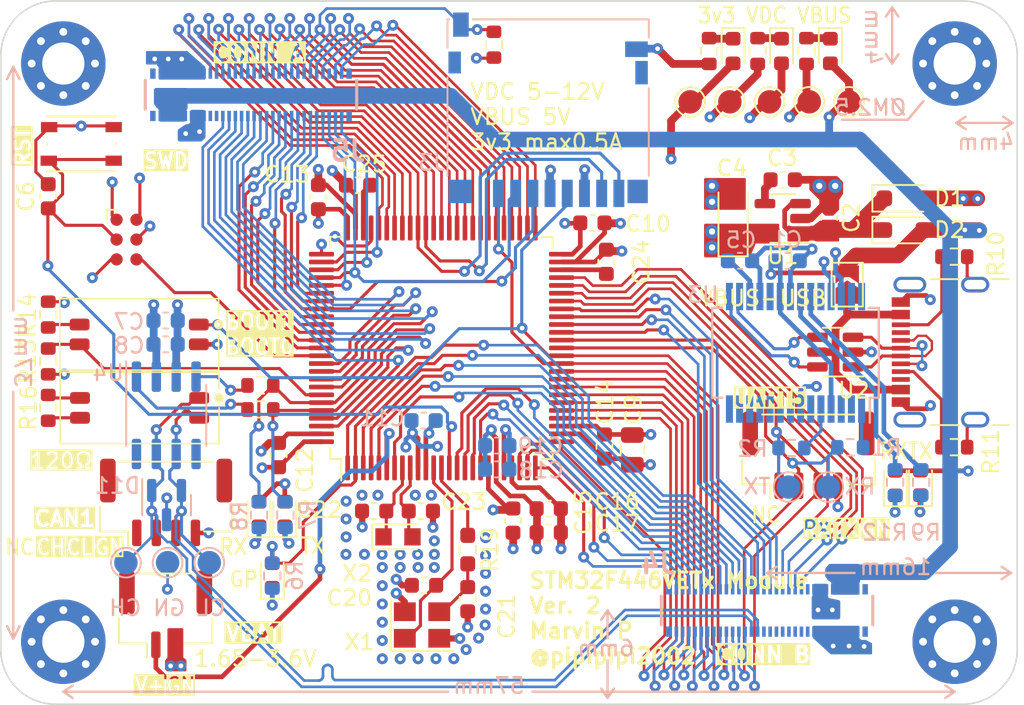
<source format=kicad_pcb>
(kicad_pcb (version 20221018) (generator pcbnew)
  (layers (0 "F.Cu" signal) (1 "In1.Cu" signal) (2 "In2.Cu" signal) (31 "B.Cu" signal) (34 "B.Paste" user) (35 "F.Paste" user) (36 "B.SilkS" user "B.Silkscreen") (37 "F.SilkS" user "F.Silkscreen") (38 "B.Mask" user) (39 "F.Mask" user) (44 "Edge.Cuts" user))
  (net 0 "")
  (net 1 "VBUS")
  (net 2 "GND")
  (net 3 "Net-(U1-BP)")
  (net 4 "+3.3V")
  (net 5 "Net-(U3-3V3OUT)")
  (net 6 "/NRST")
  (net 7 "/HSE_IN")
  (net 8 "Net-(C21-Pad1)")
  (net 9 "/LSE_IN")
  (net 10 "/LSE_OUT")
  (net 11 "Net-(U5-VCAP_1)")
  (net 12 "Net-(U5-VCAP_2)")
  (net 13 "Net-(D1-K)")
  (net 14 "+VDC")
  (net 15 "Net-(D3-K)")
  (net 16 "Net-(D4-K)")
  (net 17 "Net-(D5-K)")
  (net 18 "Net-(D6-K)")
  (net 19 "/GP_LED")
  (net 20 "Net-(D7-K)")
  (net 21 "Net-(D8-K)")
  (net 22 "/CAN-")
  (net 23 "/CAN+")
  (net 24 "Net-(JP1-A)")
  (net 25 "Net-(J1-CC1)")
  (net 26 "Net-(J1-D+-PadA6)")
  (net 27 "Net-(J1-D--PadA7)")
  (net 29 "Net-(J1-CC2)")
  (net 31 "/SWDIO")
  (net 32 "/SWCLK")
  (net 33 "/SWO")
  (net 34 "/BOOT1")
  (net 40 "VBat")
  (net 45 "Net-(D10-K)")
  (net 47 "/FTDI_TXD")
  (net 48 "/FTDI_RXD")
  (net 49 "Net-(U3-CBUS0)")
  (net 50 "Net-(U3-CBUS1)")
  (net 51 "/BOOT0")
  (net 52 "/CAN1_RX")
  (net 53 "Net-(U4-TXD)")
  (net 54 "Net-(R14-Pad1)")
  (net 55 "/CAN1_TX")
  (net 56 "Net-(U4-RXD)")
  (net 57 "/HSE_OUT")
  (net 58 "/USB_D+")
  (net 59 "/USB_D-")
  (net 74 "/PB0")
  (net 75 "/PB10")
  (net 76 "/PB12")
  (net 77 "/PB13")
  (net 78 "/PB14")
  (net 79 "/PB15")
  (net 80 "/PA15")
  (net 81 "/PB4")
  (net 82 "/PB5")
  (net 83 "/PB6")
  (net 84 "/PB7")
  (net 85 "/PE2")
  (net 86 "/PE4")
  (net 87 "/PE5")
  (net 88 "/PE6")
  (net 89 "/PC13")
  (net 90 "/PC0")
  (net 91 "/PC1")
  (net 92 "/PC2")
  (net 93 "/PC3")
  (net 94 "/PA0")
  (net 95 "/PA1")
  (net 96 "/PA2")
  (net 97 "/PA3")
  (net 98 "/PA4")
  (net 99 "/PA5")
  (net 100 "/PA6")
  (net 101 "/PA7")
  (net 102 "/PC4")
  (net 103 "/PC5")
  (net 104 "/PE9")
  (net 105 "/PE10")
  (net 106 "/PE11")
  (net 107 "/PE12")
  (net 108 "/PE13")
  (net 109 "/PE14")
  (net 110 "/PE15")
  (net 111 "/PD8")
  (net 112 "/PD9")
  (net 113 "/PD11")
  (net 114 "/PD12")
  (net 115 "/PD13")
  (net 116 "/PD14")
  (net 117 "/PD15")
  (net 118 "/PC6")
  (net 119 "/PC7")
  (net 120 "/PA8")
  (net 121 "/PA9")
  (net 122 "/PA10")
  (net 123 "/PA11")
  (net 124 "/PA12")
  (net 125 "/PC10")
  (net 126 "/PC12")
  (net 127 "/PD0")
  (net 128 "/PD1")
  (net 129 "/PD3")
  (net 130 "/PD4")
  (net 131 "/PD5")
  (net 132 "/PD6")
  (net 133 "/PD7")
  (net 134 "/PE0")
  (net 135 "/PE1")
  (net 136 "/PB1")
  (net 137 "/PC11")
  (net 138 "/PD2")
  (net 139 "/PC8")
  (net 140 "/PC9")
  (net 141 "/PD10")
  (net 142 "/PE7")
  (net 143 "/PE8")
  (net 144 "Net-(D9-K)")
  (net 153 "Net-(R16-Pad1)")
  (net 154 "Net-(R16-Pad2)")
  (footprint "LED_SMD:LED_0603_1608Metric" (layer "F.Cu") (at 150.8252 57.2008 -90)
    (fp_text reference "D5" hide)
    (fp_text value "3V3_LED")
  )
  (footprint "Capacitor_SMD:C_0603_1608Metric" (layer "F.Cu") (at 154.0022 65.4392)
    (fp_text reference "C3")
    (fp_text value "470p")
  )
  (footprint "TestPoint:TestPoint_Pad_D1.5mm" (layer "F.Cu") (at 153.162 60.452)
    (fp_text reference "TP9" hide)
    (fp_text value "+VDC")
  )
  (footprint "Package_TO_SOT_SMD:SOT-23-5" (layer "F.Cu") (at 154.0022 67.9152 180)
    (fp_text reference "U1")
    (fp_text value "MIC5219-3.3YM5")
  )
  (footprint "whose_lib:218-2LPSTRF" (layer "F.Cu") (at 112.8522 75.3364 -90)
    (fp_text reference "SW2" hide)
    (fp_text value "SW_DIP_x02")
  )
  (footprint "Capacitor_SMD:C_0603_1608Metric" (layer "F.Cu") (at 126.8476 65.786 180)
    (fp_text reference "C25")
    (fp_text value "2u2")
  )
  (footprint "Connector_JST:JST_GH_BM04B-GHS-TBT_1x04-1MP_P1.25mm_Vertical" (layer "F.Cu") (at 155.646 83.071)
    (fp_text reference "J8" hide)
    (fp_text value "BM04B-GHS-TBT(LF)(SN)")
  )
  (footprint "Connector_USB:USB_C_Receptacle_GCT_USB4105-xx-A_16P_TopMnt_Horizontal" (layer "F.Cu") (at 165.234 76.467 90)
    (fp_text reference "J1" hide)
    (fp_text value "USB_C_Receptacle_USB2.0")
  )
  (footprint "Resistor_SMD:R_0603_1608Metric" (layer "F.Cu") (at 120.6 80.137 180)
    (fp_text reference "R15" hide)
    (fp_text value "22")
  )
  (footprint "Resistor_SMD:R_0603_1608Metric" (layer "F.Cu") (at 155.5242 57.2008 -90)
    (fp_text reference "R3" hide)
    (fp_text value "330")
  )
  (footprint "Jumper:SolderJumper-2_P1.3mm_Open_TrianglePad1.0x1.5mm" (layer "F.Cu") (at 158.1275 72.149 90)
    (fp_text reference "JP1" hide)
    (fp_text value "VBus_Connect")
  )
  (footprint "MountingHole:MountingHole_2.7mm_M2.5_Pad_Via" (layer "F.Cu") (at 108 95)
    (fp_text reference "H3" hide)
    (fp_text value "MountingHole_Pad")
  )
  (footprint "Capacitor_SMD:C_0603_1608Metric" (layer "F.Cu") (at 142.603 82.5116 -90)
    (fp_text reference "C14")
    (fp_text value "100n")
  )
  (footprint "Resistor_SMD:R_0603_1608Metric" (layer "F.Cu") (at 107.0356 77.0636 -90)
    (fp_text reference "R13")
    (fp_text value "5k1")
  )
  (footprint "Resistor_SMD:R_0603_1608Metric" (layer "F.Cu") (at 135.5344 56.7944 90)
    (fp_text reference "R18" hide)
    (fp_text value "5k1")
  )
  (footprint "Diode_SMD:D_SOD-323_HandSoldering" (layer "F.Cu") (at 161.7472 68.6562)
    (fp_text reference "D2")
    (fp_text value "BAT760")
  )
  (footprint "LED_SMD:LED_0603_1608Metric" (layer "F.Cu") (at 122.161 86.829 90)
    (fp_text reference "D7" hide)
    (fp_text value "CRX_LED" hide)
  )
  (footprint "whose_lib:218-2LPSTRF" (layer "F.Cu") (at 112.8776 80.0354 -90)
    (fp_text reference "SW3" hide)
    (fp_text value "SW_DIP_x02")
  )
  (footprint "Crystal:Crystal_SMD_3225-4Pin_3.2x2.5mm" (layer "F.Cu") (at 130.937 93.9303)
    (fp_text reference "X1")
    (fp_text value "20MHz")
  )
  (footprint "Connector_JST:JST_GH_BM02B-GHS-TBT_1x02-1MP_P1.25mm_Vertical" (layer "F.Cu") (at 114.541 93.243)
    (fp_text reference "J6" hide)
    (fp_text value "BM02B-GHS-TBT(LF)(SN)")
  )
  (footprint "LED_SMD:LED_0603_1608Metric" (layer "F.Cu") (at 162.814 84.836 90)
    (fp_text reference "D9" hide)
    (fp_text value "TX_LED")
  )
  (footprint "LED_SMD:LED_0603_1608Metric" (layer "F.Cu") (at 153.924 57.2008 -90)
    (fp_text reference "D4" hide)
    (fp_text value "VDC_LED")
  )
  (footprint "LED_SMD:LED_0603_1608Metric" (layer "F.Cu") (at 157.0482 57.2008 -90)
    (fp_text reference "D3" hide)
    (fp_text value "VBUS_LED")
  )
  (footprint "Resistor_SMD:R_0603_1608Metric" (layer "F.Cu") (at 164.973 82.55)
    (fp_text reference "R11")
    (fp_text value "5k1")
  )
  (footprint "TestPoint:TestPoint_Pad_D1.5mm" (layer "F.Cu") (at 155.702 60.452)
    (fp_text reference "TP8" hide)
    (fp_text value "GND")
  )
  (footprint "MountingHole:MountingHole_2.7mm_M2.5_Pad_Via" (layer "F.Cu") (at 165 95)
    (fp_text reference "H4" hide)
    (fp_text value "MountingHole_Pad")
  )
  (footprint "Resistor_SMD:R_0603_1608Metric" (layer "F.Cu") (at 107.0356 74.0664 90)
    (fp_text reference "R14")
    (fp_text value "5k1")
  )
  (footprint "LED_SMD:LED_0603_1608Metric" (layer "F.Cu") (at 120.51 86.829 90)
    (fp_text reference "D8" hide)
    (fp_text value "CTX_LED" hide)
  )
  (footprint "Capacitor_SMD:C_0603_1608Metric" (layer "F.Cu") (at 141.8336 68.199)
    (fp_text reference "C10")
    (fp_text value "100n")
  )
  (footprint "Capacitor_SMD:C_0603_1608Metric" (layer "F.Cu") (at 124.3076 66.548 90)
    (fp_text reference "C13")
    (fp_text value "100n")
  )
  (footprint "Capacitor_SMD:C_0603_1608Metric" (layer "F.Cu") (at 139.0396 88.011 180)
    (fp_text reference "C17")
    (fp_text value "1u")
  )
  (footprint "Diode_SMD:D_SOD-323_HandSoldering" (layer "F.Cu") (at 161.7472 66.6242)
    (fp_text reference "D1")
    (fp_text value "BAT760")
  )
  (footprint "Resistor_SMD:R_0603_1608Metric" (layer "F.Cu") (at 107.0356 80.0354 -90)
    (fp_text reference "R16")
    (fp_text value "120")
  )
  (footprint "Capacitor_SMD:C_0603_1608Metric" (layer "F.Cu") (at 127.8766 86.6394 180)
    (fp_text reference "C22")
    (fp_text value "8p")
  )
  (footprint "Capacitor_SMD:C_0805_2012Metric" (layer "F.Cu") (at 144.381 82.725 -90)
    (fp_text reference "C9")
    (fp_text value "4u7")
  )
  (footprint "TestPoint:TestPoint_Pad_D1.5mm" (layer "F.Cu") (at 158.242 60.452)
    (fp_text reference "TP1" hide)
    (fp_text value "VBUS")
  )
  (footprint "MountingHole:MountingHole_2.7mm_M2.5_Pad_Via" (layer "F.Cu") (at 165 58)
    (fp_text reference "H2" hide)
    (fp_text value "MountingHole_Pad")
  )
  (footprint "Capacitor_SMD:C_0603_1608Metric" (layer "F.Cu") (at 136.7536 87.249 -90)
    (fp_text reference "C15")
    (fp_text value "100n")
  )
  (footprint "TestPoint:TestPoint_Pad_D1.5mm" (layer "F.Cu") (at 150.622 60.452)
    (fp_text reference "TP4" hide)
    (fp_text value "GND")
  )
  (footprint "Resistor_SMD:R_0603_1608Metric" (layer "F.Cu") (at 164.973 70.358 180)
    (fp_text reference "R10")
    (fp_text value "5k1")
  )
  (footprint "LED_SMD:LED_0603_1608Metric" (layer "F.Cu") (at 161.2008 84.8483 90)
    (fp_text reference "D10" hide)
    (fp_text value "RX_LED")
  )
  (footprint "Connector_JST:JST_GH_BM04B-GHS-TBT_1x04-1MP_P1.25mm_Vertical" (layer "F.Cu") (at 114.571 86.086)
    (fp_text reference "J7" hide)
    (fp_text value "BM04B-GHS-TBT(LF)(SN)")
  )
  (footprint "Resistor_SMD:R_0603_1608Metric" (layer "F.Cu") (at 149.3012 57.2008 -90)
    (fp_text reference "R5" hide)
    (fp_text value "330")
  )
  (footprint "Capacitor_SMD:C_0603_1608Metric" (layer "F.Cu") (at 121.7676 83.058 90)
    (fp_text reference "C12")
    (fp_text value "100n")
  )
  (footprint "MountingHole:MountingHole_2.7mm_M2.5_Pad_Via" (layer "F.Cu") (at 108 58)
    (fp_text reference "H1" hide)
    (fp_text value "MountingHole_Pad")
  )
  (footprint "Package_TO_SOT_SMD:SOT-23-6" (layer "F.Cu") (at 157.36 76.467 180)
    (fp_text reference "U2")
    (fp_text value "USBLC6-2SC6" hide)
  )
  (footprint "Capacitor_SMD:C_0603_1608Metric" (layer "F.Cu") (at 133.858 92.2793 -90)
    (fp_text reference "C21")
    (fp_text value "6p")
  )
  (footprint "Connector:Tag-Connect_TC2030-IDC-FP_2x03_P1.27mm_Vertical" (layer "F.Cu") (at 112.0394 69.2658 -90)
    (fp_text reference "J2" hide)
    (fp_text value "Conn_ARM_SWD_TagConnect_TC2030")
  )
  (footprint "Capacitor_SMD:C_0603_1608Metric" (layer "F.Cu") (at 130.8608 86.6394)
    (fp_text reference "C23")
    (fp_text value "8p")
  )
  (footprint "Crystal:Crystal_SMD_2012-2Pin_2.0x1.2mm_HandSoldering" (layer "F.Cu") (at 129.4006 88.2904)
    (fp_text reference "X2")
    (fp_text value "32kHz768")
  )
  (footprint "Button_Switch_SMD:SW_Push_1P1T_NO_Vertical_Wuerth_434133025816" (layer "F.Cu") (at 109.1438 63.1444 180)
    (fp_text reference "SW1" hide)
    (fp_text value "SW_Push")
  )
  (footprint "Package_QFP:LQFP-100_14x14mm_P0.5mm" (layer "F.Cu") (at 132.1816 76.2 90)
    (fp_text reference "U5" hide)
    (fp_text value "STM32F446VETx")
  )
  (footprint "Capacitor_SMD:C_0603_1608Metric" (layer "F.Cu") (at 156.9744 67.8668 90)
    (fp_text reference "C2")
    (fp_text value "1u")
  )
  (footprint "Resistor_SMD:R_0603_1608Metric" (layer "F.Cu") (at 120.6 78.6 180)
    (fp_text reference "R17" hide)
    (fp_text value "22")
  )
  (footprint "Capacitor_Tantalum_SMD:CP_EIA-3216-18_Kemet-A_Pad1.58x1.35mm_HandSolder" (layer "F.Cu") (at 150.8272 67.8522 90)
    (fp_text reference "C4")
    (fp_text value "2u2")
  )
  (footprint "LED_SMD:LED_0603_1608Metric" (layer "F.Cu") (at 121.3612 90.7596 90)
    (fp_text reference "D6" hide)
    (fp_text value "GP_LED")
  )
  (footprint "Capacitor_SMD:C_0603_1608Metric" (layer "F.Cu") (at 107.0356 66.4972 90)
    (fp_text reference "C6")
    (fp_text value "100n")
  )
  (footprint "Capacitor_SMD:C_0603_1608Metric" (layer "F.Cu") (at 142.7226 70.6882 90)
    (fp_text reference "C24")
    (fp_text value "2u2")
  )
  (footprint "Resistor_SMD:R_0603_1608Metric" (layer "F.Cu") (at 152.4 57.2008 -90)
    (fp_text reference "R4" hide)
    (fp_text value "330")
  )
  (footprint "Capacitor_SMD:C_0603_1608Metric" (layer "F.Cu") (at 131.064 91.3903 180)
    (fp_text reference "C20")
    (fp_text value "6p")
  )
  (footprint "Resistor_SMD:R_0603_1608Metric_Pad0.98x0.95mm_HandSolder" (layer "F.Cu") (at 133.858 89.1043 -90)
    (fp_text reference "R19")
    (fp_text value "0")
  )
  (footprint "Capacitor_SMD:C_0603_1608Metric" (layer "F.Cu") (at 139.0396 86.487 180)
    (fp_text reference "C16")
    (fp_text value "100n")
  )
  (footprint "TestPoint:TestPoint_Pad_D1.5mm" (layer "F.Cu") (at 148.082 60.452)
    (fp_text reference "TP6" hide)
    (fp_text value "+3.3V")
  )
  (footprint "Capacitor_SMD:C_0603_1608Metric" (layer "B.Cu") (at 114.541 74.447)
    (fp_text reference "C7")
    (fp_text value "1u")
  )
  (footprint "whose_lib:DF40C-60DP-0.4V_51_" (layer "B.Cu") (at 153 93)
    (fp_text reference "J4")
    (fp_text value "DF40C-60DP-0.4V_51_" hide)
  )
  (footprint "Capacitor_SMD:C_0603_1608Metric" (layer "B.Cu") (at 135.75 83.972 180)
    (fp_text reference "C18")
    (fp_text value "1u" hide)
  )
  (footprint "TestPoint:TestPoint_Pad_D1.5mm" (layer "B.Cu") (at 114.668 89.941 180)
    (fp_text reference "TP5" hide)
    (fp_text value "GND")
  )
  (footprint "Resistor_SMD:R_0603_1608Metric" (layer "B.Cu") (at 154.559 82.6008)
    (fp_text reference "R2")
    (fp_text value "22")
  )
  (footprint "Capacitor_SMD:C_0603_1608Metric" (layer "B.Cu") (at 114.541 75.971 180)
    (fp_text reference "C8")
    (fp_text value "100n")
  )
  (footprint "Connector_Card:microSD_HC_Hirose_DM3D-SF" (layer "B.Cu") (at 139 60.96 180)
    (fp_text reference "J3")
    (fp_text value "Micro_SD_Card_Det_Hirose_DM3AT")
  )
  (footprint "Capacitor_SMD:C_0603_1608Metric" (layer "B.Cu") (at 135.75 82.4484 180)
    (fp_text reference "C19")
    (fp_text value "100n")
  )
  (footprint "Capacitor_SMD:C_0603_1608Metric" (layer "B.Cu") (at 131.0386 80.8482 180)
    (fp_text reference "C11")
    (fp_text value "100n" hide)
  )
  (footprint "Resistor_SMD:R_0603_1608Metric" (layer "B.Cu") (at 122.201 86.893 90)
    (fp_text reference "R7")
    (fp_text value "330")
  )
  (footprint "Package_SO:SSOP-28_5.3x10.2mm_P0.65mm" (layer "B.Cu") (at 154.82 76.511 90)
    (fp_text reference "U3")
    (fp_text value "FT232RN")
  )
  (footprint "TestPoint:TestPoint_Pad_D1.5mm" (layer "B.Cu") (at 117.335 89.941)
    (fp_text reference "TP3" hide)
    (fp_text value "CAN-")
  )
  (footprint "whose_lib:DF40C-60DP-0.4V_51_" (layer "B.Cu") (at 120 60 180)
    (fp_text reference "J5")
    (fp_text value "DF40C-60DP-0.4V_51_" hide)
  )
  (footprint "Resistor_SMD:R_0603_1608Metric" (layer "B.Cu") (at 162.8524 84.7975 90)
    (fp_text reference "R9")
    (fp_text value "330")
  )
  (footprint "Resistor_SMD:R_0603_1608Metric" (layer "B.Cu") (at 158.313 82.563)
    (fp_text reference "R1")
    (fp_text value "22")
  )
  (footprint "Package_TO_SOT_SMD:SOT-23" (layer "B.Cu") (at 114.602 86.258 -90)
    (fp_text reference "D11")
    (fp_text value "NUP2105LT1G")
  )
  (footprint "Capacitor_SMD:C_0603_1608Metric" (layer "B.Cu") (at 151.2695 70.625)
    (fp_text reference "C5")
    (fp_text value "100n")
  )
  (footprint "Resistor_SMD:R_0603_1608Metric" (layer "B.Cu") (at 161.1884 84.7976 90)
    (fp_text reference "R12")
    (fp_text value "330")
  )
  (footprint "Resistor_SMD:R_0603_1608Metric" (layer "B.Cu") (at 121.3612 90.7796 90)
    (fp_text reference "R6")
    (fp_text value "330")
  )
  (footprint "TestPoint:TestPoint_Pad_D1.5mm" (layer "B.Cu") (at 154.376 85.103 180)
    (fp_text reference "TP7" hide)
    (fp_text value "UART5_TX")
  )
  (footprint "TestPoint:TestPoint_Pad_D1.5mm" (layer "B.Cu") (at 156.916 85.103 180)
    (fp_text reference "TP10" hide)
    (fp_text value "UART5_RX")
  )
  (footprint "TestPoint:TestPoint_Pad_D1.5mm" (layer "B.Cu") (at 112.001 89.941)
    (fp_text reference "TP2" hide)
    (fp_text value "CAN+")
  )
  (footprint "Resistor_SMD:R_0603_1608Metric" (layer "B.Cu") (at 120.51 86.893 90)
    (fp_text reference "R8")
    (fp_text value "330")
  )
  (footprint "Capacitor_SMD:C_0603_1608Metric" (layer "B.Cu") (at 154.3175 70.625)
    (fp_text reference "C1")
    (fp_text value "100n")
  )
  (footprint "Package_SO:SOIC-8_3.9x4.9mm_P1.27mm" (layer "B.Cu") (at 114.5816 80.513 -90)
    (fp_text reference "U4")
    (fp_text value "TCAN332G")
  )
  (gr_line (start 104.8 73.8) (end 104.8 58.2) (stroke (width 0.15)) (layer "B.SilkS"))
  (gr_line (start 153 90.6) (end 153.6 91) (stroke (width 0.15)) (layer "B.SilkS"))
  (gr_line (start 161 58) (end 160.6 57.4) (stroke (width 0.15)) (layer "B.SilkS"))
  (gr_line (start 142.4 93.6) (end 142.8 93) (stroke (width 0.15)) (layer "B.SilkS"))
  (gr_line (start 161 54.4) (end 161 58) (stroke (width 0.15)) (layer "B.SilkS"))
  (gr_line (start 142.8 96.2) (end 142.8 98.6) (stroke (width 0.15)) (layer "B.SilkS"))
  (gr_line (start 156 90.6) (end 153 90.6) (stroke (width 0.15)) (layer "B.SilkS"))
  (gr_line (start 142.8 93) (end 143.2 93.6) (stroke (width 0.15)) (layer "B.SilkS"))
  (gr_line (start 104.8 94.8) (end 104.4 94) (stroke (width 0.15)) (layer "B.SilkS"))
  (gr_line (start 142.8 98.6) (end 142.4 98) (stroke (width 0.15)) (layer "B.SilkS"))
  (gr_line (start 132.6 98.2) (end 108 98.2) (stroke (width 0.15)) (layer "B.SilkS"))
  (gr_line (start 162 61.6) (end 163 60.4) (stroke (width 0.15)) (layer "B.SilkS"))
  (gr_line (start 165.1 61.8) (end 165.7 61.4) (stroke (width 0.15)) (layer "B.SilkS"))
  (gr_line (start 165.1 61.8) (end 168.7 61.8) (stroke (width 0.15)) (layer "B.SilkS"))
  (gr_line (start 163 60.4) (end 162 61.6) (stroke (width 0.15)) (layer "B.SilkS"))
  (gr_line (start 142.8 94.4) (end 142.8 94.8) (stroke (width 0.15)) (layer "B.SilkS"))
  (gr_line (start 161 54.4) (end 161.4 55) (stroke (width 0.15)) (layer "B.SilkS"))
  (gr_line (start 142.8 98.6) (end 143.2 98) (stroke (width 0.15)) (layer "B.SilkS"))
  (gr_line (start 142.8 94.4) (end 142.8 93) (stroke (width 0.15)) (layer "B.SilkS"))
  (gr_line (start 165.1 61.8) (end 165.7 62.2) (stroke (width 0.15)) (layer "B.SilkS"))
  (gr_line (start 153 90.6) (end 153.6 90.2) (stroke (width 0.15)) (layer "B.SilkS"))
  (gr_line (start 138 98.2) (end 165 98.2) (stroke (width 0.15)) (layer "B.SilkS"))
  (gr_line (start 108 98.2) (end 108.6 98.6) (stroke (width 0.15)) (layer "B.SilkS"))
  (gr_line (start 104.8 58.2) (end 105.2 59) (stroke (width 0.15)) (layer "B.SilkS"))
  (gr_line (start 104.8 94.8) (end 105.2 94) (stroke (width 0.15)) (layer "B.SilkS"))
  (gr_line (start 104.8 79) (end 104.8 94.8) (stroke (width 0.15)) (layer "B.SilkS"))
  (gr_line (start 162 61.6) (end 157.8 61.6) (stroke (width 0.15)) (layer "B.SilkS"))
  (gr_line (start 156 90.6) (end 158.6 90.6) (stroke (width 0.15)) (layer "B.SilkS"))
  (gr_line (start 163.8 90.6) (end 168.6 90.6) (stroke (width 0.15)) (layer "B.SilkS"))
  (gr_line (start 168.7 61.8) (end 168.1 62.2) (stroke (width 0.15)) (layer "B.SilkS"))
  (gr_line (start 142.8 93) (end 142.4 93.6) (stroke (width 0.15)) (layer "B.SilkS"))
  (gr_line (start 168.6 90.6) (end 168 90.2) (stroke (width 0.15)) (layer "B.SilkS"))
  (gr_line (start 165 98.2) (end 164.4 98.6) (stroke (width 0.15)) (layer "B.SilkS"))
  (gr_line (start 108 98.2) (end 108.6 97.8) (stroke (width 0.15)) (layer "B.SilkS"))
  (gr_line (start 143.2 98) (end 142.8 98.6) (stroke (width 0.15)) (layer "B.SilkS"))
  (gr_line (start 161 58) (end 161.4 57.4) (stroke (width 0.15)) (layer "B.SilkS"))
  (gr_line (start 168.6 90.6) (end 168 91) (stroke (width 0.15)) (layer "B.SilkS"))
  (gr_line (start 168.7 61.8) (end 168.1 61.4) (stroke (width 0.15)) (layer "B.SilkS"))
  (gr_line (start 161 54.4) (end 160.6 55) (stroke (width 0.15)) (layer "B.SilkS"))
  (gr_line (start 165 98.2) (end 164.4 97.8) (stroke (width 0.15)) (layer "B.SilkS"))
  (gr_line (start 104.8 58.2) (end 104.4 59) (stroke (width 0.15)) (layer "B.SilkS"))
  (gr_arc (start 169 95.5) (mid 167.974874 97.974874) (end 165.5 99) (stroke (width 0.1)) (layer "Edge.Cuts"))
  (gr_arc (start 104 57.5) (mid 105.025126 55.025126) (end 107.5 54) (stroke (width 0.1)) (layer "Edge.Cuts"))
  (gr_line (start 165.5 54) (end 107.5 54) (stroke (width 0.1)) (layer "Edge.Cuts"))
  (gr_arc (start 107.5 99) (mid 105.025126 97.974874) (end 104 95.5) (stroke (width 0.1)) (layer "Edge.Cuts"))
  (gr_line (start 169 95.5) (end 169 57.5) (stroke (width 0.1)) (layer "Edge.Cuts"))
  (gr_arc (start 165.5 54) (mid 167.974874 55.025126) (end 169 57.5) (stroke (width 0.1)) (layer "Edge.Cuts"))
  (gr_line (start 107.5 99) (end 165.5 99) (stroke (width 0.1)) (layer "Edge.Cuts"))
  (gr_line (start 104 57.5) (end 104 95.5) (stroke (width 0.1)) (layer "Edge.Cuts"))
  (gr_text "37mm" (at 104.8 78.8 270) (layer "B.SilkS") (effects (font (size 1 1)) (justify left bottom mirror)))
  (gr_text "4mm" (at 168.9 63.6) (layer "B.SilkS") (effects (font (size 1 1)) (justify left bottom mirror)))
  (gr_text "CL GN CH" (at 118.4656 93.4212) (layer "B.SilkS") (effects (font (size 1 1)) (justify left bottom mirror)))
  (gr_text "ØM2.5" (at 162 61.4) (layer "B.SilkS") (effects (font (size 1 1)) (justify left bottom mirror)))
  (gr_text "4mm" (at 159.2 58.2 270) (layer "B.SilkS") (effects (font (size 1 1)) (justify left bottom mirror)))
  (gr_text "TX" (at 153.3144 85.6488) (layer "B.SilkS") (effects (font (size 1 1)) (justify left bottom mirror)))
  (gr_text "RX" (at 160.02 85.6488) (layer "B.SilkS") (effects (font (size 1 1)) (justify left bottom mirror)))
  (gr_text "57mm" (at 137.6 98.4) (layer "B.SilkS") (effects (font (size 1 1)) (justify left bottom mirror)))
  (gr_text "16mm" (at 163.6 90.8) (layer "B.SilkS") (effects (font (size 1 1)) (justify left bottom mirror)))
  (gr_text "6mm" (at 144.6 96) (layer "B.SilkS") (effects (font (size 1 1)) (justify left bottom mirror)))
  (gr_text "CAN1" (at 106.0196 87.7062) (layer "F.SilkS" knockout) (effects (font (size 1 1) (thickness 0.2) bold) (justify left bottom)))
  (gr_text "RX" (at 155.194 88.3666) (layer "F.SilkS" knockout) (effects (font (size 1 0.9)) (justify left bottom)))
  (gr_text "NC\n" (at 104.1908 89.535) (layer "F.SilkS") (effects (font (size 1 0.9)) (justify left bottom)))
  (gr_text "CONN B" (at 149.7076 96.4184) (layer "F.SilkS" knockout) (effects (font (size 1 1) (thickness 0.2) bold) (justify left bottom)))
  (gr_text "GN" (at 158.9024 88.3666) (layer "F.SilkS" knockout) (effects (font (size 1 0.9)) (justify left bottom)))
  (gr_text "STM32F446VETx Module\nVer. 2\nMarvin P\n@pipipipi2002" (at 137.7 96.5) (layer "F.SilkS") (effects (font (size 1 1) (thickness 0.2) bold) (justify left bottom)))
  (gr_text "GN" (at 114.5032 98.3996) (layer "F.SilkS" knockout) (effects (font (size 1 0.9)) (justify left bottom)))
  (gr_text "120Ω" (at 107.8738 83.9978) (layer "F.SilkS" knockout) (effects (font (size 1 1) (thickness 0.125)) (justify bottom)))
  (gr_text "CONN A" (at 117.5004 57.912) (layer "F.SilkS" knockout) (effects (font (size 1 1) (thickness 0.2) bold) (justify left bottom)))
  (gr_text "VBAT" (at 118.2878 95.0468) (layer "F.SilkS" knockout) (effects (font (size 1 1) (thickness 0.2) bold) (justify left bottom)))
  (gr_text "RX" (at 117.8814 89.5096) (layer "F.SilkS") (effects (font (size 1 0.9)) (justify left bottom)))
  (gr_text "RX" (at 160.1216 83.3882) (layer "F.SilkS") (effects (font (size 1 0.9)) (justify left bottom)))
  (gr_text "RST" (at 105.9688 64.6684 90) (layer "F.SilkS" knockout) (effects (font (size 1 0.9) (thickness 0.18) bold) (justify left bottom)))
  (gr_text "TX\n" (at 157.2006 88.3666) (layer "F.SilkS" knockout) (effects (font (size 1 0.9)) (justify left bottom)))
  (gr_text "TX" (at 161.925 83.3882) (layer "F.SilkS") (effects (font (size 1 0.9)) (justify left bottom)))
  (gr_text "VBUS-USB" (at 148.6 73.6) (layer "F.SilkS") (effects (font (size 1 1)) (justify left bottom)))
  (gr_text "CH" (at 106.172 89.535) (layer "F.SilkS" knockout) (effects (font (size 1 0.9)) (justify left bottom)))
  (gr_text "VDC 5-12V\nVBUS 5V\n3v3 max0.5A" (at 133.9342 63.6016) (layer "F.SilkS") (effects (font (size 1 1)) (justify left bottom)))
  (gr_text "CL" (at 108.1024 89.535) (layer "F.SilkS" knockout) (effects (font (size 1 0.9)) (justify left bottom)))
  (gr_text "3v3 VDC VBUS" (at 148.4884 55.499) (layer "F.SilkS") (effects (font (size 1 0.9)) (justify left bottom)))
  (gr_text "SWD" (at 113.0554 64.8208) (layer "F.SilkS" knockout) (effects (font (size 1 0.9) (thickness 0.18) bold) (justify left bottom)))
  (gr_text "UART5" (at 150.7236 80.01) (layer "F.SilkS" knockout) (effects (font (size 1 1) (thickness 0.2) bold) (justify left bottom)))
  (gr_text "GP" (at 118.5418 91.5924) (layer "F.SilkS") (effects (font (size 1 0.9)) (justify left bottom)))
  (gr_text "GN" (at 109.9312 89.535) (layer "F.SilkS" knockout) (effects (font (size 1 0.9)) (justify left bottom)))
  (gr_text "V+" (at 112.4966 98.3996) (layer "F.SilkS" knockout) (effects (font (size 1 0.9)) (justify left bottom)))
  (gr_text "BOOT1\nBOOT0" (at 118.2878 76.708) (layer "F.SilkS" knockout) (effects (font (size 1 0.9)) (justify left bottom)))
  (gr_text "1.65-3.6V" (at 116.2812 96.6724) (layer "F.SilkS") (effects (font (size 1 1)) (justify left bottom)))
  (gr_text "NC\n" (at 151.892 87.4776) (layer "F.SilkS") (effects (font (size 1 0.9)) (justify left bottom)))
  (gr_text "TX\n" (at 123.063 89.4588) (layer "F.SilkS") (effects (font (size 1 0.9)) (justify left bottom)))
  (segment (start 161.2008 84.0608) (end 165.8488 84.0608) (width 0.3) (layer "F.Cu") (net 1))
  (segment (start 162.9972 68.6562) (end 161.3716 70.2818) (width 1) (layer "F.Cu") (net 1))
  (segment (start 158.685525 70.2818) (end 158.1275 70.839825) (width 1) (layer "F.Cu") (net 1))
  (segment (start 153.331598 71.3994) (end 158.1029 71.3994) (width 0.3) (layer "F.Cu") (net 1))
  (segment (start 157.0483 57.9883) (end 158.242 59.182) (width 0.5) (layer "F.Cu") (net 1))
  (segment (start 153.2445 71.486498) (end 153.331598 71.3994) (width 0.3) (layer "F.Cu") (net 1))
  (segment (start 165.8488 84.0608) (end 165.862 84.074) (width 0.3) (layer "F.Cu") (net 1))
  (segment (start 157.0482 57.9883) (end 157.0483 57.9883) (width 0.5) (layer "F.Cu") (net 1))
  (segment (start 157.9372 60.452) (end 156.972 61.4172) (width 0.5) (layer "F.Cu") (net 1))
  (segment (start 162.9972 68.6562) (end 166.5478 68.6562) (width 1) (layer "F.Cu") (net 1))
  (segment (start 161.3716 70.2818) (end 158.685525 70.2818) (width 1) (layer "F.Cu") (net 1))
  (segment (start 158.242 60.452) (end 157.9372 60.452) (width 0.5) (layer "F.Cu") (net 1))
  (segment (start 158.242 59.182) (end 158.242 60.452) (width 0.5) (layer "F.Cu") (net 1))
  (segment (start 158.1275 70.839825) (end 158.1275 71.174) (width 1) (layer "F.Cu") (net 1))
  (segment (start 158.1029 71.3994) (end 158.1275 71.424) (width 0.3) (layer "F.Cu") (net 1))
  (via (at 165.862 84.074) (size 0.7) (drill 0.3) (layers "F.Cu" "B.Cu") (net 1))
  (via (at 153.2445 71.486498) (size 0.7) (drill 0.3) (layers "F.Cu" "B.Cu") (net 1))
  (via (at 165.6458 68.647) (size 0.7) (drill 0.3) (layers "F.Cu" "B.Cu") (net 1))
  (via (at 166.5732 68.6816) (size 0.7) (drill 0.3) (layers "F.Cu" "B.Cu") (net 1))
  (via (at 156.972 61.4172) (size 0.7) (drill 0.3) (layers "F.Cu" "B.Cu") (net 1))
  (segment (start 153.845 73.967471) (end 157.095 77.217471) (width 0.3) (layer "B.Cu") (net 1))
  (segment (start 164.709 84.074) (end 164.709 88.91) (width 1) (layer "B.Cu") (net 1))
  (segment (start 164.709 68.6462) (end 164.709 68.6816) (width 1) (layer "B.Cu") (net 1))
  (segment (start 132.780446 60.071) (end 135.574446 62.865) (width 1) (layer "B.Cu") (net 1))
  (segment (start 135.574446 62.865) (end 156.972 62.865) (width 1) (layer "B.Cu") (net 1))
  (segment (start 114.3 60.071) (end 132.780446 60.071) (width 1) (layer "B.Cu") (net 1))
  (segment (start 164.709 68.6816) (end 164.709 84.074) (width 1) (layer "B.Cu") (net 1))
  (segment (start 165.862 84.074) (end 164.709 84.074) (width 0.3) (layer "B.Cu") (net 1))
  (segment (start 156.972 62.865) (end 158.9278 62.865) (width 1) (layer "B.Cu") (net 1))
  (segment (start 153.845 72.911) (end 153.845 73.967471) (width 0.3) (layer "B.Cu") (net 1))
  (segment (start 158.9278 62.865) (end 164.709 68.6462) (width 1) (layer "B.Cu") (net 1))
  (segment (start 153.845 72.911) (end 153.845 70.9275) (width 0.3) (layer "B.Cu") (net 1))
  (segment (start 166.5732 68.6816) (end 164.709 68.6816) (width 1) (layer "B.Cu") (net 1))
  (segment (start 157.095 77.217471) (end 157.095 80.111) (width 0.3) (layer "B.Cu") (net 1))
  (segment (start 153.845 70.9275) (end 153.5425 70.625) (width 0.3) (layer "B.Cu") (net 1))
  (segment (start 153.2445 71.486498) (end 153.2445 70.923) (width 0.3) (layer "B.Cu") (net 1))
  (segment (start 163.068 90.551) (end 157.226 90.551) (width 1) (layer "B.Cu") (net 1))
  (segment (start 153.2445 70.923) (end 153.5425 70.625) (width 0.3) (layer "B.Cu") (net 1))
  (segment (start 156.972 61.4172) (end 156.972 62.865) (width 0.5) (layer "B.Cu") (net 1))
  (segment (start 164.709 88.91) (end 163.068 90.551) (width 1) (layer "B.Cu") (net 1))
  (segment (start 157.521 86.3502) (end 157.521 85.021) (width 0.3) (layer "F.Cu") (net 2))
  (segment (start 126.098 65.7606) (end 126.0726 65.786) (width 0.3) (layer "F.Cu") (net 2))
  (segment (start 159.6768 76.4536) (end 159.6634 76.467) (width 0.3) (layer "F.Cu") (net 2))
  (segment (start 142.6086 68.849041) (end 140.757641 70.7) (width 0.3) (layer "F.Cu") (net 2))
  (segment (start 163.24 80.092) (end 161.979 80.092) (width 0.3) (layer "F.Cu") (net 2))
  (segment (start 121.7676 82.283) (end 121.171 82.283) (width 0.5) (layer "F.Cu") (net 2))
  (segment (start 124.5066 81.7) (end 122.3506 81.7) (width 0.3) (layer "F.Cu") (net 2))
  (segment (start 125.1966 64.8462) (end 126.098 65.7476) (width 0.5) (layer "F.Cu") (net 2))
  (segment (start 131.6352 86.64) (end 131.6358 86.6394) (width 0.4) (layer "F.Cu") (net 2))
  (segment (start 129.837 93.0803) (end 129.837 92.4493) (width 0.4) (layer "F.Cu") (net 2))
  (segment (start 122.3506 81.7) (end 121.7676 82.283) (width 0.3) (layer "F.Cu") (net 2))
  (segment (start 142.603 83.2866) (end 143.9926 83.2866) (width 0.3) (layer "F.Cu") (net 2))
  (segment (start 163.439601 73.112007) (end 163.169594 72.842) (width 0.3) (layer "F.Cu") (net 2))
  (segment (start 133.35 94.7924) (end 132.0491 94.7924) (width 0.4) (layer "F.Cu") (net 2))
  (segment (start 109.884425 71.7042) (end 109.855 71.7042) (width 0.2) (layer "F.Cu") (net 2))
  (segment (start 143.7128 70.002) (end 142.7224 70.002) (width 0.5) (layer "F.Cu") (net 2))
  (segment (start 130.289 91.3903) (end 129.667 91.3903) (width 0.4) (layer "F.Cu") (net 2))
  (segment (start 121.171 82.283) (end 120.65 82.804) (width 0.5) (layer "F.Cu") (net 2))
  (segment (start 152.4 58.674) (end 150.622 60.452) (width 0.5) (layer "F.Cu") (net 2))
  (segment (start 127.1146 86.6524) (end 127.1016 86.6394) (width 0.4) (layer "F.Cu") (net 2))
  (segment (start 136.766 89.052) (end 136.766 88.0364) (width 0.5) (layer "F.Cu") (net 2))
  (segment (start 165.798 71.636) (end 166.309 72.147) (width 0.2) (layer "F.Cu") (net 2))
  (segment (start 163.169594 72.842) (end 161.979 72.842) (width 0.3) (layer "F.Cu") (net 2))
  (segment (start 138.29 89.052) (end 138.29 86.5124) (width 0.5) (layer "F.Cu") (net 2))
  (segment (start 129.667 91.3903) (end 129.286 91.0093) (width 0.4) (layer "F.Cu") (net 2))
  (segment (start 156.6064 67.0918) (end 155.783 67.9152) (width 0.5) (layer "F.Cu") (net 2))
  (segment (start 131.6352 87.6804) (end 131.6352 86.64) (width 0.4) (layer "F.Cu") (net 2))
  (segment (start 150.8272 66.438728) (end 150.8272 66.4147) (width 0.5) (layer "F.Cu") (net 2))
  (segment (start 159.6634 76.467) (end 158.4975 76.467) (width 0.3) (layer "F.Cu") (net 2))
  (segment (start 161.979 72.842) (end 161.554 73.267) (width 0.3) (layer "F.Cu") (net 2))
  (segment (start 127.1146 87.6554) (end 127.1146 86.6524) (width 0.4) (layer "F.Cu") (net 2))
  (segment (start 117.2968 88.036) (end 117.2972 88.0364) (width 0.3) (layer "F.Cu") (net 2))
  (segment (start 149.352 61.4172) (end 149.4286 61.4172) (width 0.5) (layer "F.Cu") (net 2))
  (segment (start 154.7772 65.4392) (end 155.9438 65.4392) (width 0.5) (layer "F.Cu") (net 2))
  (segment (start 145.542 83.6676) (end 145.5346 83.675) (width 0.3) (layer "F.Cu") (net 2))
  (segment (start 155.9438 65.4392) (end 156.3394 65.8348) (width 0.5) (layer "F.Cu") (net 2))
  (segment (start 135.6816 81.97255) (end 135.369 81.65995) (width 0.3) (layer "F.Cu") (net 2))
  (segment (start 155.5242 58.0258) (end 155.5242 60.2742) (width 0.5) (layer "F.Cu") (net 2))
  (segment (start 107.0938 62.0694) (end 106.2438 62.9194) (width 0.2) (layer "F.Cu") (net 2))
  (segment (start 116.446 88.036) (end 117.2968 88.036) (width 0.3) (layer "F.Cu") (net 2))
  (segment (start 106.2438 62.9194) (end 106.2438 64.9304) (width 0.2) (layer "F.Cu") (net 2))
  (segment (start 137.4516 85.674) (end 138.2646 86.487) (width 0.3) (layer "F.Cu") (net 2))
  (segment (start 111.4044 70.5358) (end 111.052825 70.5358) (width 0.2) (layer "F.Cu") (net 2))
  (segment (start 156.9744 67.0918) (end 156.6064 67.0918) (width 0.5) (layer "F.Cu") (net 2))
  (segment (start 130.6816 81.9901) (end 130.6816 83.875) (width 0.3) (layer "F.Cu") (net 2))
  (segment (start 124.2186 65.684) (end 124.3076 65.773) (width 0.3) (layer "F.Cu") (net 2))
  (segment (start 149.4286 61.4172) (end 150.3938 60.452) (width 0.5) (layer "F.Cu") (net 2))
  (segment (start 124.830641 65.773) (end 124.3076 65.773) (width 0.3) (layer "F.Cu") (net 2))
  (segment (start 154.432 61.4172) (end 155.3972 60.452) (width 0.5) (layer "F.Cu") (net 2))
  (segment (start 155.3972 60.452) (end 155.981 60.452) (width 0.5) (layer "F.Cu") (net 2))
  (segment (start 124.3076 65.595) (end 124.2186 65.684) (width 0.5) (layer "F.Cu") (net 2))
  (segment (start 135.6816 83.875) (end 135.6816 84.78) (width 0.3) (layer "F.Cu") (net 2))
  (segment (start 139.8566 81.7) (end 141.0164 81.7) (width 0.3) (layer "F.Cu") (net 2))
  (segment (start 161.979 80.092) (end 161.554 79.667) (width 0.3) (layer "F.Cu") (net 2))
  (segment (start 126.098 65.7476) (end 126.098 65.7606) (width 0.5) (layer "F.Cu") (net 2))
  (segment (start 155.5242 60.2742) (end 155.702 60.452) (width 0.5) (layer "F.Cu") (net 2))
  (segment (start 141.9866 70.7) (end 142.7226 69.964) (width 0.3) (layer "F.Cu") (net 2))
  (segment (start 107.0684 61.9932) (end 111.1934 61.9932) (width 0.2) (layer "F.Cu") (net 2))
  (segment (start 111.052825 70.5358) (end 109.884425 71.7042) (width 0.2) (layer "F.Cu") (net 2))
  (segment (start 133.858 94.0573) (end 133.858 93.0543) (width 0.4) (layer "F.Cu") (net 2))
  (segment (start 143.624 68.224) (end 142.6336 68.224) (width 0.5) (layer "F.Cu") (net 2))
  (segment (start 140.757641 70.7) (end 139.8566 70.7) (width 0.3) (layer "F.Cu") (net 2))
  (segment (start 135.6816 84.78) (end 136.5756 85.674) (width 0.3) (layer "F.Cu") (net 2))
  (segment (start 126.6816 66.395) (end 126.0726 65.786) (width 0.3) (layer "F.Cu") (net 2))
  (segment (start 132.0491 94.7924) (end 132.037 94.7803) (width 0.4) (layer "F.Cu") (net 2))
  (segment (start 124.3076 64.77) (end 124.3076 65.595) (width 0.5) (layer "F.Cu") (net 2))
  (segment (start 126.6816 68.525) (end 126.6816 67.623959) (width 0.3) (layer "F.Cu") (net 2))
  (segment (start 165.798 81.298) (end 166.309 80.787) (width 0.2) (layer "F.Cu") (net 2))
  (segment (start 165.798 82.55) (end 165.798 81.298) (width 0.2) (layer "F.Cu") (net 2))
  (segment (start 136.5756 85.674) (end 137.4516 85.674) (width 0.3) (layer "F.Cu") (net 2))
  (segment (start 107.0356 73.2414) (end 108.0014 73.2414) (width 0.2) (layer "F.Cu") (net 2))
  (segment (start 106.2438 64.9304) (end 107.0356 65.7222) (width 0.2) (layer "F.Cu") (net 2))
  (segment (start 152.4 58.0258) (end 152.4 58.674) (width 0.5) (layer "F.Cu") (net 2))
  (segment (start 108.0014 73.2414) (end 108.064 73.304) (width 0.2) (layer "F.Cu") (net 2))
  (segment (start 142.6086 68.199) (end 142.6086 68.849041) (width 0.3) (layer "F.Cu") (net 2))
  (segment (start 143.9926 83.2866) (end 144.381 83.675) (width 0.3) (layer "F.Cu") (net 2))
  (segment (start 108.0514 77.8886) (end 108.064 77.876) (width 0.2) (layer "F.Cu") (net 2))
  (segment (start 135.369 81.65995) (end 135.369 81.432) (width 0.3) (layer "F.Cu") (net 2))
  (segment (start 135.6816 83.875) (end 135.6816 81.97255) (width 0.3) (layer "F.Cu") (net 2))
  (segment (start 142.6336 68.224) (end 142.6086 68.199) (width 0.5) (layer "F.Cu") (net 2))
  (segment (start 126.6816 68.525) (end 126.6816 66.395) (width 0.3) (layer "F.Cu") (net 2))
  (segment (start 163.449 79.883) (end 163.24 80.092) (width 0.3) (layer "F.Cu") (net 2))
  (segment (start 129.837 92.4493) (end 129.286 91.8983) (width 0.4) (layer "F.Cu") (net 2))
  (segment (start 130.3271 81.6356) (end 130.6816 81.9901) (width 0.3) (layer "F.Cu") (net 2))
  (segment (start 149.3012 58.0258) (end 146.9766 58.0258) (width 0.5) (layer "F.Cu") (net 2))
  (segment (start 107.0356 77.8886) (end 108.0514 77.8886) (width 0.2) (layer "F.Cu") (net 2))
  (segment (start 141.0164 81.7) (end 142.603 83.2866) (width 0.3) (layer "F.Cu") (net 2))
  (segment (start 146.9766 58.0258) (end 145.9992 57.0484) (width 0.5) (layer "F.Cu") (net 2))
  (segment (start 157.5308 86.36) (end 157.521 86.3502) (width 0.3) (layer "F.Cu") (net 2))
  (segment (start 165.798 70.358) (end 165.798 71.636) (width 0.2) (layer "F.Cu") (net 2))
  (segment (start 138.29 86.5124) (end 138.2646 86.487) (width 0.5) (layer "F.Cu") (net 2))
  (segment (start 126.6816 67.623959) (end 124.830641 65.773) (width 0.3) (layer "F.Cu") (net 2))
  (segment (start 139.8566 70.7) (end 141.9866 70.7) (width 0.3) (layer "F.Cu") (net 2))
  (segment (start 136.766 88.0364) (end 136.7536 88.024) (width 0.5) (layer "F.Cu") (net 2))
  (segment (start 145.5346 83.675) (end 144.381 83.675) (width 0.3) (layer "F.Cu") (net 2))
  (segment (start 155.783 67.9152) (end 155.1397 67.9152) (width 0.5) (layer "F.Cu") (net 2))
  (via (at 124.3076 64.77) (size 0.7) (drill 0.3) (layers "F.Cu" "B.Cu") (net 2))
  (via (at 117.2972 88.0364) (size 0.7) (drill 0.3) (layers "F.Cu" "B.Cu") (net 2))
  (via (at 157.3784 70.104) (size 0.7) (drill 0.3) (layers "F.Cu" "B.Cu") (net 2))
  (via (at 128.397 93.7525) (size 0.7) (drill 0.3) (layers "F.Cu" "B.Cu") (net 2))
  (via (at 126.0856 87.1474) (size 0.7) (drill 0.3) (layers "F.Cu" "B.Cu") (net 2))
  (via (at 114.6556 91.6432) (size 0.7) (drill 0.3) (layers "F.Cu" "B.Cu") (net 2))
  (via (at 132.969 96.0893) (size 0.7) (drill 0.3) (layers "F.Cu" "B.Cu") (net 2))
  (via (at 135.001 92.9143) (size 0.7) (drill 0.3) (layers "F.Cu" "B.Cu") (net 2))
  (via (at 133.858 94.0573) (size 0.7) (drill 0.3) (layers "F.Cu" "B.Cu") (net 2))
  (via (at 155.8798 69.8754) (size 0.7) (drill 0.3) (layers "F.Cu" "B.Cu") (net 2))
  (via (at 128.397 92.5841) (size 0.7) (drill 0.3) (layers "F.Cu" "B.Cu") (net 2))
  (via (at 159.6768 76.4536) (size 0.7) (drill 0.3) (layers "F.Cu" "B.Cu") (net 2))
  (via (at 129.286 91.0093) (size 0.7) (drill 0.3) (layers "F.Cu" "B.Cu") (net 2))
  (via (at 135.001 90.6283) (size 0.7) (drill 0.3) (layers "F.Cu" "B.Cu") (net 2))
  (via (at 113.8428 57.7088) (size 0.7) (drill 0.3) (layers "F.Cu" "B.Cu") (net 2))
  (via (at 115.5192 96.545) (size 0.7) (drill 0.3) (layers "F.Cu" "B.Cu") (net 2))
  (via (at 125.1966 64.8462) (size 0.7) (drill 0.3) (layers "F.Cu" "B.Cu") (net 2))
  (via (at 163.439601 73.112007) (size 0.7) (drill 0.3) (layers "F.Cu" "B.Cu") (net 2))
  (via (at 108.064 73.304) (size 0.7) (drill 0.3) (layers "F.Cu" "B.Cu") (net 2))
  (via (at 130.6576 89.408) (size 0.7) (drill 0.3) (layers "F.Cu" "B.Cu") (net 2))
  (via (at 157.3554 65.8348) (size 0.9) (drill 0.4) (layers "F.Cu" "B.Cu") (net 2))
  (via (at 114.6172 85.8008) (size 0.7) (drill 0.3) (layers "F.Cu" "B.Cu") (net 2))
  (via (at 129.286 91.8983) (size 0.7) (drill 0.3) (layers "F.Cu" "B.Cu") (net 2))
  (via (at 158.242 95.2754) (size 0.7) (drill 0.3) (layers "F.Cu" "B.Cu") (net 2))
  (via (at 109.855 71.7042) (size 0.7) (drill 0.3) (layers "F.Cu" "B.Cu") (net 2))
  (via (at 131.6352 87.6804) (size 0.7) (drill 0.3) (layers "F.Cu" "B.Cu") (net 2))
  (via (at 129.54 89.408) (size 0.7) (drill 0.3) (layers "F.Cu" "B.Cu") (net 2))
  (via (at 130.3271 81.6356) (size 0.7) (drill 0.3) (layers "F.Cu" "B.Cu") (net 2))
  (via (at 128.1176 85.6234) (size 0.7) (drill 0.3) (layers "F.Cu" "B.Cu") (net 2))
  (via (at 131.5336 85.6234) (size 0.7) (drill 0.3) (layers "F.Cu" "B.Cu") (net 2))
  (via (at 114.8588 96.545) (size 0.7) (drill 0.3) (layers "F.Cu" "B.Cu") (net 2))
  (via (at 129.903436 82.543007) (size 0.7) (drill 0.3) (layers "F.Cu" "B.Cu") (net 2))
  (via (at 163.449 79.883) (size 0.7) (drill 0.3) (layers "F.Cu" "B.Cu") (net 2))
  (via (at 127.1146 87.6554) (size 0.7) (drill 0.3) (layers "F.Cu" "B.Cu") (net 2))
  (via (at 157.226 95.2754) (size 0.7) (drill 0.3) (layers "F.Cu" "B.Cu") (net 2))
  (via (at 135.369 81.432) (size 0.7) (drill 0.3) (layers "F.Cu" "B.Cu") (net 2))
  (via (at 126.0726 89.4076) (size 0.7) (drill 0.3) (layers "F.Cu" "B.Cu") (net 2))
  (via (at 157.5308 86.36) (size 0.7) (drill 0.3) (layers "F.Cu" "B.Cu") (net 2))
  (via (at 136.766 89.052) (size 0.7) (drill 0.3) (layers "F.Cu" "B.Cu") (net 2))
  (via (at 131.7244 90.2473) (size 0.7) (drill 0.3) (layers "F.Cu" "B.Cu") (net 2))
  (via (at 143.624 68.224) (size 0.7) (drill 0.3) (layers "F.Cu" "B.Cu") (net 2))
  (via (at 129.54 96.0893) (size 0.7) (drill 0.3) (layers "F.Cu" "B.Cu") (net 2))
  (via (at 126.0856 88.2904) (size 0.7) (drill 0.3) (layers "F.Cu" "B.Cu") (net 2))
  (via (at 134.5562 94.767) (size 0.7) (drill 0.3) (layers "F.Cu" "B.Cu") (net 2))
  (via (at 114.7064 57.7088) (size 0.7) (drill 0.3) (layers "F.Cu" "B.Cu") (net 2))
  (via (at 156.1592 78.6638) (size 0.7) (drill 0.3) (layers "F.Cu" "B.Cu") (net 2))
  (via (at 130.683 96.0893) (size 0.7) (drill 0.3) (layers "F.Cu" "B.Cu") (net 2))
  (via (at 131.7244 88.5444) (size 0.7) (drill 0.3) (layers "F.Cu" "B.Cu") (net 2))
  (via (at 128.397 90.2473) (size 0.7) (drill 0.3) (layers "F.Cu" "B.Cu") (net 2))
  (via (at 127.1016 85.6234) (size 0.7) (drill 0.3) (layers "F.Cu" "B.Cu") (net 2))
  (via (at 149.4814 66.8508) (size 0.9) (drill 0.4) (layers "F.Cu" "B.Cu") (net 2))
  (via (at 126.0856 86.0044) (size 0.7) (drill 0.3) (layers "F.Cu" "B.Cu") (net 2))
  (via (at 128.397 91.4157) (size 0.7) (drill 0.3) (layers "F.Cu" "B.Cu") (net 2))
  (via (at 130.683 90.2473) (size 0.7) (drill 0.3) (layers "F.Cu" "B.Cu") (net 2))
  (via (at 135.001 89.4853) (size 0.7) (drill 0.3) (layers "F.Cu" "B.Cu") (net 2))
  (via (at 127.254 89.4076) (size 0.7) (drill 0.3) (layers "F.Cu" "B.Cu") (net 2))
  (via (at 154.432 61.4172) (size 0.7) (drill 0.3) (layers "F.Cu" "B.Cu") (net 2))
  (via (at 149.4814 65.8348) (size 0.9) (drill 0.4) (layers "F.Cu" "B.Cu") (net 2))
  (via (at 113.779 73.431) (size 0.7) (drill 0.3) (layers "F.Cu" "B.Cu") (net 2))
  (via (at 141.338 64.795) (size 0.7) (drill 0.3) (layers "F.Cu" "B.Cu") (net 2))
  (via (at 128.397 94.9209) (size 0.7) (drill 0.3) (layers "F.Cu" "B.Cu") (net 2))
  (via (at 133.7564 95.504) (size 0.7) (drill 0.3) (layers "F.Cu" "B.Cu") (net 2))
  (via (at 128.384 89.4076) (size 0.7) (drill 0.3) (layers "F.Cu" "B.Cu") (net 2))
  (via (at 143.7128 70.002) (size 0.7) (drill 0.3) (layers "F.Cu" "B.Cu") (net 2))
  (via (at 156.3394 65.8348) (size 0.9) (drill 0.4) (layers "F.Cu" "B.Cu") (net 2))
  (via (at 134.9756 93.9292) (size 0.7) (drill 0.3) (layers "F.Cu" "B.Cu") (net 2))
  (via (at 129.54 90.2473) (size 0.7) (drill 0.3) (layers "F.Cu" "B.Cu") (net 2))
  (via (at 149.352 61.4172) (size 0.7) (drill 0.3) (layers "F.Cu" "B.Cu") (net 2))
  (via (at 130.5052 85.6234) (size 0.7) (drill 0.3) (layers "F.Cu" "B.Cu") (net 2))
  (via (at 138.29 89.052) (size 0.7) (drill 0.3) (layers "F.Cu" "B.Cu") (net 2))
  (via (at 133.35 94.7924) (size 0.7) (drill 0.3) (layers "F.Cu" "B.Cu") (net 2))
  (via (at 109.1442 62.0014) (size 0.7) (drill 0.3) (layers "F.Cu" "B.Cu") (net 2))
  (via (at 131.826 96.0893) (size 0.7) (drill 0.3) (layers "F.Cu" "B.Cu") (net 2))
  (via (at 131.7244 89.408) (size 0.7) (drill 0.3) (layers "F.Cu" "B.Cu") (net 2))
  (via (at 128.397 96.0893) (size 0.7) (drill 0.3) (layers "F.Cu" "B.Cu") (net 2))
  (via (at 145.9992 57.0484) (size 0.7) (drill 0.3) (layers "F.Cu" "B.Cu") (net 2))
  (via (at 131.9276 82.4992) (size 0.7) (drill 0.3) (layers "F.Cu" "B.Cu") (net 2))
  (via (at 145.542 83.6676) (size 0.7) (drill 0.3) (layers "F.Cu" "B.Cu") (net 2))
  (via (at 159.2072 95.3008) (size 0.7) (drill 0.3) (layers "F.Cu" "B.Cu") (net 2))
  (via (at 108.064 77.876) (size 0.7) (drill 0.3) (layers "F.Cu" "B.Cu") (net 2))
  (via (at 115.57 57.7088) (size 0.7) (drill 0.3) (layers "F.Cu" "B.Cu") (net 2))
  (via (at 135.001 91.7713) (size 0.7) (drill 0.3) (layers "F.Cu" "B.Cu") (net 2))
  (via (at 156.6418 70.6882) (size 0.7) (drill 0.3) (layers "F.Cu" "B.Cu") (net 2))
  (via (at 120.65 82.804) (size 0.7) (drill 0.3) (layers "F.Cu" "B.Cu") (net 2))
  (via (at 121.3612 88.9) (size 0.7) (drill 0.3) (layers "F.Cu" "B.Cu") (net 2))
  (via (at 135.001 88.3423) (size 0.7) (drill 0.3) (layers "F.Cu" "B.Cu") (net 2))
  (segment (start 141.325 66.31) (end 141.325 64.808) (width 0.5) (layer "B.Cu") (net 2))
  (segment (start 154.495 71.2225) (end 155.0925 70.625) (width 0.3) (layer "B.Cu") (net 2))
  (segment (start 144.6866 57.0484) (end 144.65 57.085) (width 0.5) (layer "B.Cu") (net 2))
  (segment (start 155.8798 69.8754) (end 155.8044 69.8) (width 0.3) (layer "B.Cu") (net 2))
  (segment (start 130.3271 81.9527) (end 130.3271 81.6356) (width 0.3) (layer "B.Cu") (net 2))
  (segment (start 155.8044 69.8) (end 152.8695 69.8) (width 0.3) (layer "B.Cu") (net 2))
  (segment (start 114.668 91.6308) (end 114.6556 91.6432) (width 0.17) (layer "B.Cu") (net 2))
  (segment (start 130.3271 81.0889) (end 130.2382 81) (width 0.3) (layer "B.Cu") (net 2))
  (segment (start 152.8695 69.8) (end 152.0445 70.625) (width 0.3) (layer "B.Cu") (net 2))
  (segment (start 157.3784 71.393) (end 157.745 71.7596) (width 0.3) (layer "B.Cu") (net 2))
  (segment (start 113.779 73.431) (end 113.779 75.958) (width 0.5) (layer "B.Cu") (net 2))
  (segment (start 145.9992 57.0484) (end 144.6866 57.0484) (width 0.5) (layer "B.Cu") (net 2))
  (segment (start 130.2382 81) (end 130.1744 81) (width 0.3) (layer "B.Cu") (net 2))
  (segment (start 154.495 72.911) (end 154.495 71.2225) (width 0.3) (layer "B.Cu") (net 2))
  (segment (start 152.0445 70.625) (end 152.545 71.1255) (width 0.3) (layer "B.Cu") (net 2))
  (segment (start 155.1302 70.625) (end 155.0925 70.625) (width 0.3) (layer "B.Cu") (net 2))
  (segment (start 157.3784 70.104) (end 157.3784 71.393) (width 0.3) (layer "B.Cu") (net 2))
  (segment (start 113.779 75.958) (end 113.766 75.971) (width 0.5) (layer "B.Cu") (net 2))
  (segment (start 113.9466 78.038) (end 113.9466 76.1516) (width 0.5) (layer "B.Cu") (net 2))
  (segment (start 131.9276 82.4992) (end 130.8736 82.4992) (width 0.3) (layer "B.Cu") (net 2))
  (segment (start 129.903436 82.059264) (end 130.3271 81.6356) (width 0.3) (layer "B.Cu") (net 2))
  (segment (start 157.745 71.7596) (end 157.745 72.911) (width 0.3) (layer "B.Cu") (net 2))
  (segment (start 152.545 71.1255) (end 152.545 72.911) (width 0.3) (layer "B.Cu") (net 2))
  (segment (start 113.9466 76.1516) (end 113.766 75.971) (width 0.5) (layer "B.Cu") (net 2))
  (segment (start 114.602 87.1955) (end 114.602 85.816) (width 0.2) (layer "B.Cu") (net 2))
  (segment (start 155.8798 69.8754) (end 155.1302 70.625) (width 0.3) (layer "B.Cu") (net 2))
  (segment (start 134.975 82.4484) (end 134.975 81.826) (width 0.3) (layer "B.Cu") (net 2))
  (segment (start 114.602 87.1955) (end 114.668 87.2615) (width 0.2) (layer "B.Cu") (net 2))
  (segment (start 156.6418 71.2828) (end 157.095 71.736) (width 0.3) (layer "B.Cu") (net 2))
  (segment (start 155.4422 78.6638) (end 155.145 78.961) (width 0.3) (layer "B.Cu") (net 2))
  (segment (start 114.602 85.816) (end 114.6172 85.8008) (width 0.2) (layer "B.Cu") (net 2))
  (segment (start 114.668 89.941) (end 114.668 91.6308) (width 0.17) (layer "B.Cu") (net 2))
  (segment (start 129.903436 82.543007) (end 129.903436 82.059264) (width 0.3) (layer "B.Cu") (net 2))
  (segment (start 134.975 82.4484) (end 134.975 83.972) (width 0.3) (layer "B.Cu") (net 2))
  (segment (start 155.145 78.961) (end 155.145 80.111) (width 0.3) (layer "B.Cu") (net 2))
  (segment (start 130.8736 82.4992) (end 130.3271 81.9527) (width 0.3) (layer "B.Cu") (net 2))
  (segment (start 156.1592 78.6638) (end 155.4422 78.6638) (width 0.3) (layer "B.Cu") (net 2))
  (segment (start 121.3612 88.9) (end 121.3612 89.9546) (width 0.3) (layer "B.Cu") (net 2))
  (segment (start 157.095 71.736) (end 157.095 72.911) (width 0.3) (layer "B.Cu") (net 2))
  (segment (start 156.6418 70.6882) (end 156.6418 71.2828) (width 0.3) (layer "B.Cu") (net 2))
  (segment (start 134.975 81.826) (end 135.369 81.432) (width 0.3) (layer "B.Cu") (net 2))
  (segment (start 141.325 64.808) (end 141.338 64.795) (width 0.5) (layer "B.Cu") (net 2))
  (segment (start 130.3271 81.6356) (end 130.3271 81.0889) (width 0.3) (layer "B.Cu") (net 2))
  (segment (start 153.2272 65.4392) (end 153.2272 65.645) (width 0.5) (layer "F.Cu") (net 3))
  (segment (start 153.2272 65.645) (end 152.8647 66.0075) (width 0.5) (layer "F.Cu") (net 3))
  (segment (start 152.8647 66.0075) (end 152.8647 66.9652) (width 0.5) (layer "F.Cu") (net 3))
  (segment (start 111.125 67.7164) (end 111.4044 67.9958) (width 0.2) (layer "F.Cu") (net 4))
  (segment (start 146.8628 64.1096) (end 146.8628 61.6712) (width 0.5) (layer "F.Cu") (net 4))
  (segment (start 135.4836 86.5632) (end 136.6644 86.5632) (width 0.5) (layer "F.Cu") (net 4))
  (segment (start 145.5668 81.7366) (end 142.603 81.7366) (width 0.3) (layer "F.Cu") (net 4))
  (segment (start 140.550535 70.2) (end 139.8566 70.2) (width 0.3) (layer "F.Cu") (net 4))
  (segment (start 136.4232 86.474) (end 136.7536 86.474) (width 0.3) (layer "F.Cu") (net 4))
  (segment (start 134.4168 57.658) (end 135.4714 57.658) (width 0.2) (layer "F.Cu") (net 4))
  (segment (start 135.1816 83.875) (end 135.1816 85.2324) (width 0.3) (layer "F.Cu") (net 4))
  (segment (start 142.0664 81.2) (end 139.8566 81.2) (width 0.3) (layer "F.Cu") (net 4))
  (segment (start 124.3076 67.323) (end 125.673535 67.323) (width 0.3) (layer "F.Cu") (net 4))
  (segment (start 136.6644 86.5632) (end 136.7536 86.474) (width 0.5) (layer "F.Cu") (net 4))
  (segment (start 131.3812 81.661) (end 131.1816 81.8606) (width 0.3) (layer "F.Cu") (net 4))
  (segment (start 122.174 84.8868) (end 121.6647 84.8868) (width 0.3) (layer "F.Cu") (net 4))
  (segment (start 123.4006 82.2) (end 121.7676 83.833) (width 0.3) (layer "F.Cu") (net 4))
  (segment (start 126.1816 67.831065) (end 126.1816 68.525) (width 0.3) (layer "F.Cu") (net 4))
  (segment (start 122.161 84.8998) (end 122.161 86.0415) (width 0.3) (layer "F.Cu") (net 4))
  (segment (start 122.174 84.8868) (end 122.161 84.8998) (width 0.3) (layer "F.Cu") (net 4))
  (segment (start 125.673535 67.323) (end 126.1816 67.831065) (width 0.3) (layer "F.Cu") (net 4))
  (segment (start 136.6816 84.776041) (end 137.046359 85.1408) (width 0.3) (layer "F.Cu") (net 4))
  (segment (start 138.4684 85.1408) (end 139.8146 86.487) (width 0.3) (layer "F.Cu") (net 4))
  (segment (start 136.1816 81.5218) (end 136.1816 83.875) (width 0.3) (layer "F.Cu") (net 4))
  (segment (start 145.5804 81.775) (end 145.5668 81.7614) (width 0.2) (layer "F.Cu") (net 4))
  (segment (start 111.125 65.5828) (end 111.125 67.7164) (width 0.2) (layer "F.Cu") (net 4))
  (segment (start 137.046359 85.1408) (end 138.4684 85.1408) (width 0.3) (layer "F.Cu") (net 4))
  (segment (start 131.1816 81.8606) (end 131.1816 83.875) (width 0.3) (layer "F.Cu") (net 4))
  (segment (start 139.827 89.0524) (end 139.827 86.4994) (width 0.5) (layer "F.Cu") (net 4))
  (segment (start 146.8628 61.6712) (end 148.082 60.452) (width 0.5) (layer "F.Cu") (net 4))
  (segment (start 121.7676 83.833) (end 120.7506 83.833) (width 0.3) (layer "F.Cu") (net 4))
  (segment (start 124.3076 68.2244) (end 124.3076 67.323) (width 0.3) (layer "F.Cu") (net 4))
  (segment (start 136.6816 83.875) (end 136.6816 84.776041) (width 0.3) (layer "F.Cu") (net 4))
  (segment (start 148.3615 60.452) (end 148.082 60.452) (width 0.5) (layer "F.Cu") (net 4))
  (segment (start 150.8252 57.9883) (end 148.3615 60.452) (width 0.5) (layer "F.Cu") (net 4))
  (segment (start 142.603 81.7366) (end 142.0664 81.2) (width 0.3) (layer "F.Cu") (net 4))
  (segment (start 141.0586 68.199) (end 141.0586 69.691935) (width 0.3) (layer "F.Cu") (net 4))
  (segment (start 140.068 68.224) (end 141.0336 68.224) (width 0.3) (layer "F.Cu") (net 4))
  (segment (start 116.6626 75.971) (end 116.6622 75.9714) (width 0.3) (layer "F.Cu") (net 4))
  (segment (start 135.1816 85.2324) (end 136.4232 86.474) (width 0.3) (layer "F.Cu") (net 4))
  (segment (start 141.0586 69.691935) (end 140.550535 70.2) (width 0.3) (layer "F.Cu") (net 4))
  (segment (start 141.0336 68.224) (end 141.0586 68.199) (width 0.3) (layer "F.Cu") (net 4))
  (segment (start 117.843 75.971) (end 116.6626 75.971) (width 0.3) (layer "F.Cu") (net 4))
  (segment (start 121.6647 84.8868) (end 120.51 86.0415) (width 0.3) (layer "F.Cu") (net 4))
  (segment (start 136.27577 81.42763) (end 136.1816 81.5218) (width 0.3) (layer "F.Cu") (net 4))
  (segment (start 139.827 86.4994) (end 139.8146 86.487) (width 0.5) (layer "F.Cu") (net 4))
  (segment (start 124.5066 82.2) (end 123.4006 82.2) (width 0.3) (layer "F.Cu") (net 4))
  (segment (start 145.5668 81.7614) (end 145.5668 81.7366) (width 0.2) (layer "F.Cu") (net 4))
  (segment (start 120.7506 83.833) (end 120.7132 83.8704) (width 0.3) (layer "F.Cu") (net 4))
  (via (at 111.125 65.5828) (size 0.7) (drill 0.3) (layers "F.Cu" "B.Cu") (net 4))
  (via (at 140.068 68.224) (size 0.7) (drill 0.3) (layers "F.Cu" "B.Cu") (net 4))
  (via (at 131.3812 81.661) (size 0.7) (drill 0.3) (layers "F.Cu" "B.Cu") (net 4))
  (via (at 145.5668 81.7366) (size 0.7) (drill 0.3) (layers "F.Cu" "B.Cu") (net 4))
  (via (at 134.4168 57.658) (size 0.7) (drill 0.3) (layers "F.Cu" "B.Cu") (net 4))
  (via (at 139.1536 64.8204) (size 0.7) (drill 0.3) (layers "F.Cu" "B.Cu") (net 4))
  (via (at 136.27577 81.42763) (size 0.7) (drill 0.3) (layers "F.Cu" "B.Cu") (net 4))
  (via (at 146.8628 64.1096) (size 0.7) (drill 0.3) (layers "F.Cu" "B.Cu") (net 4))
  (via (at 149.4814 69.7718) (size 0.9) (drill 0.4) (layers "F.Cu" "B.Cu") (net 4))
  (via (at 135.4836 86.5632) (size 0.7) (drill 0.3) (layers "F.Cu" "B.Cu") (net 4))
  (via (at 149.4814 68.7558) (size 0.9) (drill 0.4) (layers "F.Cu" "B.Cu") (net 4))
  (via (at 122.174 84.8868) (size 0.7) (drill 0.3) (layers "F.Cu" "B.Cu") (net 4))
  (via (at 124.3076 68.2244) (size 0.7) (drill 0.3) (layers "F.Cu" "B.Cu") (net 4))
  (via (at 115.303 73.431) (size 0.7) (drill 0.3) (layers "F.Cu" "B.Cu") (net 4))
  (via (at 120.7132 83.8704) (size 0.7) (drill 0.3) (layers "F.Cu" "B.Cu") (net 4))
  (via (at 139.827 89.0524) (size 0.7) (drill 0.3) (layers "F.Cu" "B.Cu") (net 4))
  (via (at 117.843 75.971) (size 0.7) (drill 0.3) (layers "F.Cu" "B.Cu") (net 4))
  (segment (start 115.303 75.958) (end 115.316 75.971) (width 0.5) (layer "B.Cu") (net 4))
  (segment (start 115.2166 78.038) (end 115.2166 76.0704) (width 0.5) (layer "B.Cu") (net 4))
  (segment (start 131.3812 81.661) (end 131.3812 81.407) (width 0.3) (layer "B.Cu") (net 4))
  (segment (start 115.2166 76.0704) (end 115.316 75.971) (width 0.5) (layer "B.Cu") (net 4))
  (segment (start 139.125 64.849) (end 139.125 66.31) (width 0.5) (layer "B.Cu") (net 4))
  (segment (start 139.1536 64.8204) (end 139.125 64.849) (width 0.5) (layer "B.Cu") (net 4))
  (segment (start 136.27577 81.42763) (end 136.525 81.67686) (width 0.3) (layer "B.Cu") (net 4))
  (segment (start 136.525 82.4484) (end 136.525 83.972) (width 0.3) (layer "B.Cu") (net 4))
  (segment (start 136.525 81.67686) (end 136.525 82.4484) (width 0.3) (layer "B.Cu") (net 4))
  (segment (start 115.303 73.431) (end 115.303 75.958) (width 0.5) (layer "B.Cu") (net 4))
  (segment (start 131.3812 81.407) (end 131.7882 81) (width 0.3) (layer "B.Cu") (net 4))
  (segment (start 151.895 72.911) (end 151.895 71.89695) (width 0.3) (layer "B.Cu") (net 5))
  (segment (start 150.62305 70.625) (end 150.4945 70.625) (width 0.3) (layer "B.Cu") (net 5))
  (segment (start 151.895 71.89695) (end 150.62305 70.625) (width 0.3) (layer "B.Cu") (net 5))
  (segment (start 107.0102 70.9422) (end 107.0102 67.2976) (width 0.2) (layer "F.Cu") (net 6))
  (segment (start 108.11675 68.35335) (end 110.49195 68.35335) (width 0.2) (layer "F.Cu") (net 6))
  (segment (start 107.95195 66.35585) (end 107.0356 67.2722) (width 0.2) (layer "F.Cu") (net 6))
  (segment (start 132.6816 81.3797) (end 132.6816 83.875) (width 0.2) (layer "F.Cu") (net 6))
  (segment (start 107.0688 64.2194) (end 107.95195 65.10255) (width 0.2) (layer "F.Cu") (net 6))
  (segment (start 107.95195 65.10255) (end 107.95195 66.35585) (width 0.2) (layer "F.Cu") (net 6))
  (segment (start 107.0434 64.1432) (end 111.1934 64.1432) (width 0.2) (layer "F.Cu") (net 6))
  (segment (start 110.49195 68.35335) (end 111.4044 69.2658) (width 0.2) (layer "F.Cu") (net 6))
  (segment (start 132.8321 81.2292) (end 132.6816 81.3797) (width 0.2) (layer "F.Cu") (net 6))
  (segment (start 107.0102 67.2976) (end 107.0356 67.2722) (width 0.2) (layer "F.Cu") (net 6))
  (segment (start 107.0356 67.2722) (end 108.11675 68.35335) (width 0.2) (layer "F.Cu") (net 6))
  (via (at 107.0102 70.9422) (size 0.7) (drill 0.3) (layers "F.Cu" "B.Cu") (net 6))
  (via (at 132.8321 81.2292) (size 0.7) (drill 0.3) (layers "F.Cu" "B.Cu") (net 6))
  (segment (start 128.5748 79.9846) (end 128.1094 80.45) (width 0.2) (layer "B.Cu") (net 6))
  (segment (start 107.0102 71.12) (end 107.0102 70.9422) (width 0.2) (layer "B.Cu") (net 6))
  (segment (start 132.8321 81.2292) (end 132.5636 80.9607) (width 0.2) (layer "B.Cu") (net 6))
  (segment (start 132.167462 79.9846) (end 128.5748 79.9846) (width 0.2) (layer "B.Cu") (net 6))
  (segment (start 132.5636 80.9607) (end 132.5636 80.380738) (width 0.2) (layer "B.Cu") (net 6))
  (segment (start 113.477204 80.45) (end 111.2266 78.199396) (width 0.2) (layer "B.Cu") (net 6))
  (segment (start 111.2266 75.3364) (end 107.0102 71.12) (width 0.2) (layer "B.Cu") (net 6))
  (segment (start 132.5636 80.380738) (end 132.167462 79.9846) (width 0.2) (layer "B.Cu") (net 6))
  (segment (start 111.2266 78.199396) (end 111.2266 75.3364) (width 0.2) (layer "B.Cu") (net 6))
  (segment (start 128.1094 80.45) (end 113.477204 80.45) (width 0.2) (layer "B.Cu") (net 6))
  (segment (start 132.8544 90.3749) (end 131.839 91.3903) (width 0.2) (layer "F.Cu") (net 7))
  (segment (start 130.837 92.3803) (end 130.837 93.965) (width 0.2) (layer "F.Cu") (net 7))
  (segment (start 131.6816 83.875) (end 131.6816 84.84168) (width 0.2) (layer "F.Cu") (net 7))
  (segment (start 130.837 93.965) (end 130.0217 94.7803) (width 0.2) (layer "F.Cu") (net 7))
  (segment (start 132.8544 86.01448) (end 132.8544 90.3749) (width 0.2) (layer "F.Cu") (net 7))
  (segment (start 131.6816 84.84168) (end 132.8544 86.01448) (width 0.2) (layer "F.Cu") (net 7))
  (segment (start 131.839 91.3903) (end 131.827 91.3903) (width 0.2) (layer "F.Cu") (net 7))
  (segment (start 131.827 91.3903) (end 130.837 92.3803) (width 0.2) (layer "F.Cu") (net 7))
  (segment (start 130.0217 94.7803) (end 129.837 94.7803) (width 0.2) (layer "F.Cu") (net 7))
  (segment (start 132.037 93.0803) (end 132.282 93.0803) (width 0.2) (layer "F.Cu") (net 8))
  (segment (start 132.282 93.0803) (end 133.858 91.5043) (width 0.2) (layer "F.Cu") (net 8))
  (segment (start 133.858 91.5043) (end 133.858 89.9668) (width 0.2) (layer "F.Cu") (net 8))
  (segment (start 129.146 85.489114) (end 129.146 86.145) (width 0.2) (layer "F.Cu") (net 9))
  (segment (start 129.6816 83.875) (end 129.6816 84.953514) (width 0.2) (layer "F.Cu") (net 9))
  (segment (start 128.6516 88.1144) (end 128.4756 88.2904) (width 0.2) (layer "F.Cu") (net 9))
  (segment (start 128.6516 86.6394) (end 128.6516 88.1144) (width 0.2) (layer "F.Cu") (net 9))
  (segment (start 129.6816 84.953514) (end 129.146 85.489114) (width 0.2) (layer "F.Cu") (net 9))
  (segment (start 129.146 86.145) (end 128.6516 86.6394) (width 0.2) (layer "F.Cu") (net 9))
  (segment (start 130.0858 86.6394) (end 130.0858 88.0506) (width 0.2) (layer "F.Cu") (net 10))
  (segment (start 129.6032 85.5976) (end 129.6032 86.1568) (width 0.2) (layer "F.Cu") (net 10))
  (segment (start 130.1816 85.0192) (end 129.6032 85.5976) (width 0.2) (layer "F.Cu") (net 10))
  (segment (start 130.0858 88.0506) (end 130.3256 88.2904) (width 0.2) (layer "F.Cu") (net 10))
  (segment (start 130.1816 83.875) (end 130.1816 85.0192) (width 0.2) (layer "F.Cu") (net 10))
  (segment (start 129.6032 86.1568) (end 130.0858 86.6394) (width 0.2) (layer "F.Cu") (net 10))
  (segment (start 142.4086 71.2) (end 142.7226 71.514) (width 0.3) (layer "F.Cu") (net 11))
  (segment (start 139.8566 71.2) (end 142.4086 71.2) (width 0.3) (layer "F.Cu") (net 11))
  (segment (start 127.1816 66.227) (end 127.6226 65.786) (width 0.3) (layer "F.Cu") (net 12))
  (segment (start 127.1816 68.525) (end 127.1816 66.227) (width 0.3) (layer "F.Cu") (net 12))
  (segment (start 156.9744 68.6418) (end 158.4796 68.6418) (width 1) (layer "F.Cu") (net 13))
  (segment (start 154.1272 67.412) (end 154.1272 68.4486) (width 0.3) (layer "F.Cu") (net 13))
  (segment (start 158.4796 68.6418) (end 160.4972 66.6242) (width 1) (layer "F.Cu") (net 13))
  (segment (start 154.5438 68.8652) (end 155.1397 68.8652) (width 0.3) (layer "F.Cu") (net 13))
  (segment (start 154.574 66.9652) (end 154.1272 67.412) (width 0.3) (layer "F.Cu") (net 13))
  (segment (start 154.1272 68.4486) (end 154.5438 68.8652) (width 0.3) (layer "F.Cu") (net 13))
  (segment (start 160.4972 68.6562) (end 156.9888 68.6562) (width 1) (layer "F.Cu") (net 13))
  (segment (start 156.9888 68.6562) (end 156.9744 68.6418) (width 1) (layer "F.Cu") (net 13))
  (segment (start 155.1397 66.9652) (end 154.574 66.9652) (width 0.3) (layer "F.Cu") (net 13))
  (segment (start 162.9972 66.6242) (end 166.4462 66.6242) (width 1) (layer "F.Cu") (net 14))
  (segment (start 153.162 60.452) (end 152.908 60.452) (width 0.5) (layer "F.Cu") (net 14))
  (segment (start 153.924 59.69) (end 153.162 60.452) (width 0.5) (layer "F.Cu") (net 14))
  (segment (start 152.908 60.452) (end 151.892 61.468) (width 0.5) (layer "F.Cu") (net 14))
  (segment (start 153.924 57.9883) (end 153.924 59.69) (width 0.5) (layer "F.Cu") (net 14))
  (via (at 115.824 62.484) (size 0.7) (drill 0.3) (layers "F.Cu" "B.Cu") (net 14))
  (via (at 156.2608 92.964) (size 0.7) (drill 0.3) (layers "F.Cu" "B.Cu") (net 14))
  (via (at 165.5442 66.6404) (size 0.7) (drill 0.3) (layers "F.Cu" "B.Cu") (net 14))
  (via (at 116.713 62.357) (size 0.7) (drill 0.3) (layers "F.Cu" "B.Cu") (net 14))
  (via (at 151.892 61.468) (size 0.7) (drill 0.3) (layers "F.Cu" "B.Cu") (net 14))
  (via (at 157.1752 92.964) (size 0.7) (drill 0.3) (layers "F.Cu" "B.Cu") (net 14))
  (via (at 166.4716 66.6496) (size 0.7) (drill 0.3) (layers "F.Cu" "B.Cu") (net 14))
  (segment (start 155.5242 56.3758) (end 157.0107 56.3758) (width 0.5) (layer "F.Cu") (net 15))
  (segment (start 157.0107 56.3758) (end 157.0482 56.4133) (width 0.5) (layer "F.Cu") (net 15))
  (segment (start 152.4 56.3758) (end 153.8865 56.3758) (width 0.5) (layer "F.Cu") (net 16))
  (segment (start 153.8865 56.3758) (end 153.924 56.4133) (width 0.5) (layer "F.Cu") (net 16))
  (segment (start 150.8252 56.4133) (end 149.3387 56.4133) (width 0.5) (layer "F.Cu") (net 17))
  (segment (start 149.3387 56.4133) (end 149.3012 56.3758) (width 0.5) (layer "F.Cu") (net 17))
  (segment (start 121.3612 92.6592) (end 121.3612 91.5471) (width 0.3) (layer "F.Cu") (net 18))
  (via (at 121.3612 92.6592) (size 0.7) (drill 0.3) (layers "F.Cu" "B.Cu") (net 18))
  (segment (start 121.3612 91.6046) (end 121.3612 92.6592) (width 0.3) (layer "B.Cu") (net 18))
  (segment (start 122.4481 89.9721) (end 121.3612 89.9721) (width 0.2) (layer "F.Cu") (net 19))
  (segment (start 126.41193 84.975) (end 125.718 84.975) (width 0.2) (layer "F.Cu") (net 19))
  (segment (start 131.715899 77.205987) (end 130.68542 77.205987) (width 0.2) (layer "F.Cu") (net 19))
  (segment (start 129.83603 78.060826) (end 126.6816 81.215256) (width 0.2) (layer "F.Cu") (net 19))
  (segment (start 129.83603 78.055376) (end 129.83603 78.060826) (width 0.2) (layer "F.Cu") (net 19))
  (segment (start 126.6816 81.215256) (end 126.6816 83.875) (width 0.2) (layer "F.Cu") (net 19))
  (segment (start 125.718 84.975) (end 123.3424 87.3506) (width 0.2) (layer "F.Cu") (net 19))
  (segment (start 132.250186 76.6717) (end 131.715899 77.205987) (width 0.2) (layer "F.Cu") (net 19))
  (segment (start 130.68542 77.205987) (end 129.83603 78.055376) (width 0.2) (layer "F.Cu") (net 19))
  (segment (start 123.3424 87.3506) (end 123.3424 89.0778) (width 0.2) (layer "F.Cu") (net 19))
  (segment (start 126.6816 83.875) (end 126.6816 84.70533) (width 0.2) (layer "F.Cu") (net 19))
  (segment (start 123.3424 89.0778) (end 122.4481 89.9721) (width 0.2) (layer "F.Cu") (net 19))
  (segment (start 126.6816 84.70533) (end 126.41193 84.975) (width 0.2) (layer "F.Cu") (net 19))
  (segment (start 134.1628 76.6717) (end 132.250186 76.6717) (width 0.2) (layer "F.Cu") (net 19))
  (via (at 134.1628 76.6717) (size 0.7) (drill 0.3) (layers "F.Cu" "B.Cu") (net 19))
  (segment (start 151.6 89.689143) (end 151.6 91.645) (width 0.17) (layer "B.Cu") (net 19))
  (segment (start 147.932457 86.0216) (end 151.6 89.689143) (width 0.17) (layer "B.Cu") (net 19))
  (segment (start 141.1984 81.012305) (end 146.207695 86.0216) (width 0.17) (layer "B.Cu") (net 19))
  (segment (start 138.38946 76.6717) (end 141.1984 79.48064) (width 0.17) (layer "B.Cu") (net 19))
  (segment (start 141.1984 79.48064) (end 141.1984 81.012305) (width 0.17) (layer "B.Cu") (net 19))
  (segment (start 146.207695 86.0216) (end 147.932457 86.0216) (width 0.17) (layer "B.Cu") (net 19))
  (segment (start 134.1628 76.6717) (end 138.38946 76.6717) (width 0.17) (layer "B.Cu") (net 19))
  (segment (start 122.428 88.6968) (end 122.161 88.4298) (width 0.3) (layer "F.Cu") (net 20))
  (segment (start 122.161 88.4298) (end 122.161 87.6165) (width 0.3) (layer "F.Cu") (net 20))
  (via (at 122.428 88.6968) (size 0.7) (drill 0.3) (layers "F.Cu" "B.Cu") (net 20))
  (segment (start 122.201 88.4698) (end 122.201 87.718) (width 0.3) (layer "B.Cu") (net 20))
  (segment (start 122.428 88.6968) (end 122.201 88.4698) (width 0.3) (layer "B.Cu") (net 20))
  (segment (start 120.2436 88.7222) (end 120.51 88.4558) (width 0.3) (layer "F.Cu") (net 21))
  (segment (start 120.51 88.4558) (end 120.51 87.6165) (width 0.3) (layer "F.Cu") (net 21))
  (via (at 120.2436 88.7222) (size 0.7) (drill 0.3) (layers "F.Cu" "B.Cu") (net 21))
  (segment (start 120.51 88.4558) (end 120.51 87.718) (width 0.3) (layer "B.Cu") (net 21))
  (segment (start 120.2436 88.7222) (end 120.51 88.4558) (width 0.3) (layer "B.Cu") (net 21))
  (segment (start 115.752797 80.2604) (end 115.2144 80.798797) (width 0.2) (layer "F.Cu") (net 22))
  (segment (start 115.196 88.036) (end 115.196 87) (width 0.2) (layer "F.Cu") (net 22))
  (segment (start 116.6876 80.6704) (end 116.4326 80.6704) (width 0.2) (layer "F.Cu") (net 22))
  (segment (start 116.4326 80.6704) (end 116.0226 80.2604) (width 0.2) (layer "F.Cu") (net 22))
  (segment (start 115.2144 80.798797) (end 115.2144 81.4324) (width 0.2) (layer "F.Cu") (net 22))
  (segment (start 116.0226 80.2604) (end 115.752797 80.2604) (width 0.2) (layer "F.Cu") (net 22))
  (segment (start 115.196 87) (end 115.557 86.639) (width 0.2) (layer "F.Cu") (net 22))
  (via (at 115.557 86.639) (size 0.7) (drill 0.3) (layers "F.Cu" "B.Cu") (net 22))
  (via (at 115.2144 81.4324) (size 0.7) (drill 0.3) (layers "F.Cu" "B.Cu") (net 22))
  (segment (start 115.2166 83.663) (end 115.2166 82.988) (width 0.2) (layer "B.Cu") (net 22))
  (segment (start 125.206124 97.235306) (end 125.23536 97.325287) (width 0.17) (layer "B.Cu") (net 22))
  (segment (start 115.552 86.634) (end 115.557 86.639) (width 0.2) (layer "B.Cu") (net 22))
  (segment (start 115.552 85.3205) (end 115.552 86.634) (width 0.2) (layer "B.Cu") (net 22))
  (segment (start 115.202 88.424389) (end 116.3002 89.522589) (width 0.17) (layer "B.Cu") (net 22))
  (segment (start 124.606124 96.740694) (end 124.63536 96.650713) (width 0.17) (layer "B.Cu") (net 22))
  (segment (start 124.603065 97.239882) (end 124.6048 97.188) (width 0.17) (layer "B.Cu") (net 22))
  (segment (start 124.9048 96.488) (end 124.952106 96.489324) (width 0.17) (layer "B.Cu") (net 22))
  (segment (start 125.23536 97.325287) (end 125.290971 97.401829) (width 0.17) (layer "B.Cu") (net 22))
  (segment (start 116.3002 89.522589) (end 116.3002 90.385314) (width 0.17) (layer "B.Cu") (net 22))
  (segment (start 124.63536 96.650713) (end 124.690971 96.574171) (width 0.17) (layer "B.Cu") (net 22))
  (segment (start 124.952106 96.489324) (end 125.042087 96.51856) (width 0.17) (layer "B.Cu") (net 22))
  (segment (start 125.367513 97.45744) (end 139.4211 97.45744) (width 0.17) (layer "B.Cu") (net 22))
  (segment (start 125.2048 97.188) (end 125.206124 97.235306) (width 0.17) (layer "B.Cu") (net 22))
  (segment (start 125.2048 96.788) (end 125.2048 97.188) (width 0.17) (layer "B.Cu") (net 22))
  (segment (start 116.3002 90.385314) (end 123.402886 97.488) (width 0.17) (layer "B.Cu") (net 22))
  (segment (start 114.8066 84.5751) (end 114.8066 84.073) (width 0.2) (layer "B.Cu") (net 22))
  (segment (start 115.202 86.994) (end 115.202 88.424389) (width 0.17) (layer "B.Cu") (net 22))
  (segment (start 124.690971 96.574171) (end 124.767513 96.51856) (width 0.17) (layer "B.Cu") (net 22))
  (segment (start 124.6048 96.788) (end 124.606124 96.740694) (width 0.17) (layer "B.Cu") (net 22))
  (segment (start 125.17424 96.650713) (end 125.203476 96.740694) (width 0.17) (layer "B.Cu") (net 22))
  (segment (start 124.568004 97.33757) (end 124.603065 97.239882) (width 0.17) (layer "B.Cu") (net 22))
  (segment (start 117.335 89.941) (end 115.557 88.163) (width 0.2) (layer "B.Cu") (net 22))
  (segment (start 139.4211 97.45744) (end 143.907141 92.9714) (width 0.17) (layer "B.Cu") (net 22))
  (segment (start 124.767513 96.51856) (end 124.857494 96.489324) (width 0.17) (layer "B.Cu") (net 22))
  (segment (start 125.042087 96.51856) (end 125.118629 96.574171) (width 0.17) (layer "B.Cu") (net 22))
  (segment (start 115.552 85.3205) (end 114.8066 84.5751) (width 0.2) (layer "B.Cu") (net 22))
  (segment (start 152.4 93.61674) (end 152.4 94.355) (width 0.17) (layer "B.Cu") (net 22))
  (segment (start 124.6048 97.188) (end 124.6048 96.788) (width 0.17) (layer "B.Cu") (net 22))
  (segment (start 124.414298 97.472672) (end 124.502634 97.418185) (width 0.17) (layer "B.Cu") (net 22))
  (segment (start 151.75466 92.9714) (end 152.4 93.61674) (width 0.17) (layer "B.Cu") (net 22))
  (segment (start 115.557 88.163) (end 115.557 86.639) (width 0.2) (layer "B.Cu") (net 22))
  (segment (start 115.2166 81.4346) (end 115.2144 81.4324) (width 0.2) (layer "B.Cu") (net 22))
  (segment (start 125.203476 96.740694) (end 125.2048 96.788) (width 0.17) (layer "B.Cu") (net 22))
  (segment (start 125.290971 97.401829) (end 125.367513 97.45744) (width 0.17) (layer "B.Cu") (net 22))
  (segment (start 115.2166 82.988) (end 115.2166 81.4346) (width 0.2) (layer "B.Cu") (net 22))
  (segment (start 124.502634 97.418185) (end 124.568004 97.33757) (width 0.17) (layer "B.Cu") (net 22))
  (segment (start 123.402886 97.488) (end 124.3048 97.488) (width 0.17) (layer "B.Cu") (net 22))
  (segment (start 117.2206 89.941) (end 117.335 89.941) (width 0.2) (layer "B.Cu") (net 22))
  (segment (start 124.857494 96.489324) (end 124.9048 96.488) (width 0.17) (layer "B.Cu") (net 22))
  (segment (start 124.307682 97.485118) (end 124.3639 97.485118) (width 0.17) (layer "B.Cu") (net 22))
  (segment (start 125.118629 96.574171) (end 125.17424 96.650713) (width 0.17) (layer "B.Cu") (net 22))
  (segment (start 114.8066 84.073) (end 115.2166 83.663) (width 0.2) (layer "B.Cu") (net 22))
  (segment (start 124.3048 97.488) (end 124.307682 97.485118) (width 0.17) (layer "B.Cu") (net 22))
  (segment (start 124.3639 97.485118) (end 124.414298 97.472672) (width 0.17) (layer "B.Cu") (net 22))
  (segment (start 115.557 86.639) (end 115.202 86.994) (width 0.17) (layer "B.Cu") (net 22))
  (segment (start 143.907141 92.9714) (end 151.75466 92.9714) (width 0.17) (layer "B.Cu") (net 22))
  (segment (start 113.946 88.036) (end 113.946 86.933) (width 0.2) (layer "F.Cu") (net 23))
  (segment (start 116.6876 79.4004) (end 116.4326 79.4004) (width 0.2) (layer "F.Cu") (net 23))
  (segment (start 115.5664 79.8104) (end 113.9444 81.4324) (width 0.2) (layer "F.Cu") (net 23))
  (segment (start 116.4326 79.4004) (end 116.0226 79.8104) (width 0.2) (layer "F.Cu") (net 23))
  (segment (start 113.652 86.639) (end 113.8678 86.639) (width 0.2) (layer "F.Cu") (net 23))
  (segment (start 113.946 86.933) (end 113.652 86.639) (width 0.2) (layer "F.Cu") (net 23))
  (segment (start 116.0226 79.8104) (end 115.5664 79.8104) (width 0.2) (layer "F.Cu") (net 23))
  (via (at 113.9444 81.4324) (size 0.7) (drill 0.3) (layers "F.Cu" "B.Cu") (net 23))
  (via (at 113.652 86.639) (size 0.7) (drill 0.3) (layers "F.Cu" "B.Cu") (net 23))
  (segment (start 113.652 88.29) (end 113.652 86.639) (width 0.17) (layer "B.Cu") (net 23))
  (segment (start 139.5138 97.888) (end 123.2372 97.888) (width 0.17) (layer "B.Cu") (net 23))
  (segment (start 113.652 85.3205) (end 114.3508 84.6217) (width 0.2) (layer "B.Cu") (net 23))
  (segment (start 114.3508 84.0672) (end 113.9466 83.663) (width 0.2) (layer "B.Cu") (net 23))
  (segment (start 144.0604 93.3414) (end 139.5138 97.888) (width 0.17) (layer "B.Cu") (net 23))
  (segment (start 151.6014 93.3414) (end 144.0604 93.3414) (width 0.17) (layer "B.Cu") (net 23))
  (segment (start 115.9002 89.688275) (end 114.832525 88.6206) (width 0.17) (layer "B.Cu") (net 23))
  (segment (start 152 94.355) (end 152 93.74) (width 0.17) (layer "B.Cu") (net 23))
  (segment (start 115.9002 90.551) (end 115.9002 89.688275) (width 0.17) (layer "B.Cu") (net 23))
  (segment (start 114.002 87.969396) (end 114.002 86.989) (width 0.17) (layer "B.Cu") (net 23))
  (segment (start 114.832525 88.6206) (end 114.653204 88.6206) (width 0.17) (layer "B.Cu") (net 23))
  (segment (start 114.3508 84.6217) (end 114.3508 84.0672) (width 0.2) (layer "B.Cu") (net 23))
  (segment (start 114.002 86.989) (end 113.652 86.639) (width 0.17) (layer "B.Cu") (net 23))
  (segment (start 113.652 85.3205) (end 113.652 86.639) (width 0.2) (layer "B.Cu") (net 23))
  (segment (start 112.001 89.941) (end 113.652 88.29) (width 0.17) (layer "B.Cu") (net 23))
  (segment (start 114.653204 88.6206) (end 114.002 87.969396) (width 0.17) (layer "B.Cu") (net 23))
  (segment (start 152 93.74) (end 151.6014 93.3414) (width 0.17) (layer "B.Cu") (net 23))
  (segment (start 113.9466 81.4346) (end 113.9444 81.4324) (width 0.2) (layer "B.Cu") (net 23))
  (segment (start 113.9466 82.988) (end 113.9466 81.4346) (width 0.2) (layer "B.Cu") (net 23))
  (segment (start 123.2372 97.888) (end 115.9002 90.551) (width 0.17) (layer "B.Cu") (net 23))
  (segment (start 113.9466 83.663) (end 113.9466 82.988) (width 0.2) (layer "B.Cu") (net 23))
  (segment (start 158.436472 78.867) (end 157.3784 77.808928) (width 0.5) (layer "F.Cu") (net 24))
  (segment (start 158.1275 74.1809) (end 158.1275 72.874) (width 0.5) (layer "F.Cu") (net 24))
  (segment (start 156.2225 76.467) (end 157.3406 76.467) (width 0.5) (layer "F.Cu") (net 24))
  (segment (start 158.1275 73.914) (end 158.1275 72.874) (width 0.5) (layer "F.Cu") (net 24))
  (segment (start 161.554 74.067) (end 158.2805 74.067) (width 0.5) (layer "F.Cu") (net 24))
  (segment (start 157.3784 77.808928) (end 157.3784 76.5048) (width 0.5) (layer "F.Cu") (net 24))
  (segment (start 161.554 78.867) (end 158.436472 78.867) (width 0.5) (layer "F.Cu") (net 24))
  (segment (start 157.3784 74.93) (end 158.1275 74.1809) (width 0.5) (layer "F.Cu") (net 24))
  (segment (start 157.3784 76.5048) (end 157.3784 74.93) (width 0.5) (layer "F.Cu") (net 24))
  (segment (start 158.2805 74.067) (end 158.1275 73.914) (width 0.5) (layer "F.Cu") (net 24))
  (segment (start 157.3406 76.467) (end 157.3784 76.5048) (width 0.5) (layer "F.Cu") (net 24))
  (segment (start 164.154208 82.543792) (end 164.148 82.55) (width 0.2) (layer "F.Cu") (net 25))
  (segment (start 164.154208 79.507261) (end 164.154208 82.543792) (width 0.2) (layer "F.Cu") (net 25))
  (segment (start 162.363947 77.717) (end 164.154208 79.507261) (width 0.2) (layer "F.Cu") (net 25))
  (segment (start 161.554 77.717) (end 162.363947 77.717) (width 0.2) (layer "F.Cu") (net 25))
  (segment (start 163.174484 75.4226) (end 163.5406 75.788716) (width 0.15) (layer "F.Cu") (net 26))
  (segment (start 160.3666 76.717) (end 161.554 76.717) (width 0.2) (layer "F.Cu") (net 26))
  (segment (start 161.554 75.717) (end 162.362316 75.717) (width 0.15) (layer "F.Cu") (net 26))
  (segment (start 158.4975 77.417) (end 159.6666 77.417) (width 0.2) (layer "F.Cu") (net 26))
  (segment (start 162.362316 75.717) (end 162.656716 75.4226) (width 0.15) (layer "F.Cu") (net 26))
  (segment (start 162.656716 75.4226) (end 163.174484 75.4226) (width 0.15) (layer "F.Cu") (net 26))
  (segment (start 163.13264 76.714444) (end 161.556556 76.714444) (width 0.15) (layer "F.Cu") (net 26))
  (segment (start 159.6666 77.417) (end 160.3666 76.717) (width 0.2) (layer "F.Cu") (net 26))
  (segment (start 163.5406 76.306484) (end 163.13264 76.714444) (width 0.15) (layer "F.Cu") (net 26))
  (segment (start 161.556556 76.714444) (end 161.554 76.717) (width 0.15) (layer "F.Cu") (net 26))
  (segment (start 163.5406 75.788716) (end 163.5406 76.306484) (width 0.15) (layer "F.Cu") (net 26))
  (segment (start 162.783186 77.217) (end 161.554 77.217) (width 0.15) (layer "F.Cu") (net 27))
  (segment (start 162.90563 77.339444) (end 162.783186 77.217) (width 0.15) (layer "F.Cu") (net 27))
  (segment (start 159.659439 75.517) (end 158.4975 75.517) (width 0.2) (layer "F.Cu") (net 27))
  (segment (start 162.9156 76.0476) (end 162.7462 76.217) (width 0.15) (layer "F.Cu") (net 27))
  (segment (start 161.554 76.217) (end 160.359439 76.217) (width 0.2) (layer "F.Cu") (net 27))
  (segment (start 162.7462 76.217) (end 161.554 76.217) (width 0.15) (layer "F.Cu") (net 27))
  (segment (start 160.359439 76.217) (end 159.659439 75.517) (width 0.2) (layer "F.Cu") (net 27))
  (via (at 162.9156 76.0476) (size 0.7) (drill 0.3) (layers "F.Cu" "B.Cu") (net 27))
  (via (at 162.90563 77.339444) (size 0.7) (drill 0.3) (layers "F.Cu" "B.Cu") (net 27))
  (segment (start 162.9156 77.329474) (end 162.90563 77.339444) (width 0.15) (layer "B.Cu") (net 27))
  (segment (start 162.9156 76.0476) (end 162.9156 77.329474) (width 0.15) (layer "B.Cu") (net 27))
  (segment (start 163.306 74.717) (end 164.1752 73.8478) (width 0.2) (layer "F.Cu") (net 29))
  (segment (start 163.306 74.717) (end 161.554 74.717) (width 0.2) (layer "F.Cu") (net 29))
  (segment (start 164.1752 70.3852) (end 164.148 70.358) (width 0.2) (layer "F.Cu") (net 29))
  (segment (start 164.1752 73.8478) (end 164.1752 70.3852) (width 0.2) (layer "F.Cu") (net 29))
  (segment (start 125.984 69.6722) (end 127.36473 69.6722) (width 0.2) (layer "F.Cu") (net 31))
  (segment (start 112.8776 65.3288) (end 112.8947 65.3459) (width 0.2) (layer "F.Cu") (net 31))
  (segment (start 112.8947 67.7755) (end 112.6744 67.9958) (width 0.2) (layer "F.Cu") (net 31))
  (segment (start 127.36473 69.6722) (end 127.6816 69.35533) (width 0.2) (layer "F.Cu") (net 31))
  (segment (start 125.3744 69.0626) (end 125.984 69.6722) (width 0.2) (layer "F.Cu") (net 31))
  (segment (start 127.6816 69.35533) (end 127.6816 68.525) (width 0.2) (layer "F.Cu") (net 31))
  (segment (start 112.8947 65.3459) (end 112.8947 67.7755) (width 0.2) (layer "F.Cu") (net 31))
  (via (at 112.8776 65.3288) (size 0.7) (drill 0.3) (layers "F.Cu" "B.Cu") (net 31))
  (via (at 125.3744 69.0626) (size 0.7) (drill 0.3) (layers "F.Cu" "B.Cu") (net 31))
  (segment (start 124.5108 69.5597) (end 124.5066 69.5639) (width 0.2) (layer "F.Cu") (net 32))
  (segment (start 113.538 68.4022) (end 113.605534 68.334666) (width 0.2) (layer "F.Cu") (net 32))
  (segment (start 112.6744 69.2658) (end 113.538 68.4022) (width 0.2) (layer "F.Cu") (net 32))
  (segment (start 124.5066 69.5639) (end 124.5066 70.2) (width 0.2) (layer "F.Cu") (net 32))
  (via (at 124.5108 69.5597) (size 0.7) (drill 0.3) (layers "F.Cu" "B.Cu") (net 32))
  (via (at 113.538 68.4022) (size 0.7) (drill 0.3) (layers "F.Cu" "B.Cu") (net 32))
  (segment (start 112.994977 70.5358) (end 112.6744 70.5358) (width 0.2) (layer "F.Cu") (net 33))
  (segment (start 124.5066 76.7) (end 121.476175 76.7) (width 0.2) (layer "F.Cu") (net 33))
  (segment (start 117.437275 72.6611) (end 115.120277 72.6611) (width 0.2) (layer "F.Cu") (net 33))
  (segment (start 121.476175 76.7) (end 117.437275 72.6611) (width 0.2) (layer "F.Cu") (net 33))
  (segment (start 115.120277 72.6611) (end 112.994977 70.5358) (width 0.2) (layer "F.Cu") (net 33))
  (segment (start 139.02627 76.7) (end 139.8566 76.7) (width 0.2) (layer "F.Cu") (net 34))
  (segment (start 149.8668 95.0028) (end 149.8668 79.885512) (width 0.17) (layer "F.Cu") (net 34))
  (segment (start 150.876 97.8408) (end 150.876 96.012) (width 0.17) (layer "F.Cu") (net 34))
  (segment (start 137.3378 75.01153) (end 139.02627 76.7) (width 0.2) (layer "F.Cu") (net 34))
  (segment (start 137.3378 74.93) (end 137.3378 75.01153) (width 0.2) (layer "F.Cu") (net 34))
  (segment (start 116.6876 74.7268) (end 116.6622 74.7014) (width 0.2) (layer "F.Cu") (net 34))
  (segment (start 146.681288 76.7) (end 139.8566 76.7) (width 0.17) (layer "F.Cu") (net 34))
  (segment (start 117.856 74.7268) (end 116.6876 74.7268) (width 0.2) (layer "F.Cu") (net 34))
  (segment (start 149.8668 79.885512) (end 146.681288 76.7) (width 0.17) (layer "F.Cu") (net 34))
  (segment (start 150.876 96.012) (end 149.8668 95.0028) (width 0.17) (layer "F.Cu") (net 34))
  (via (at 150.876 97.8408) (size 0.7) (drill 0.3) (layers "F.Cu" "B.Cu") (net 34))
  (via (at 117.856 74.7268) (size 0.7) (drill 0.3) (layers "F.Cu" "B.Cu") (net 34))
  (via (at 137.3378 74.93) (size 0.7) (drill 0.3) (layers "F.Cu" "B.Cu") (net 34))
  (segment (start 140.225 67.035) (end 140.225 66.31) (width 0.2) (layer "B.Cu") (net 34))
  (segment (start 150.83 95) (end 150.8 94.97) (width 0.17) (layer "B.Cu") (net 34))
  (segment (start 150.876 96.891974) (end 150.83 96.845974) (width 0.17) (layer "B.Cu") (net 34))
  (segment (start 150.876 97.8408) (end 150.876 96.891974) (width 0.17) (layer "B.Cu") (net 34))
  (segment (start 137.300449 74.967351) (end 133.312649 74.967351) (width 0.2) (layer "B.Cu") (net 34))
  (segment (start 150.83 96.845974) (end 150.83 95) (width 0.17) (layer "B.Cu") (net 34))
  (segment (start 137.3378 74.93) (end 137.3124 74.9046) (width 0.2) (layer "B.Cu") (net 34))
  (segment (start 137.3124 74.9046) (end 137.3124 69.9476) (width 0.2) (layer "B.Cu") (net 34))
  (segment (start 137.3378 74.93) (end 137.300449 74.967351) (width 0.2) (layer "B.Cu") (net 34))
  (segment (start 130.175 78.105) (end 121.2342 78.105) (width 0.2) (layer "B.Cu") (net 34))
  (segment (start 137.3124 69.9476) (end 140.225 67.035) (width 0.2) (layer "B.Cu") (net 34))
  (segment (start 133.312649 74.967351) (end 130.175 78.105) (width 0.2) (layer "B.Cu") (net 34))
  (segment (start 121.2342 78.105) (end 117.856 74.7268) (width 0.2) (layer "B.Cu") (net 34))
  (segment (start 150.8 94.97) (end 150.8 94.355) (width 0.17) (layer "B.Cu") (net 34))
  (segment (start 128.840572 81.671875) (end 128.6816 81.830847) (width 0.3) (layer "F.Cu") (net 40))
  (segment (start 124.4092 90.9828) (end 118.147 97.245) (width 0.3) (layer "F.Cu") (net 40))
  (segment (start 113.916 96.6694) (end 113.916 95.193) (width 0.3) (layer "F.Cu") (net 40))
  (segment (start 124.4092 90.3478) (end 124.4092 90.9828) (width 0.3) (layer "F.Cu") (net 40))
  (segment (start 118.147 97.245) (end 114.4916 97.245) (width 0.3) (layer "F.Cu") (net 40))
  (segment (start 128.6816 81.830847) (end 128.6816 83.875) (width 0.3) (layer "F.Cu") (net 40))
  (segment (start 114.4916 97.245) (end 113.916 96.6694) (width 0.3) (layer "F.Cu") (net 40))
  (via (at 124.4092 90.3478) (size 0.7) (drill 0.3) (layers "F.Cu" "B.Cu") (net 40))
  (via (at 128.840572 81.671875) (size 0.7) (drill 0.3) (layers "F.Cu" "B.Cu") (net 40))
  (segment (start 126.365 84.074) (end 127.762 84.074) (width 0.3) (layer "B.Cu") (net 40))
  (segment (start 128.7018 81.810647) (end 128.840572 81.671875) (width 0.3) (layer "B.Cu") (net 40))
  (segment (start 127.762 84.074) (end 128.7018 83.1342) (width 0.3) (layer "B.Cu") (net 40))
  (segment (start 124.4092 90.3478) (end 124.4092 86.0298) (width 0.3) (layer "B.Cu") (net 40))
  (segment (start 124.4092 86.0298) (end 126.365 84.074) (width 0.3) (layer "B.Cu") (net 40))
  (segment (start 128.7018 83.1342) (end 128.7018 81.810647) (width 0.3) (layer "B.Cu") (net 40))
  (segment (start 161.1888 85.6478) (end 161.2008 85.6358) (width 0.3) (layer "F.Cu") (net 45))
  (segment (start 161.1888 86.7026) (end 161.1888 85.6478) (width 0.3) (layer "F.Cu") (net 45))
  (via (at 161.1888 86.7026) (size 0.7) (drill 0.3) (layers "F.Cu" "B.Cu") (net 45))
  (segment (start 161.1884 85.6226) (end 161.1884 86.7022) (width 0.3) (layer "B.Cu") (net 45))
  (segment (start 161.1884 86.7022) (end 161.1888 86.7026) (width 0.3) (layer "B.Cu") (net 45))
  (segment (start 159.045 82.47) (end 159.138 82.563) (width 0.2) (layer "B.Cu") (net 47))
  (segment (start 159.045 80.111) (end 159.045 82.47) (width 0.2) (layer "B.Cu") (net 47))
  (segment (start 156.445 80.111) (end 156.445 81.509) (width 0.2) (layer "B.Cu") (net 48))
  (segment (start 156.445 81.509) (end 155.391 82.563) (width 0.2) (layer "B.Cu") (net 48))
  (segment (start 155.795 72.911) (end 155.795 74.0578) (width 0.3) (layer "B.Cu") (net 49))
  (segment (start 155.795 74.0578) (end 160.4692 78.732) (width 0.3) (layer "B.Cu") (net 49))
  (segment (start 160.4692 78.732) (end 160.4692 81.5893) (width 0.3) (layer "B.Cu") (net 49))
  (segment (start 160.4692 81.5893) (end 162.8524 83.9725) (width 0.3) (layer "B.Cu") (net 49))
  (segment (start 159.9692 81.796406) (end 161.1884 83.015606) (width 0.3) (layer "B.Cu") (net 50))
  (segment (start 155.145 72.911) (end 155.145 74.1698) (width 0.3) (layer "B.Cu") (net 50))
  (segment (start 159.9692 78.994) (end 159.9692 81.796406) (width 0.3) (layer "B.Cu") (net 50))
  (segment (start 155.145 74.1698) (end 159.9692 78.994) (width 0.3) (layer "B.Cu") (net 50))
  (segment (start 161.1884 83.015606) (end 161.1884 83.9726) (width 0.3) (layer "B.Cu") (net 50))
  (segment (start 121.8208 77.5208) (end 110.5916 77.5208) (width 0.2) (layer "F.Cu") (net 51))
  (segment (start 107.3028 75.9714) (end 107.0356 76.2386) (width 0.2) (layer "F.Cu") (net 51))
  (segment (start 110.5916 77.5208) (end 109.0422 75.9714) (width 0.2) (layer "F.Cu") (net 51))
  (segment (start 124.5066 79.2) (end 123.5 79.2) (width 0.2) (layer "F.Cu") (net 51))
  (segment (start 109.0422 75.9714) (end 107.3028 75.9714) (width 0.2) (layer "F.Cu") (net 51))
  (segment (start 123.5 79.2) (end 121.8208 77.5208) (width 0.2) (layer "F.Cu") (net 51))
  (segment (start 127.9398 76.416778) (end 127.9398 77.123175) (width 0.2) (layer "F.Cu") (net 52))
  (segment (start 120.500497 81.2) (end 120.500497 79.524503) (width 0.2) (layer "F.Cu") (net 52))
  (segment (start 131.34208 75.0506) (end 129.305978 75.0506) (width 0.2) (layer "F.Cu") (net 52))
  (segment (start 131.42844 74.96424) (end 131.34208 75.0506) (width 0.2) (layer "F.Cu") (net 52))
  (segment (start 127.9398 77.123175) (end 127.83603 77.226945) (width 0.2) (layer "F.Cu") (net 52))
  (segment (start 122.525 79.7) (end 124.5066 79.7) (width 0.2) (layer "F.Cu") (net 52))
  (segment (start 121.425 78.6) (end 122.525 79.7) (width 0.2) (layer "F.Cu") (net 52))
  (segment (start 127.83603 77.232396) (end 125.368426 79.7) (width 0.2) (layer "F.Cu") (net 52))
  (segment (start 127.83603 77.226945) (end 127.83603 77.232396) (width 0.2) (layer "F.Cu") (net 52))
  (segment (start 125.368426 79.7) (end 124.5066 79.7) (width 0.2) (layer "F.Cu") (net 52))
  (segment (start 120.500497 79.524503) (end 121.425 78.6) (width 0.2) (layer "F.Cu") (net 52))
  (segment (start 129.305978 75.0506) (end 127.9398 76.416778) (width 0.2) (layer "F.Cu") (net 52))
  (via (at 120.500497 81.2) (size 0.7) (drill 0.3) (layers "F.Cu" "B.Cu") (net 52))
  (via (at 131.42844 74.96424) (size 0.7) (drill 0.3) (layers "F.Cu" "B.Cu") (net 52))
  (segment (start 131.42844 74.96424) (end 131.112899 75.279781) (width 0.17) (layer "B.Cu") (net 52))
  (segment (start 120 81.700497) (end 120 84.3) (width 0.2) (layer "B.Cu") (net 52))
  (segment (start 118.0262 67.840542) (end 118.0262 63.832541) (width 0.17) (layer "B.Cu") (net 52))
  (segment (start 120.500497 81.2) (end 120 81.700497) (width 0.2) (layer "B.Cu") (net 52))
  (segment (start 118.0262 63.832541) (end 119.4 62.458741) (width 0.17) (layer "B.Cu") (net 52))
  (segment (start 131.112899 75.279781) (end 125.465439 75.279781) (width 0.17) (layer "B.Cu") (net 52))
  (segment (start 119.4 62.458741) (end 119.4 61.355) (width 0.17) (layer "B.Cu") (net 52))
  (segment (start 125.465439 75.279781) (end 118.0262 67.840542) (width 0.17) (layer "B.Cu") (net 52))
  (segment (start 120 84.3) (end 120.51 84.81) (width 0.2) (layer "B.Cu") (net 52))
  (segment (start 120.51 84.81) (end 120.51 86.068) (width 0.2) (layer "B.Cu") (net 52))
  (segment (start 119.438 79.8) (end 119.775 80.137) (width 0.2) (layer "F.Cu") (net 53))
  (segment (start 118.7 79.8) (end 119.438 79.8) (width 0.2) (layer "F.Cu") (net 53))
  (via (at 118.7 79.8) (size 0.7) (drill 0.3) (layers "F.Cu" "B.Cu") (net 53))
  (segment (start 118.45 80.05) (end 118.7 79.8) (width 0.2) (layer "B.Cu") (net 53))
  (segment (start 113.9844 80.05) (end 118.45 80.05) (width 0.2) (layer "B.Cu") (net 53))
  (segment (start 112.6766 78.038) (end 112.6766 78.7422) (width 0.2) (layer "B.Cu") (net 53))
  (segment (start 112.6766 78.7422) (end 113.9844 80.05) (width 0.2) (layer "B.Cu") (net 53))
  (segment (start 109.0422 74.7014) (end 107.2256 74.7014) (width 0.2) (layer "F.Cu") (net 54))
  (segment (start 107.2256 74.7014) (end 107.0356 74.8914) (width 0.2) (layer "F.Cu") (net 54))
  (segment (start 121.4 81.2) (end 121.4 80.162) (width 0.2) (layer "F.Cu") (net 55))
  (segment (start 125.434112 80.2) (end 124.5066 80.2) (width 0.2) (layer "F.Cu") (net 55))
  (segment (start 121.425 80.137) (end 121.488 80.2) (width 0.2) (layer "F.Cu") (net 55))
  (segment (start 128.3398 76.582463) (end 128.3398 77.288861) (width 0.2) (layer "F.Cu") (net 55))
  (segment (start 131.1656 75.914281) (end 130.765519 75.5142) (width 0.2) (layer "F.Cu") (net 55))
  (segment (start 128.3398 77.288861) (end 128.23603 77.392632) (width 0.2) (layer "F.Cu") (net 55))
  (segment (start 121.488 80.2) (end 124.5066 80.2) (width 0.2) (layer "F.Cu") (net 55))
  (segment (start 128.23603 77.398082) (end 125.434112 80.2) (width 0.2) (layer "F.Cu") (net 55))
  (segment (start 129.408063 75.5142) (end 128.3398 76.582463) (width 0.2) (layer "F.Cu") (net 55))
  (segment (start 130.765519 75.5142) (end 129.408063 75.5142) (width 0.2) (layer "F.Cu") (net 55))
  (segment (start 128.23603 77.392632) (end 128.23603 77.398082) (width 0.2) (layer "F.Cu") (net 55))
  (segment (start 121.4 80.162) (end 121.425 80.137) (width 0.2) (layer "F.Cu") (net 55))
  (via (at 131.1656 75.914281) (size 0.7) (drill 0.3) (layers "F.Cu" "B.Cu") (net 55))
  (via (at 121.4 81.2) (size 0.7) (drill 0.3) (layers "F.Cu" "B.Cu") (net 55))
  (segment (start 117.6562 63.679281) (end 119 62.335481) (width 0.17) (layer "B.Cu") (net 55))
  (segment (start 130.9011 75.649781) (end 125.269753 75.649781) (width 0.17) (layer "B.Cu") (net 55))
  (segment (start 121.991561 86.068) (end 122.201 86.068) (width 0.2) (layer "B.Cu") (net 55))
  (segment (start 121.4 85.267) (end 122.201 86.068) (width 0.2) (layer "B.Cu") (net 55))
  (segment (start 125.269753 75.649781) (end 117.6562 68.036228) (width 0.17) (layer "B.Cu") (net 55))
  (segment (start 119 62.335481) (end 119 61.355) (width 0.17) (layer "B.Cu") (net 55))
  (segment (start 131.1656 75.914281) (end 130.9011 75.649781) (width 0.17) (layer "B.Cu") (net 55))
  (segment (start 121.4 81.2) (end 121.4 85.267) (width 0.2) (layer "B.Cu") (net 55))
  (segment (start 117.6562 68.036228) (end 117.6562 63.679281) (width 0.17) (layer "B.Cu") (net 55))
  (segment (start 119.474503 78.900497) (end 119.775 78.6) (width 0.2) (layer "F.Cu") (net 56))
  (segment (start 118.7 78.900497) (end 119.474503 78.900497) (width 0.2) (layer "F.Cu") (net 56))
  (via (at 118.7 78.900497) (size 0.7) (drill 0.3) (layers "F.Cu" "B.Cu") (net 56))
  (segment (start 117.837503 78.038) (end 118.7 78.900497) (width 0.2) (layer "B.Cu") (net 56))
  (segment (start 116.4866 78.038) (end 117.837503 78.038) (width 0.2) (layer "B.Cu") (net 56))
  (segment (start 133.858 86.398) (end 132.1816 84.7216) (width 0.2) (layer "F.Cu") (net 57))
  (segment (start 132.1816 84.7216) (end 132.1816 83.875) (width 0.2) (layer "F.Cu") (net 57))
  (segment (start 133.858 88.2418) (end 133.858 86.398) (width 0.2) (layer "F.Cu") (net 57))
  (segment (start 156.2225 77.417) (end 155.045682 77.417) (width 0.2) (layer "F.Cu") (net 58))
  (segment (start 155.045682 77.417) (end 154.7368 77.108118) (width 0.2) (layer "F.Cu") (net 58))
  (via (at 154.7368 77.108118) (size 0.7) (drill 0.3) (layers "F.Cu" "B.Cu") (net 58))
  (segment (start 150.695 74.12226) (end 153.27641 76.70367) (width 0.2) (layer "B.Cu") (net 58))
  (segment (start 150.595 73.561) (end 150.695 73.661) (width 0.2) (layer "B.Cu") (net 58))
  (segment (start 153.27641 76.70367) (end 154.332352 76.70367) (width 0.2) (layer "B.Cu") (net 58))
  (segment (start 150.595 72.911) (end 150.595 73.561) (width 0.2) (layer "B.Cu") (net 58))
  (segment (start 154.332352 76.70367) (end 154.7368 77.108118) (width 0.2) (layer "B.Cu") (net 58))
  (segment (start 150.695 73.661) (end 150.695 74.12226) (width 0.2) (layer "B.Cu") (net 58))
  (segment (start 155.069021 75.517) (end 154.7368 75.849221) (width 0.2) (layer "F.Cu") (net 59))
  (segment (start 156.2225 75.517) (end 155.069021 75.517) (width 0.2) (layer "F.Cu") (net 59))
  (via (at 154.7368 75.849221) (size 0.7) (drill 0.3) (layers "F.Cu" "B.Cu") (net 59))
  (segment (start 154.332352 76.253669) (end 154.7368 75.849221) (width 0.2) (layer "B.Cu") (net 59))
  (segment (start 153.462809 76.253669) (end 154.332352 76.253669) (width 0.2) (layer "B.Cu") (net 59))
  (segment (start 151.245 73.561) (end 151.145 73.661) (width 0.2) (layer "B.Cu") (net 59))
  (segment (start 151.145 73.93586) (end 153.462809 76.253669) (width 0.2) (layer "B.Cu") (net 59))
  (segment (start 151.245 72.911) (end 151.245 73.561) (width 0.2) (layer "B.Cu") (net 59))
  (segment (start 151.145 73.661) (end 151.145 73.93586) (width 0.2) (layer "B.Cu") (net 59))
  (segment (start 149.1268 80.276884) (end 149.1268 95.30932) (width 0.17) (layer "F.Cu") (net 74))
  (segment (start 146.549916 77.7) (end 149.1268 80.276884) (width 0.17) (layer "F.Cu") (net 74))
  (segment (start 149.606 95.78852) (end 149.606 97.8408) (width 0.17) (layer "F.Cu") (net 74))
  (segment (start 149.1268 95.30932) (end 149.606 95.78852) (width 0.17) (layer "F.Cu") (net 74))
  (segment (start 139.8566 77.7) (end 146.549916 77.7) (width 0.17) (layer "F.Cu") (net 74))
  (via (at 149.606 97.8408) (size 0.7) (drill 0.3) (layers "F.Cu" "B.Cu") (net 74))
  (segment (start 150 96.447174) (end 150 94.355) (width 0.17) (layer "B.Cu") (net 74))
  (segment (start 149.606 97.8408) (end 149.6065 97.8403) (width 0.17) (layer "B.Cu") (net 74))
  (segment (start 149.6065 97.8403) (end 149.6065 96.840674) (width 0.17) (layer "B.Cu") (net 74))
  (segment (start 149.6065 96.840674) (end 150 96.447174) (width 0.17) (layer "B.Cu") (net 74))
  (segment (start 141.3468 71.7) (end 139.8566 71.7) (width 0.17) (layer "F.Cu") (net 75))
  (segment (start 141.8592 72.2124) (end 141.3468 71.7) (width 0.17) (layer "F.Cu") (net 75))
  (segment (start 155.2702 80.1116) (end 155.2702 78.950961) (width 0.17) (layer "F.Cu") (net 75))
  (segment (start 157.796289 88.43269) (end 159.096 87.132979) (width 0.17) (layer "F.Cu") (net 75))
  (segment (start 159.096 87.132979) (end 159.096 83.9374) (width 0.17) (layer "F.Cu") (net 75))
  (segment (start 143.6876 72.2124) (end 141.8592 72.2124) (width 0.17) (layer "F.Cu") (net 75))
  (segment (start 147.490039 71.1708) (end 144.7292 71.1708) (width 0.17) (layer "F.Cu") (net 75))
  (segment (start 159.096 83.9374) (end 155.2702 80.1116) (width 0.17) (layer "F.Cu") (net 75))
  (segment (start 155.2702 78.950961) (end 147.490039 71.1708) (width 0.17) (layer "F.Cu") (net 75))
  (segment (start 144.7292 71.1708) (end 143.6876 72.2124) (width 0.17) (layer "F.Cu") (net 75))
  (via (at 157.796289 88.43269) (size 0.7) (drill 0.3) (layers "F.Cu" "B.Cu") (net 75))
  (segment (start 157.796289 88.434511) (end 155.2 91.0308) (width 0.17) (layer "B.Cu") (net 75))
  (segment (start 157.796289 88.43269) (end 157.796289 88.434511) (width 0.17) (layer "B.Cu") (net 75))
  (segment (start 155.2 91.0308) (end 155.2 91.645) (width 0.17) (layer "B.Cu") (net 75))
  (segment (start 138.1816 64.50634) (end 138.1816 68.525) (width 0.17) (layer "F.Cu") (net 76))
  (segment (start 129.22676 55.5515) (end 138.1816 64.50634) (width 0.17) (layer "F.Cu") (net 76))
  (segment (start 129.069361 55.5515) (end 129.22676 55.5515) (width 0.17) (layer "F.Cu") (net 76))
  (via (at 129.069361 55.5515) (size 0.7) (drill 0.3) (layers "F.Cu" "B.Cu") (net 76))
  (segment (start 127.837461 56.7834) (end 127.2142 56.7834) (width 0.17) (layer "B.Cu") (net 76))
  (segment (start 127.2142 56.7834) (end 125.8 58.1976) (width 0.17) (layer "B.Cu") (net 76))
  (segment (start 129.069361 55.5515) (end 127.837461 56.7834) (width 0.17) (layer "B.Cu") (net 76))
  (segment (start 125.8 58.1976) (end 125.8 58.645) (width 0.17) (layer "B.Cu") (net 76))
  (segment (start 128.6268 56.186) (end 129.282178 56.186) (width 0.17) (layer "F.Cu") (net 77))
  (segment (start 128.03297 55.59217) (end 128.6268 56.186) (width 0.17) (layer "F.Cu") (net 77))
  (segment (start 137.6816 64.585422) (end 137.6816 68.525) (width 0.17) (layer "F.Cu") (net 77))
  (segment (start 129.282178 56.186) (end 137.6816 64.585422) (width 0.17) (layer "F.Cu") (net 77))
  (via (at 128.03297 55.59217) (size 0.7) (drill 0.3) (layers "F.Cu" "B.Cu") (net 77))
  (segment (start 125.4 58.07434) (end 125.4 58.645) (width 0.17) (layer "B.Cu") (net 77))
  (segment (start 127.5822 56.041426) (end 127.210226 56.4134) (width 0.17) (layer "B.Cu") (net 77))
  (segment (start 127.06094 56.4134) (end 125.4 58.07434) (width 0.17) (layer "B.Cu") (net 77))
  (segment (start 127.583714 56.041426) (end 127.5822 56.041426) (width 0.17) (layer "B.Cu") (net 77))
  (segment (start 127.210226 56.4134) (end 127.06094 56.4134) (width 0.17) (layer "B.Cu") (net 77))
  (segment (start 128.03297 55.59217) (end 127.583714 56.041426) (width 0.17) (layer "B.Cu") (net 77))
  (segment (start 126.950356 55.779556) (end 127.7268 56.556) (width 0.17) (layer "F.Cu") (net 78))
  (segment (start 126.946751 55.779556) (end 126.950356 55.779556) (width 0.17) (layer "F.Cu") (net 78))
  (segment (start 129.128919 56.556) (end 137.1816 64.60868) (width 0.17) (layer "F.Cu") (net 78))
  (segment (start 127.7268 56.556) (end 129.128919 56.556) (width 0.17) (layer "F.Cu") (net 78))
  (segment (start 137.1816 64.60868) (end 137.1816 68.525) (width 0.17) (layer "F.Cu") (net 78))
  (via (at 126.946751 55.779556) (size 0.7) (drill 0.3) (layers "F.Cu" "B.Cu") (net 78))
  (segment (start 124.6 58.1784) (end 124.6 58.645) (width 0.17) (layer "B.Cu") (net 78))
  (segment (start 125.9442 56.8342) (end 124.6 58.1784) (width 0.17) (layer "B.Cu") (net 78))
  (segment (start 126.946751 55.981435) (end 126.093986 56.8342) (width 0.17) (layer "B.Cu") (net 78))
  (segment (start 126.093986 56.8342) (end 125.9442 56.8342) (width 0.17) (layer "B.Cu") (net 78))
  (segment (start 126.946751 55.779556) (end 126.946751 55.981435) (width 0.17) (layer "B.Cu") (net 78))
  (segment (start 126.238 55.118) (end 126.3127 55.1927) (width 0.17) (layer "F.Cu") (net 79))
  (segment (start 127.1824 56.926) (end 128.97566 56.926) (width 0.17) (layer "F.Cu") (net 79))
  (segment (start 126.3127 55.1927) (end 126.3127 56.0563) (width 0.17) (layer "F.Cu") (net 79))
  (segment (start 126.3127 56.0563) (end 127.1824 56.926) (width 0.17) (layer "F.Cu") (net 79))
  (segment (start 128.97566 56.926) (end 136.6816 64.63194) (width 0.17) (layer "F.Cu") (net 79))
  (segment (start 136.6816 64.63194) (end 136.6816 68.525) (width 0.17) (layer "F.Cu") (net 79))
  (via (at 126.238 55.118) (size 0.7) (drill 0.3) (layers "F.Cu" "B.Cu") (net 79))
  (segment (start 124.2 57.981946) (end 125.717746 56.4642) (width 0.17) (layer "B.Cu") (net 79))
  (segment (start 126.3127 56.092226) (end 126.3127 55.1927) (width 0.17) (layer "B.Cu") (net 79))
  (segment (start 126.3127 55.1927) (end 126.238 55.118) (width 0.17) (layer "B.Cu") (net 79))
  (segment (start 125.940726 56.4642) (end 126.3127 56.092226) (width 0.17) (layer "B.Cu") (net 79))
  (segment (start 125.717746 56.4642) (end 125.940726 56.4642) (width 0.17) (layer "B.Cu") (net 79))
  (segment (start 124.2 58.645) (end 124.2 57.981946) (width 0.17) (layer "B.Cu") (net 79))
  (segment (start 128.0668 70.0786) (end 126.0856 70.0786) (width 0.2) (layer "F.Cu") (net 80))
  (segment (start 126.0856 70.0786) (end 125.4642 70.7) (width 0.2) (layer "F.Cu") (net 80))
  (segment (start 125.4642 70.7) (end 124.5066 70.7) (width 0.2) (layer "F.Cu") (net 80))
  (via (at 128.0668 70.0786) (size 0.7) (drill 0.3) (layers "F.Cu" "B.Cu") (net 80))
  (segment (start 128.0668 64.6684) (end 128.0668 70.0786) (width 0.17) (layer "B.Cu") (net 80))
  (segment (start 125.8 61.355) (end 125.8 62.4016) (width 0.17) (layer "B.Cu") (net 80))
  (segment (start 125.8 62.4016) (end 128.0668 64.6684) (width 0.17) (layer "B.Cu") (net 80))
  (segment (start 126.327 75.7341) (end 126.327 76.473232) (width 0.2) (layer "F.Cu") (net 81))
  (segment (start 125.600233 77.2) (end 124.5066 77.2) (width 0.2) (layer "F.Cu") (net 81))
  (segment (start 126.327 76.473232) (end 125.600233 77.2) (width 0.2) (layer "F.Cu") (net 81))
  (segment (start 129.4638 72.5973) (end 126.327 75.7341) (width 0.2) (layer "F.Cu") (net 81))
  (via (at 129.4638 72.5973) (size 0.7) (drill 0.3) (layers "F.Cu" "B.Cu") (net 81))
  (segment (start 128.9772 73.0839) (end 125.405024 73.0839) (width 0.17) (layer "B.Cu") (net 81))
  (segment (start 119.5062 67.185076) (end 119.5062 64.445581) (width 0.17) (layer "B.Cu") (net 81))
  (segment (start 129.4638 72.5973) (end 128.9772 73.0839) (width 0.17) (layer "B.Cu") (net 81))
  (segment (start 121 62.951781) (end 121 61.355) (width 0.17) (layer "B.Cu") (net 81))
  (segment (start 125.405024 73.0839) (end 119.5062 67.185076) (width 0.17) (layer "B.Cu") (net 81))
  (segment (start 119.5062 64.445581) (end 121 62.951781) (width 0.17) (layer "B.Cu") (net 81))
  (segment (start 130.5306 72.6694) (end 129.7432 73.4568) (width 0.2) (layer "F.Cu") (net 82))
  (segment (start 126.63603 76.735338) (end 125.671368 77.7) (width 0.2) (layer "F.Cu") (net 82))
  (segment (start 126.63603 76.729888) (end 126.63603 76.735338) (width 0.2) (layer "F.Cu") (net 82))
  (segment (start 126.727 76.638918) (end 126.63603 76.729888) (width 0.2) (layer "F.Cu") (net 82))
  (segment (start 129.202721 73.4568) (end 126.727 75.932521) (width 0.2) (layer "F.Cu") (net 82))
  (segment (start 129.7432 73.4568) (end 129.202721 73.4568) (width 0.2) (layer "F.Cu") (net 82))
  (segment (start 126.727 75.932521) (end 126.727 76.638918) (width 0.2) (layer "F.Cu") (net 82))
  (segment (start 125.671368 77.7) (end 124.5066 77.7) (width 0.2) (layer "F.Cu") (net 82))
  (via (at 130.5306 72.6694) (size 0.7) (drill 0.3) (layers "F.Cu" "B.Cu") (net 82))
  (segment (start 130.5306 72.6694) (end 129.7461 73.4539) (width 0.17) (layer "B.Cu") (net 82))
  (segment (start 120.6 62.828521) (end 120.6 61.355) (width 0.17) (layer "B.Cu") (net 82))
  (segment (start 119.1362 67.338336) (end 119.1362 64.292321) (width 0.17) (layer "B.Cu") (net 82))
  (segment (start 119.1362 64.292321) (end 120.6 62.828521) (width 0.17) (layer "B.Cu") (net 82))
  (segment (start 129.7461 73.4539) (end 125.251765 73.4539) (width 0.17) (layer "B.Cu") (net 82))
  (segment (start 125.251765 73.4539) (end 119.1362 67.338336) (width 0.17) (layer "B.Cu") (net 82))
  (segment (start 125.737054 78.2) (end 124.5066 78.2) (width 0.2) (layer "F.Cu") (net 83))
  (segment (start 127.127 76.098207) (end 127.127 76.804604) (width 0.2) (layer "F.Cu") (net 83))
  (segment (start 127.03603 76.895574) (end 127.03603 76.901024) (width 0.2) (layer "F.Cu") (net 83))
  (segment (start 127.03603 76.901024) (end 125.737054 78.2) (width 0.2) (layer "F.Cu") (net 83))
  (segment (start 127.127 76.804604) (end 127.03603 76.895574) (width 0.2) (layer "F.Cu") (net 83))
  (segment (start 130.110876 74.1108) (end 129.114407 74.1108) (width 0.2) (layer "F.Cu") (net 83))
  (segment (start 129.114407 74.1108) (end 127.127 76.098207) (width 0.2) (layer "F.Cu") (net 83))
  (segment (start 130.533438 73.688238) (end 130.110876 74.1108) (width 0.2) (layer "F.Cu") (net 83))
  (via (at 130.533438 73.688238) (size 0.7) (drill 0.3) (layers "F.Cu" "B.Cu") (net 83))
  (segment (start 118.7662 64.139061) (end 120.2 62.705261) (width 0.17) (layer "B.Cu") (net 83))
  (segment (start 118.7662 67.491596) (end 118.7662 64.139061) (width 0.17) (layer "B.Cu") (net 83))
  (segment (start 120.2 62.705261) (end 120.2 61.355) (width 0.17) (layer "B.Cu") (net 83))
  (segment (start 130.533438 73.688238) (end 130.397776 73.8239) (width 0.17) (layer "B.Cu") (net 83))
  (segment (start 130.397776 73.8239) (end 125.098506 73.8239) (width 0.17) (layer "B.Cu") (net 83))
  (segment (start 125.098506 73.8239) (end 118.7662 67.491596) (width 0.17) (layer "B.Cu") (net 83))
  (segment (start 127.527 76.263892) (end 127.527 76.970289) (width 0.2) (layer "F.Cu") (net 84))
  (segment (start 125.80274 78.7) (end 124.5066 78.7) (width 0.2) (layer "F.Cu") (net 84))
  (segment (start 129.140292 74.6506) (end 127.527 76.263892) (width 0.2) (layer "F.Cu") (net 84))
  (segment (start 127.43603 77.06671) (end 125.80274 78.7) (width 0.2) (layer "F.Cu") (net 84))
  (segment (start 127.43603 77.061259) (end 127.43603 77.06671) (width 0.2) (layer "F.Cu") (net 84))
  (segment (start 131.592265 73.881882) (end 130.823547 74.6506) (width 0.2) (layer "F.Cu") (net 84))
  (segment (start 130.823547 74.6506) (end 129.140292 74.6506) (width 0.2) (layer "F.Cu") (net 84))
  (segment (start 127.527 76.970289) (end 127.43603 77.061259) (width 0.2) (layer "F.Cu") (net 84))
  (via (at 131.592265 73.881882) (size 0.7) (drill 0.3) (layers "F.Cu" "B.Cu") (net 84))
  (segment (start 118.3962 67.687282) (end 118.3962 63.985801) (width 0.17) (layer "B.Cu") (net 84))
  (segment (start 131.592265 73.881882) (end 131.150909 74.323238) (width 0.17) (layer "B.Cu") (net 84))
  (segment (start 125.029318 74.3204) (end 118.3962 67.687282) (width 0.17) (layer "B.Cu") (net 84))
  (segment (start 130.267574 74.3204) (end 125.029318 74.3204) (width 0.17) (layer "B.Cu") (net 84))
  (segment (start 119.8 62.582001) (end 119.8 61.355) (width 0.17) (layer "B.Cu") (net 84))
  (segment (start 118.3962 63.985801) (end 119.8 62.582001) (width 0.17) (layer "B.Cu") (net 84))
  (segment (start 130.270412 74.323238) (end 130.267574 74.3204) (width 0.17) (layer "B.Cu") (net 84))
  (segment (start 131.150909 74.323238) (end 130.270412 74.323238) (width 0.17) (layer "B.Cu") (net 84))
  (segment (start 134.874 76.0222) (end 132.334 76.0222) (width 0.2) (layer "F.Cu") (net 85))
  (segment (start 129.43603 77.89514) (end 126.1816 81.14957) (width 0.2) (layer "F.Cu") (net 85))
  (segment (start 130.519735 76.805987) (end 129.43603 77.88969) (width 0.2) (layer "F.Cu") (net 85))
  (segment (start 129.43603 77.88969) (end 129.43603 77.89514) (width 0.2) (layer "F.Cu") (net 85))
  (segment (start 132.334 76.0222) (end 131.550213 76.805987) (width 0.2) (layer "F.Cu") (net 85))
  (segment (start 131.550213 76.805987) (end 130.519735 76.805987) (width 0.2) (layer "F.Cu") (net 85))
  (segment (start 126.1816 81.14957) (end 126.1816 83.875) (width 0.2) (layer "F.Cu") (net 85))
  (via (at 134.874 76.0222) (size 0.7) (drill 0.3) (layers "F.Cu" "B.Cu") (net 85))
  (segment (start 141.5984 79.314955) (end 141.5984 80.889045) (width 0.17) (layer "B.Cu") (net 85))
  (segment (start 146.360955 85.6516) (end 148.085717 85.6516) (width 0.17) (layer "B.Cu") (net 85))
  (segment (start 141.5984 80.889045) (end 146.360955 85.6516) (width 0.17) (layer "B.Cu") (net 85))
  (segment (start 134.874 76.0222) (end 138.305645 76.0222) (width 0.17) (layer "B.Cu") (net 85))
  (segment (start 148.085717 85.6516) (end 152 89.565883) (width 0.17) (layer "B.Cu") (net 85))
  (segment (start 152 89.565883) (end 152 91.645) (width 0.17) (layer "B.Cu") (net 85))
  (segment (start 138.305645 76.0222) (end 141.5984 79.314955) (width 0.17) (layer "B.Cu") (net 85))
  (segment (start 127.1816 81.280942) (end 127.1816 83.875) (width 0.2) (layer "F.Cu") (net 86))
  (segment (start 133.2738 77.3212) (end 132.403664 77.3212) (width 0.2) (layer "F.Cu") (net 86))
  (segment (start 130.23603 78.226512) (end 127.1816 81.280942) (width 0.2) (layer "F.Cu") (net 86))
  (segment (start 130.851105 77.605987) (end 130.23603 78.221062) (width 0.2) (layer "F.Cu") (net 86))
  (segment (start 132.118877 77.605987) (end 130.851105 77.605987) (width 0.2) (layer "F.Cu") (net 86))
  (segment (start 130.23603 78.221062) (end 130.23603 78.226512) (width 0.2) (layer "F.Cu") (net 86))
  (segment (start 132.403664 77.3212) (end 132.118877 77.605987) (width 0.2) (layer "F.Cu") (net 86))
  (via (at 133.2738 77.3212) (size 0.7) (drill 0.3) (layers "F.Cu" "B.Cu") (net 86))
  (segment (start 140.7984 81.135565) (end 140.7984 79.646325) (width 0.17) (layer "B.Cu") (net 86))
  (segment (start 151.2 91.645) (end 151.2 89.812403) (width 0.17) (layer "B.Cu") (net 86))
  (segment (start 151.2 89.812403) (end 147.779197 86.3916) (width 0.17) (layer "B.Cu") (net 86))
  (segment (start 147.779197 86.3916) (end 146.054435 86.3916) (width 0.17) (layer "B.Cu") (net 86))
  (segment (start 138.473275 77.3212) (end 133.2738 77.3212) (width 0.17) (layer "B.Cu") (net 86))
  (segment (start 140.7984 79.646325) (end 138.473275 77.3212) (width 0.17) (layer "B.Cu") (net 86))
  (segment (start 146.054435 86.3916) (end 140.7984 81.135565) (width 0.17) (layer "B.Cu") (net 86))
  (segment (start 132.593048 78.005987) (end 131.016791 78.005987) (width 0.2) (layer "F.Cu") (net 87))
  (segment (start 127.6816 81.346628) (end 127.6816 83.875) (width 0.2) (layer "F.Cu") (net 87))
  (segment (start 131.016791 78.005987) (end 130.63603 78.386748) (width 0.2) (layer "F.Cu") (net 87))
  (segment (start 130.63603 78.392198) (end 127.6816 81.346628) (width 0.2) (layer "F.Cu") (net 87))
  (segment (start 130.63603 78.386748) (end 130.63603 78.392198) (width 0.2) (layer "F.Cu") (net 87))
  (segment (start 132.615582 78.028521) (end 132.593048 78.005987) (width 0.2) (layer "F.Cu") (net 87))
  (via (at 132.615582 78.028521) (size 0.7) (drill 0.3) (layers "F.Cu" "B.Cu") (net 87))
  (segment (start 138.614911 78.028521) (end 140.3984 79.81201) (width 0.17) (layer "B.Cu") (net 87))
  (segment (start 140.3984 79.81201) (end 140.3984 81.258825) (width 0.17) (layer "B.Cu") (net 87))
  (segment (start 150.8 89.935663) (end 150.8 91.645) (width 0.17) (layer "B.Cu") (net 87))
  (segment (start 147.625937 86.7616) (end 150.8 89.935663) (width 0.17) (layer "B.Cu") (net 87))
  (segment (start 132.615582 78.028521) (end 138.614911 78.028521) (width 0.17) (layer "B.Cu") (net 87))
  (segment (start 145.901175 86.7616) (end 147.625937 86.7616) (width 0.17) (layer "B.Cu") (net 87))
  (segment (start 140.3984 81.258825) (end 145.901175 86.7616) (width 0.17) (layer "B.Cu") (net 87))
  (segment (start 128.1816 81.412314) (end 128.1816 83.875) (width 0.2) (layer "F.Cu") (net 88))
  (segment (start 131.769278 78.655487) (end 130.938427 78.655487) (width 0.2) (layer "F.Cu") (net 88))
  (segment (start 130.938427 78.655487) (end 128.1816 81.412314) (width 0.2) (layer "F.Cu") (net 88))
  (via (at 131.769278 78.655487) (size 0.7) (drill 0.3) (layers "F.Cu" "B.Cu") (net 88))
  (segment (start 145.663063 87.1316) (end 147.472678 87.1316) (width 0.17) (layer "B.Cu") (net 88))
  (segment (start 131.777312 78.663521) (end 138.684226 78.663521) (width 0.17) (layer "B.Cu") (net 88))
  (segment (start 131.769278 78.655487) (end 131.777312 78.663521) (width 0.17) (layer "B.Cu") (net 88))
  (segment (start 147.472678 87.1316) (end 150.4 90.058922) (width 0.17) (layer "B.Cu") (net 88))
  (segment (start 139.9984 81.466937) (end 145.663063 87.1316) (width 0.17) (layer "B.Cu") (net 88))
  (segment (start 150.4 90.058922) (end 150.4 91.645) (width 0.17) (layer "B.Cu") (net 88))
  (segment (start 138.684226 78.663521) (end 139.9984 79.977695) (width 0.17) (layer "B.Cu") (net 88))
  (segment (start 139.9984 79.977695) (end 139.9984 81.466937) (width 0.17) (layer "B.Cu") (net 88))
  (segment (start 130.8245 79.3351) (end 129.5654 80.5942) (width 0.2) (layer "F.Cu") (net 89))
  (segment (start 129.5654 80.5942) (end 129.5654 81.866286) (width 0.2) (layer "F.Cu") (net 89))
  (segment (start 129.5654 81.866286) (end 129.1816 82.250086) (width 0.2) (layer "F.Cu") (net 89))
  (segment (start 133.2992 79.3351) (end 130.8245 79.3351) (width 0.2) (layer "F.Cu") (net 89))
  (segment (start 129.1816 82.250086) (end 129.1816 83.875) (width 0.2) (layer "F.Cu") (net 89))
  (via (at 133.2992 79.3351) (size 0.7) (drill 0.3) (layers "F.Cu" "B.Cu") (net 89))
  (segment (start 139.5984 81.590197) (end 145.509803 87.5016) (width 0.17) (layer "B.Cu") (net 89))
  (segment (start 150 90.182182) (end 150 91.645) (width 0.17) (layer "B.Cu") (net 89))
  (segment (start 133.3137 79.3496) (end 133.5808 79.0825) (width 0.17) (layer "B.Cu") (net 89))
  (segment (start 139.5984 80.14338) (end 139.5984 81.590197) (width 0.17) (layer "B.Cu") (net 89))
  (segment (start 147.319418 87.5016) (end 150 90.182182) (width 0.17) (layer "B.Cu") (net 89))
  (segment (start 145.509803 87.5016) (end 147.319418 87.5016) (width 0.17) (layer "B.Cu") (net 89))
  (segment (start 133.2992 79.3351) (end 133.3137 79.3496) (width 0.2) (layer "B.Cu") (net 89))
  (segment (start 138.53752 79.0825) (end 139.5984 80.14338) (width 0.17) (layer "B.Cu") (net 89))
  (segment (start 133.5808 79.0825) (end 138.53752 79.0825) (width 0.17) (layer "B.Cu") (net 89))
  (segment (start 133.4816 82.613298) (end 133.1816 82.913298) (width 0.2) (layer "F.Cu") (net 90))
  (segment (start 135.041455 78.807935) (end 133.4816 80.36779) (width 0.2) (layer "F.Cu") (net 90))
  (segment (start 138.117781 79.8322) (end 137.093516 78.807935) (width 0.2) (layer "F.Cu") (net 90))
  (segment (start 133.1816 82.913298) (end 133.1816 83.875) (width 0.2) (layer "F.Cu") (net 90))
  (segment (start 133.4816 80.36779) (end 133.4816 82.613298) (width 0.2) (layer "F.Cu") (net 90))
  (segment (start 137.093516 78.807935) (end 135.041455 78.807935) (width 0.2) (layer "F.Cu") (net 90))
  (via (at 138.117781 79.8322) (size 0.7) (drill 0.3) (layers "F.Cu" "B.Cu") (net 90))
  (segment (start 138.117781 79.8322) (end 138.117781 80.675264) (width 0.17) (layer "B.Cu") (net 90))
  (segment (start 145.314117 87.8716) (end 147.166158 87.8716) (width 0.17) (layer "B.Cu") (net 90))
  (segment (start 149.6 90.305442) (end 149.6 91.645) (width 0.17) (layer "B.Cu") (net 90))
  (segment (start 138.117781 80.675264) (end 145.314117 87.8716) (width 0.17) (layer "B.Cu") (net 90))
  (segment (start 147.166158 87.8716) (end 149.6 90.305442) (width 0.17) (layer "B.Cu") (net 90))
  (segment (start 133.8816 80.533477) (end 133.8816 82.778984) (width 0.2) (layer "F.Cu") (net 91))
  (segment (start 136.534276 79.207935) (end 135.207142 79.207935) (width 0.2) (layer "F.Cu") (net 91))
  (segment (start 135.207142 79.207935) (end 133.8816 80.533477) (width 0.2) (layer "F.Cu") (net 91))
  (segment (start 133.8816 82.778984) (end 133.6816 82.978984) (width 0.2) (layer "F.Cu") (net 91))
  (segment (start 137.058841 79.7325) (end 136.534276 79.207935) (width 0.2) (layer "F.Cu") (net 91))
  (segment (start 133.6816 82.978984) (end 133.6816 83.875) (width 0.2) (layer "F.Cu") (net 91))
  (via (at 137.058841 79.7325) (size 0.7) (drill 0.3) (layers "F.Cu" "B.Cu") (net 91))
  (segment (start 137.058841 79.7325) (end 137.058841 80.18201) (width 0.17) (layer "B.Cu") (net 91))
  (segment (start 145.148431 88.2716) (end 147.042898 88.2716) (width 0.17) (layer "B.Cu") (net 91))
  (segment (start 137.058841 80.18201) (end 145.148431 88.2716) (width 0.17) (layer "B.Cu") (net 91))
  (segment (start 147.042898 88.2716) (end 149.2 90.428702) (width 0.17) (layer "B.Cu") (net 91))
  (segment (start 149.2 90.428702) (end 149.2 91.645) (width 0.17) (layer "B.Cu") (net 91))
  (segment (start 136.165729 79.857935) (end 136.086541 79.778747) (width 0.2) (layer "F.Cu") (net 92))
  (segment (start 134.2816 82.94467) (end 134.1816 83.04467) (width 0.2) (layer "F.Cu") (net 92))
  (segment (start 135.202014 79.778747) (end 134.2816 80.699162) (width 0.2) (layer "F.Cu") (net 92))
  (segment (start 134.1816 83.04467) (end 134.1816 83.875) (width 0.2) (layer "F.Cu") (net 92))
  (segment (start 134.2816 80.699162) (end 134.2816 82.94467) (width 0.2) (layer "F.Cu") (net 92))
  (segment (start 136.086541 79.778747) (end 135.202014 79.778747) (width 0.2) (layer "F.Cu") (net 92))
  (via (at 136.165729 79.857935) (size 0.7) (drill 0.3) (layers "F.Cu" "B.Cu") (net 92))
  (segment (start 136.16908 79.857935) (end 144.982745 88.6716) (width 0.17) (layer "B.Cu") (net 92))
  (segment (start 146.919639 88.6716) (end 148.8 90.551961) (width 0.17) (layer "B.Cu") (net 92))
  (segment (start 136.165729 79.857935) (end 136.16908 79.857935) (width 0.17) (layer "B.Cu") (net 92))
  (segment (start 136.165729 79.857935) (end 136.169081 79.857935) (width 0.17) (layer "B.Cu") (net 92))
  (segment (start 144.982745 88.6716) (end 146.919639 88.6716) (width 0.17) (layer "B.Cu") (net 92))
  (segment (start 148.8 90.551961) (end 148.8 91.645) (width 0.17) (layer "B.Cu") (net 92))
  (segment (start 135.1177 80.428747) (end 134.6816 80.864847) (width 0.2) (layer "F.Cu") (net 93))
  (segment (start 135.470547 80.428747) (end 135.1177 80.428747) (width 0.2) (layer "F.Cu") (net 93))
  (segment (start 134.6816 80.864847) (end 134.6816 83.875) (width 0.2) (layer "F.Cu") (net 93))
  (via (at 135.470547 80.428747) (size 0.7) (drill 0.3) (layers "F.Cu" "B.Cu") (net 93))
  (segment (start 144.817059 89.0716) (end 146.796379 89.0716) (width 0.17) (layer "B.Cu") (net 93))
  (segment (start 136.527459 80.782) (end 144.817059 89.0716) (width 0.17) (layer "B.Cu") (net 93))
  (segment (start 135.470547 80.428747) (end 135.8238 80.782) (width 0.17) (layer "B.Cu") (net 93))
  (segment (start 146.796379 89.0716) (end 148.4 90.675221) (width 0.17) (layer "B.Cu") (net 93))
  (segment (start 148.4 90.675221) (end 148.4 91.645) (width 0.17) (layer "B.Cu") (net 93))
  (segment (start 135.8238 80.782) (end 136.527459 80.782) (width 0.17) (layer "B.Cu") (net 93))
  (segment (start 138.6396 82.3532) (end 137.807384 82.3532) (width 0.2) (layer "F.Cu") (net 94))
  (segment (start 137.807384 82.3532) (end 137.1816 82.978984) (width 0.2) (layer "F.Cu") (net 94))
  (segment (start 137.1816 82.978984) (end 137.1816 83.875) (width 0.2) (layer "F.Cu") (net 94))
  (segment (start 142.591945 86.305545) (end 138.6396 82.3532) (width 0.2) (layer "F.Cu") (net 94))
  (segment (start 142.591945 88.346967) (end 142.591945 86.305545) (width 0.2) (layer "F.Cu") (net 94))
  (via (at 142.591945 88.346967) (size 0.7) (drill 0.3) (layers "F.Cu" "B.Cu") (net 94))
  (segment (start 142.591945 88.346967) (end 143.686578 89.4416) (width 0.17) (layer "B.Cu") (net 94))
  (segment (start 143.686578 89.4416) (end 146.643119 89.4416) (width 0.17) (layer "B.Cu") (net 94))
  (segment (start 148 90.798481) (end 148 91.645) (width 0.17) (layer "B.Cu") (net 94))
  (segment (start 146.643119 89.4416) (end 148 90.798481) (width 0.17) (layer "B.Cu") (net 94))
  (segment (start 141.9243 86.203586) (end 138.473914 82.7532) (width 0.2) (layer "F.Cu") (net 95))
  (segment (start 137.6816 83.04467) (end 137.6816 83.875) (width 0.2) (layer "F.Cu") (net 95))
  (segment (start 141.9243 88.949756) (end 141.9243 86.203586) (width 0.2) (layer "F.Cu") (net 95))
  (segment (start 137.97307 82.7532) (end 137.6816 83.04467) (width 0.2) (layer "F.Cu") (net 95))
  (segment (start 138.473914 82.7532) (end 137.97307 82.7532) (width 0.2) (layer "F.Cu") (net 95))
  (via (at 141.9243 88.949756) (size 0.7) (drill 0.3) (layers "F.Cu" "B.Cu") (net 95))
  (segment (start 146.489859 89.8116) (end 147.6 90.921741) (width 0.17) (layer "B.Cu") (net 95))
  (segment (start 142.786144 89.8116) (end 146.489859 89.8116) (width 0.17) (layer "B.Cu") (net 95))
  (segment (start 147.6 90.921741) (end 147.6 91.645) (width 0.17) (layer "B.Cu") (net 95))
  (segment (start 141.9243 88.949756) (end 142.786144 89.8116) (width 0.17) (layer "B.Cu") (net 95))
  (segment (start 141.2748 86.119772) (end 139.030028 83.875) (width 0.2) (layer "F.Cu") (net 96))
  (segment (start 139.030028 83.875) (end 138.1816 83.875) (width 0.2) (layer "F.Cu") (net 96))
  (segment (start 141.2748 89.5858) (end 141.2748 86.119772) (width 0.2) (layer "F.Cu") (net 96))
  (via (at 141.2748 89.5858) (size 0.7) (drill 0.3) (layers "F.Cu" "B.Cu") (net 96))
  (segment (start 147.2 91.045) (end 147.2 91.645) (width 0.17) (layer "B.Cu") (net 96))
  (segment (start 141.2748 89.5858) (end 141.8706 90.1816) (width 0.17) (layer "B.Cu") (net 96))
  (segment (start 141.8706 90.1816) (end 146.3366 90.1816) (width 0.17) (layer "B.Cu") (net 96))
  (segment (start 146.3366 90.1816) (end 147.2 91.045) (width 0.17) (layer "B.Cu") (net 96))
  (segment (start 145.1356 97.1784) (end 145.1376 97.1804) (width 0.17) (layer "F.Cu") (net 97))
  (segment (start 139.8566 82.2) (end 139.8566 82.7066) (width 0.17) (layer "F.Cu") (net 97))
  (segment (start 145.1356 95.9104) (end 145.1356 97.1784) (width 0.17) (layer "F.Cu") (net 97))
  (segment (start 139.8566 82.7066) (end 146.46193 89.31193) (width 0.17) (layer "F.Cu") (net 97))
  (segment (start 146.46193 89.31193) (end 146.46193 94.58407) (width 0.17) (layer "F.Cu") (net 97))
  (segment (start 146.46193 94.58407) (end 145.1356 95.9104) (width 0.17) (layer "F.Cu") (net 97))
  (via (at 145.1376 97.1804) (size 0.7) (drill 0.3) (layers "F.Cu" "B.Cu") (net 97))
  (segment (start 147.2 94.915414) (end 145.1376 96.977814) (width 0.17) (layer "B.Cu") (net 97))
  (segment (start 145.1376 96.977814) (end 145.1376 97.1804) (width 0.17) (layer "B.Cu") (net 97))
  (segment (start 147.2 94.355) (end 147.2 94.915414) (width 0.17) (layer "B.Cu") (net 97))
  (segment (start 146.83193 81.376131) (end 146.83193 94.73733) (width 0.17) (layer "F.Cu") (net 98))
  (segment (start 145.7721 97.7661) (end 145.8468 97.8408) (width 0.17) (layer "F.Cu") (net 98))
  (segment (start 146.83193 94.73733) (end 145.7721 95.79716) (width 0.17) (layer "F.Cu") (net 98))
  (segment (start 145.7721 95.79716) (end 145.7721 97.7661) (width 0.17) (layer "F.Cu") (net 98))
  (segment (start 146.155799 80.7) (end 146.83193 81.376131) (width 0.17) (layer "F.Cu") (net 98))
  (segment (start 139.8566 80.7) (end 146.155799 80.7) (width 0.17) (layer "F.Cu") (net 98))
  (via (at 145.8468 97.8408) (size 0.7) (drill 0.3) (layers "F.Cu" "B.Cu") (net 98))
  (segment (start 147.6 95.038674) (end 145.7721 96.866574) (width 0.17) (layer "B.Cu") (net 98))
  (segment (start 145.7721 96.866574) (end 145.7721 97.7661) (width 0.17) (layer "B.Cu") (net 98))
  (segment (start 147.6 94.355) (end 147.6 95.038674) (width 0.17) (layer "B.Cu") (net 98))
  (segment (start 145.7721 97.7661) (end 145.8468 97.8408) (width 0.17) (layer "B.Cu") (net 98))
  (segment (start 139.8688 80.1878) (end 146.209285 80.1878) (width 0.17) (layer "F.Cu") (net 99))
  (segment (start 147.20193 94.89059) (end 146.4071 95.68542) (width 0.17) (layer "F.Cu") (net 99))
  (segment (start 146.4071 95.68542) (end 146.4071 97.1296) (width 0.17) (layer "F.Cu") (net 99))
  (segment (start 147.20193 81.180445) (end 147.20193 94.89059) (width 0.17) (layer "F.Cu") (net 99))
  (segment (start 139.8566 80.2) (end 139.8688 80.1878) (width 0.17) (layer "F.Cu") (net 99))
  (segment (start 146.209285 80.1878) (end 147.20193 81.180445) (width 0.17) (layer "F.Cu") (net 99))
  (via (at 146.4071 97.1296) (size 0.7) (drill 0.3) (layers "F.Cu" "B.Cu") (net 99))
  (segment (start 146.4071 96.978314) (end 146.4071 97.1296) (width 0.17) (layer "B.Cu") (net 99))
  (segment (start 148 95.385414) (end 146.4071 96.978314) (width 0.17) (layer "B.Cu") (net 99))
  (segment (start 148 94.355) (end 148 95.385414) (width 0.17) (layer "B.Cu") (net 99))
  (segment (start 147.57193 80.98476) (end 147.57193 95.04385) (width 0.17) (layer "F.Cu") (net 100))
  (segment (start 147.57193 95.04385) (end 147.04193 95.57385) (width 0.17) (layer "F.Cu") (net 100))
  (segment (start 139.8566 79.7) (end 146.28717 79.7) (width 0.17) (layer "F.Cu") (net 100))
  (segment (start 147.04193 95.57385) (end 147.04193 97.762717) (width 0.17) (layer "F.Cu") (net 100))
  (segment (start 147.04193 97.762717) (end 147.094968 97.815755) (width 0.17) (layer "F.Cu") (net 100))
  (segment (start 146.28717 79.7) (end 147.57193 80.98476) (width 0.17) (layer "F.Cu") (net 100))
  (via (at 147.094968 97.815755) (size 0.7) (drill 0.3) (layers "F.Cu" "B.Cu") (net 100))
  (segment (start 148.4 94.355) (end 148.4 95.508674) (width 0.17) (layer "B.Cu") (net 100))
  (segment (start 147.0421 97.762887) (end 147.094968 97.815755) (width 0.17) (layer "B.Cu") (net 100))
  (segment (start 147.0421 96.866574) (end 147.0421 97.762887) (width 0.17) (layer "B.Cu") (net 100))
  (segment (start 148.4 95.508674) (end 147.0421 96.866574) (width 0.17) (layer "B.Cu") (net 100))
  (segment (start 147.677786 95.461254) (end 147.94193 95.19711) (width 0.17) (layer "F.Cu") (net 101))
  (segment (start 146.352855 79.2) (end 139.8566 79.2) (width 0.17) (layer "F.Cu") (net 101))
  (segment (start 147.677786 97.128207) (end 147.677786 95.461254) (width 0.17) (layer "F.Cu") (net 101))
  (segment (start 147.94193 95.19711) (end 147.94193 80.789075) (width 0.17) (layer "F.Cu") (net 101))
  (segment (start 147.94193 80.789075) (end 146.352855 79.2) (width 0.17) (layer "F.Cu") (net 101))
  (via (at 147.677786 97.128207) (size 0.7) (drill 0.3) (layers "F.Cu" "B.Cu") (net 101))
  (segment (start 147.677786 97.128207) (end 147.677786 96.860963) (width 0.17) (layer "B.Cu") (net 101))
  (segment (start 148.8 95.738749) (end 148.8 94.355) (width 0.17) (layer "B.Cu") (net 101))
  (segment (start 147.677786 96.860963) (end 148.8 95.738749) (width 0.17) (layer "B.Cu") (net 101))
  (segment (start 148.336 97.732036) (end 148.336 80.617456) (width 0.17) (layer "F.Cu") (net 102))
  (segment (start 148.336 80.617456) (end 146.418544 78.7) (width 0.17) (layer "F.Cu") (net 102))
  (segment (start 148.224608 97.843428) (end 148.336 97.732036) (width 0.17) (layer "F.Cu") (net 102))
  (segment (start 146.418544 78.7) (end 139.8566 78.7) (width 0.17) (layer "F.Cu") (net 102))
  (via (at 148.224608 97.843428) (size 0.7) (drill 0.3) (layers "F.Cu" "B.Cu") (net 102))
  (segment (start 148.336 96.774) (end 149.2 95.91) (width 0.17) (layer "B.Cu") (net 102))
  (segment (start 149.2 95.91) (end 149.2 94.355) (width 0.17) (layer "B.Cu") (net 102))
  (segment (start 148.336 97.732036) (end 148.336 96.774) (width 0.17) (layer "B.Cu") (net 102))
  (segment (start 148.224608 97.843428) (end 148.336 97.732036) (width 0.17) (layer "B.Cu") (net 102))
  (segment (start 146.48423 78.2) (end 139.8566 78.2) (width 0.17) (layer "F.Cu") (net 103))
  (segment (start 148.9715 95.67728) (end 148.7568 95.462579) (width 0.17) (layer "F.Cu") (net 103))
  (segment (start 148.7568 80.47257) (end 146.48423 78.2) (width 0.17) (layer "F.Cu") (net 103))
  (segment (start 148.7568 95.462579) (end 148.7568 80.47257) (width 0.17) (layer "F.Cu") (net 103))
  (segment (start 148.9715 97.165531) (end 148.9715 95.67728) (width 0.17) (layer "F.Cu") (net 103))
  (via (at 148.9715 97.165531) (size 0.7) (drill 0.3) (layers "F.Cu" "B.Cu") (net 103))
  (segment (start 148.9715 97.165531) (end 148.9715 96.952414) (width 0.17) (layer "B.Cu") (net 103))
  (segment (start 148.9715 96.952414) (end 149.6 96.323914) (width 0.17) (layer "B.Cu") (net 103))
  (segment (start 149.6 96.323914) (end 149.6 94.355) (width 0.17) (layer "B.Cu") (net 103))
  (segment (start 146.392284 75.0505) (end 145.3453 75.0505) (width 0.2) (layer "F.Cu") (net 104))
  (segment (start 145.3453 75.0505) (end 145.1958 75.2) (width 0.2) (layer "F.Cu") (net 104))
  (segment (start 145.1958 75.2) (end 139.8566 75.2) (width 0.2) (layer "F.Cu") (net 104))
  (via (at 146.392284 75.0505) (size 0.7) (drill 0.3) (layers "F.Cu" "B.Cu") (net 104))
  (segment (start 152.4 91.645) (end 152.4 88.67018) (width 0.17) (layer "B.Cu") (net 104))
  (segment (start 152.4 88.67018) (end 148.5964 84.86658) (width 0.17) (layer "B.Cu") (net 104))
  (segment (start 148.5964 84.86658) (end 148.5964 77.2516) (width 0.17) (layer "B.Cu") (net 104))
  (segment (start 148.5964 77.2516) (end 146.3953 75.0505) (width 0.17) (layer "B.Cu") (net 104))
  (segment (start 146.3953 75.0505) (end 146.392284 75.0505) (width 0.17) (layer "B.Cu") (net 104))
  (segment (start 145.01 74.7) (end 139.8566 74.7) (width 0.2) (layer "F.Cu") (net 105))
  (segment (start 145.6182 74.4005) (end 145.3095 74.4005) (width 0.2) (layer "F.Cu") (net 105))
  (segment (start 145.3095 74.4005) (end 145.01 74.7) (width 0.2) (layer "F.Cu") (net 105))
  (via (at 145.6182 74.4005) (size 0.7) (drill 0.3) (layers "F.Cu" "B.Cu") (net 105))
  (segment (start 146.6597 74.4005) (end 148.9964 76.7372) (width 0.17) (layer "B.Cu") (net 105))
  (segment (start 148.9964 76.7372) (end 148.9964 84.74332) (width 0.17) (layer "B.Cu") (net 105))
  (segment (start 145.6182 74.4005) (end 146.6597 74.4005) (width 0.17) (layer "B.Cu") (net 105))
  (segment (start 148.9964 84.74332) (end 152.8 88.54692) (width 0.17) (layer "B.Cu") (net 105))
  (segment (start 152.8 88.54692) (end 152.8 91.645) (width 0.17) (layer "B.Cu") (net 105))
  (segment (start 146.529048 73.766367) (end 146.513681 73.751) (width 0.2) (layer "F.Cu") (net 106))
  (segment (start 145.2732 73.751) (end 144.8118 74.2124) (width 0.2) (layer "F.Cu") (net 106))
  (segment (start 139.869 74.2124) (end 139.8566 74.2) (width 0.2) (layer "F.Cu") (net 106))
  (segment (start 146.513681 73.751) (end 145.2732 73.751) (width 0.2) (layer "F.Cu") (net 106))
  (segment (start 144.8118 74.2124) (end 139.869 74.2124) (width 0.2) (layer "F.Cu") (net 106))
  (via (at 146.529048 73.766367) (size 0.7) (drill 0.3) (layers "F.Cu" "B.Cu") (net 106))
  (segment (start 146.529048 73.766367) (end 146.548827 73.766367) (width 0.17) (layer "B.Cu") (net 106))
  (segment (start 149.4092 76.62674) (end 149.4092 84.63286) (width 0.17) (layer "B.Cu") (net 106))
  (segment (start 149.4092 84.63286) (end 153.2 88.42366) (width 0.17) (layer "B.Cu") (net 106))
  (segment (start 146.548827 73.766367) (end 149.4092 76.62674) (width 0.17) (layer "B.Cu") (net 106))
  (segment (start 153.2 88.42366) (end 153.2 91.645) (width 0.17) (layer "B.Cu") (net 106))
  (segment (start 145.352212 73.069731) (end 144.609543 73.8124) (width 0.2) (layer "F.Cu") (net 107))
  (segment (start 144.609543 73.8124) (end 141.129285 73.8124) (width 0.2) (layer "F.Cu") (net 107))
  (segment (start 141.129285 73.8124) (end 141.016885 73.7) (width 0.2) (layer "F.Cu") (net 107))
  (segment (start 141.016885 73.7) (end 139.8566 73.7) (width 0.2) (layer "F.Cu") (net 107))
  (segment (start 145.8468 73.069731) (end 145.352212 73.069731) (width 0.2) (layer "F.Cu") (net 107))
  (via (at 145.8468 73.069731) (size 0.7) (drill 0.3) (layers "F.Cu" "B.Cu") (net 107))
  (segment (start 146.729731 73.069731) (end 145.8468 73.069731) (width 0.17) (layer "B.Cu") (net 107))
  (segment (start 153.6 88.3004) (end 149.8092 84.5096) (width 0.17) (layer "B.Cu") (net 107))
  (segment (start 153.6 91.645) (end 153.6 88.3004) (width 0.17) (layer "B.Cu") (net 107))
  (segment (start 149.8092 84.5096) (end 149.8092 76.1492) (width 0.17) (layer "B.Cu") (net 107))
  (segment (start 149.8092 76.1492) (end 146.729731 73.069731) (width 0.17) (layer "B.Cu") (net 107))
  (segment (start 155.7398 87.443) (end 156.8704 86.3124) (width 0.17) (layer "F.Cu") (net 108))
  (segment (start 145.436526 72.419731) (end 144.443857 73.4124) (width 0.17) (layer "F.Cu") (net 108))
  (segment (start 144.443857 73.4124) (end 141.294971 73.4124) (width 0.17) (layer "F.Cu") (net 108))
  (segment (start 153.964899 79.562702) (end 146.821928 72.419731) (width 0.17) (layer "F.Cu") (net 108))
  (segment (start 156.8704 83.4644) (end 153.964899 80.558899) (width 0.17) (layer "F.Cu") (net 108))
  (segment (start 156.8704 86.3124) (end 156.8704 83.4644) (width 0.17) (layer "F.Cu") (net 108))
  (segment (start 153.964899 80.558899) (end 153.964899 79.562702) (width 0.17) (layer "F.Cu") (net 108))
  (segment (start 141.082571 73.2) (end 139.8566 73.2) (width 0.17) (layer "F.Cu") (net 108))
  (segment (start 141.294971 73.4124) (end 141.082571 73.2) (width 0.17) (layer "F.Cu") (net 108))
  (segment (start 146.821928 72.419731) (end 145.436526 72.419731) (width 0.17) (layer "F.Cu") (net 108))
  (via (at 155.7398 87.443) (size 0.7) (drill 0.3) (layers "F.Cu" "B.Cu") (net 108))
  (segment (start 155.7398 87.443) (end 154 89.1828) (width 0.17) (layer "B.Cu") (net 108))
  (segment (start 154 89.1828) (end 154 91.645) (width 0.17) (layer "B.Cu") (net 108))
  (segment (start 146.983744 72.015862) (end 145.255738 72.015862) (width 0.17) (layer "F.Cu") (net 109))
  (segment (start 141.148257 72.7) (end 139.8566 72.7) (width 0.17) (layer "F.Cu") (net 109))
  (segment (start 154.460357 79.492474) (end 146.983744 72.015862) (width 0.17) (layer "F.Cu") (net 109))
  (segment (start 144.2592 73.0124) (end 141.460657 73.0124) (width 0.17) (layer "F.Cu") (net 109))
  (segment (start 154.460357 80.470157) (end 154.460357 79.492474) (width 0.17) (layer "F.Cu") (net 109))
  (segment (start 158.356 84.3658) (end 154.460357 80.470157) (width 0.17) (layer "F.Cu") (net 109))
  (segment (start 158.356 86.4524) (end 158.356 84.3658) (width 0.17) (layer "F.Cu") (net 109))
  (segment (start 145.255738 72.015862) (end 144.2592 73.0124) (width 0.17) (layer "F.Cu") (net 109))
  (segment (start 157.193284 87.615116) (end 158.356 86.4524) (width 0.17) (layer "F.Cu") (net 109))
  (segment (start 156.644251 87.615116) (end 157.193284 87.615116) (width 0.17) (layer "F.Cu") (net 109))
  (segment (start 141.460657 73.0124) (end 141.148257 72.7) (width 0.17) (layer "F.Cu") (net 109))
  (via (at 156.644251 87.615116) (size 0.7) (drill 0.3) (layers "F.Cu" "B.Cu") (net 109))
  (segment (start 154.4 89.859367) (end 154.4 91.645) (width 0.17) (layer "B.Cu") (net 109))
  (segment (start 156.644251 87.615116) (end 154.4 89.859367) (width 0.17) (layer "B.Cu") (net 109))
  (segment (start 158.726 84.170114) (end 154.860357 80.304471) (width 0.17) (layer "F.Cu") (net 110))
  (segment (start 154.860357 80.304471) (end 154.860357 79.302243) (width 0.17) (layer "F.Cu") (net 110))
  (segment (start 158.726 86.605659) (end 158.726 84.170114) (width 0.17) (layer "F.Cu") (net 110))
  (segment (start 156.84054 88.49294) (end 156.84054 88.491119) (width 0.17) (layer "F.Cu") (net 110))
  (segment (start 154.860357 79.302243) (end 147.173976 71.615862) (width 0.17) (layer "F.Cu") (net 110))
  (segment (start 156.84054 88.491119) (end 158.726 86.605659) (width 0.17) (layer "F.Cu") (net 110))
  (segment (start 141.626343 72.6124) (end 141.213943 72.2) (width 0.17) (layer "F.Cu") (net 110))
  (segment (start 141.213943 72.2) (end 139.8566 72.2) (width 0.17) (layer "F.Cu") (net 110))
  (segment (start 144.949377 71.615862) (end 143.952839 72.6124) (width 0.17) (layer "F.Cu") (net 110))
  (segment (start 147.173976 71.615862) (end 144.949377 71.615862) (width 0.17) (layer "F.Cu") (net 110))
  (segment (start 143.952839 72.6124) (end 141.626343 72.6124) (width 0.17) (layer "F.Cu") (net 110))
  (via (at 156.84054 88.49294) (size 0.7) (drill 0.3) (layers "F.Cu" "B.Cu") (net 110))
  (segment (start 156.84054 88.49294) (end 156.82346 88.49294) (width 0.17) (layer "B.Cu") (net 110))
  (segment (start 156.82346 88.49294) (end 154.8 90.5164) (width 0.17) (layer "B.Cu") (net 110))
  (segment (start 154.8 90.5164) (end 154.8 91.645) (width 0.17) (layer "B.Cu") (net 110))
  (segment (start 125.6777 55.94456) (end 125.6777 55.8292) (width 0.17) (layer "F.Cu") (net 111))
  (segment (start 136.1816 64.6552) (end 128.8224 57.296) (width 0.17) (layer "F.Cu") (net 111))
  (segment (start 128.8224 57.296) (end 127.02914 57.296) (width 0.17) (layer "F.Cu") (net 111))
  (segment (start 127.02914 57.296) (end 125.6777 55.94456) (width 0.17) (layer "F.Cu") (net 111))
  (segment (start 136.1816 68.525) (end 136.1816 64.6552) (width 0.17) (layer "F.Cu") (net 111))
  (via (at 125.6777 55.8292) (size 0.7) (drill 0.3) (layers "F.Cu" "B.Cu") (net 111))
  (segment (start 123.8 57.858686) (end 125.6777 55.980986) (width 0.17) (layer "B.Cu") (net 111))
  (segment (start 125.6777 55.980986) (end 125.6777 55.8292) (width 0.17) (layer "B.Cu") (net 111))
  (segment (start 123.8 58.645) (end 123.8 57.858686) (width 0.17) (layer "B.Cu") (net 111))
  (segment (start 125.0432 55.1698) (end 125.0432 56.1076) (width 0.17) (layer "F.Cu") (net 112))
  (segment (start 135.6816 64.722081) (end 135.6816 68.525) (width 0.17) (layer "F.Cu") (net 112))
  (segment (start 125.0432 56.1076) (end 126.6016 57.666) (width 0.17) (layer "F.Cu") (net 112))
  (segment (start 125.095 55.118) (end 125.0432 55.1698) (width 0.17) (layer "F.Cu") (net 112))
  (segment (start 128.625518 57.666) (end 135.6816 64.722081) (width 0.17) (layer "F.Cu") (net 112))
  (segment (start 126.6016 57.666) (end 128.625518 57.666) (width 0.17) (layer "F.Cu") (net 112))
  (via (at 125.095 55.118) (size 0.7) (drill 0.3) (layers "F.Cu" "B.Cu") (net 112))
  (segment (start 125.0432 55.1698) (end 125.0432 56.092226) (width 0.17) (layer "B.Cu") (net 112))
  (segment (start 125.0432 56.092226) (end 123.4 57.735426) (width 0.17) (layer "B.Cu") (net 112))
  (segment (start 123.4 57.735426) (end 123.4 58.645) (width 0.17) (layer "B.Cu") (net 112))
  (segment (start 125.095 55.118) (end 125.0432 55.1698) (width 0.17) (layer "B.Cu") (net 112))
  (segment (start 128.306574 58.436) (end 134.6816 64.811024) (width 0.17) (layer "F.Cu") (net 113))
  (segment (start 123.7483 56.1589) (end 126.0254 58.436) (width 0.17) (layer "F.Cu") (net 113))
  (segment (start 126.0254 58.436) (end 128.306574 58.436) (width 0.17) (layer "F.Cu") (net 113))
  (segment (start 123.7488 55.118) (end 123.7483 55.1185) (width 0.17) (layer "F.Cu") (net 113))
  (segment (start 134.6816 64.811024) (end 134.6816 68.525) (width 0.17) (layer "F.Cu") (net 113))
  (segment (start 123.7483 55.1185) (end 123.7483 56.1589) (width 0.17) (layer "F.Cu") (net 113))
  (via (at 123.7488 55.118) (size 0.7) (drill 0.3) (layers "F.Cu" "B.Cu") (net 113))
  (segment (start 122.6 57.2828) (end 122.6 58.645) (width 0.17) (layer "B.Cu") (net 113))
  (segment (start 123.7488 55.118) (end 123.7488 56.134) (width 0.17) (layer "B.Cu") (net 113))
  (segment (start 123.7488 56.134) (end 122.6 57.2828) (width 0.17) (layer "B.Cu") (net 113))
  (segment (start 123.1133 56.1081) (end 125.8112 58.806) (width 0.17) (layer "F.Cu") (net 114))
  (segment (start 134.1816 64.834284) (end 134.1816 68.525) (width 0.17) (layer "F.Cu") (net 114))
  (segment (start 123.1133 55.823251) (end 123.1133 56.1081) (width 0.17) (layer "F.Cu") (net 114))
  (segment (start 128.153315 58.806) (end 134.1816 64.834284) (width 0.17) (layer "F.Cu") (net 114))
  (segment (start 125.8112 58.806) (end 128.153315 58.806) (width 0.17) (layer "F.Cu") (net 114))
  (via (at 123.1133 55.823251) (size 0.7) (drill 0.3) (layers "F.Cu" "B.Cu") (net 114))
  (segment (start 122.2 57.0732) (end 122.2 58.645) (width 0.17) (layer "B.Cu") (net 114))
  (segment (start 123.1133 56.1599) (end 122.2 57.0732) (width 0.17) (layer "B.Cu") (net 114))
  (segment (start 123.1133 55.823251) (end 123.1133 56.1599) (width 0.17) (layer "B.Cu") (net 114))
  (segment (start 122.4783 56.1335) (end 125.5208 59.176) (width 0.17) (layer "F.Cu") (net 115))
  (segment (start 122.4788 55.118) (end 122.4783 55.1185) (width 0.17) (layer "F.Cu") (net 115))
  (segment (start 122.4783 55.1185) (end 122.4783 56.1335) (width 0.17) (layer "F.Cu") (net 115))
  (segment (start 128.000056 59.176) (end 133.6816 64.857544) (width 0.17) (layer "F.Cu") (net 115))
  (segment (start 133.6816 64.857544) (end 133.6816 68.525) (width 0.17) (layer "F.Cu") (net 115))
  (segment (start 125.5208 59.176) (end 128.000056 59.176) (width 0.17) (layer "F.Cu") (net 115))
  (via (at 122.4788 55.118) (size 0.7) (drill 0.3) (layers "F.Cu" "B.Cu") (net 115))
  (segment (start 122.4788 55.118) (end 122.4788 56.27114) (width 0.17) (layer "B.Cu") (net 115))
  (segment (start 121.8 56.94994) (end 121.8 58.645) (width 0.17) (layer "B.Cu") (net 115))
  (segment (start 122.4788 56.27114) (end 121.8 56.94994) (width 0.17) (layer "B.Cu") (net 115))
  (segment (start 127.846794 59.546) (end 133.1816 64.880804) (width 0.17) (layer "F.Cu") (net 116))
  (segment (start 133.1816 64.880804) (end 133.1816 68.525) (width 0.17) (layer "F.Cu") (net 116))
  (segment (start 121.8433 55.78694) (end 121.8433 56.02176) (width 0.17) (layer "F.Cu") (net 116))
  (segment (start 121.8433 56.02176) (end 125.36754 59.546) (width 0.17) (layer "F.Cu") (net 116))
  (segment (start 125.36754 59.546) (end 127.846794 59.546) (width 0.17) (layer "F.Cu") (net 116))
  (via (at 121.8433 55.78694) (size 0.7) (drill 0.3) (layers "F.Cu" "B.Cu") (net 116))
  (segment (start 121.8433 55.78694) (end 121.8433 56.38338) (width 0.17) (layer "B.Cu") (net 116))
  (segment (start 121.8433 56.38338) (end 121.4 56.82668) (width 0.17) (layer "B.Cu") (net 116))
  (segment (start 121.4 56.82668) (end 121.4 58.645) (width 0.17) (layer "B.Cu") (net 116))
  (segment (start 125.0416 59.916) (end 127.693535 59.916) (width 0.17) (layer "F.Cu") (net 117))
  (segment (start 127.693535 59.916) (end 132.6816 64.904064) (width 0.17) (layer "F.Cu") (net 117))
  (segment (start 121.2088 55.118) (end 121.2088 56.0832) (width 0.17) (layer "F.Cu") (net 117))
  (segment (start 121.2088 56.0832) (end 125.0416 59.916) (width 0.17) (layer "F.Cu") (net 117))
  (segment (start 132.6816 64.904064) (end 132.6816 68.525) (width 0.17) (layer "F.Cu") (net 117))
  (via (at 121.2088 55.118) (size 0.7) (drill 0.3) (layers "F.Cu" "B.Cu") (net 117))
  (segment (start 121.2088 56.49462) (end 121 56.70342) (width 0.17) (layer "B.Cu") (net 117))
  (segment (start 121.2088 55.118) (end 121.2088 56.49462) (width 0.17) (layer "B.Cu") (net 117))
  (segment (start 121 56.70342) (end 121 58.645) (width 0.17) (layer "B.Cu") (net 117))
  (segment (start 120.5484 55.94606) (end 120.5484 55.8292) (width 0.17) (layer "F.Cu") (net 118))
  (segment (start 132.1816 64.927324) (end 127.540276 60.286) (width 0.17) (layer "F.Cu") (net 118))
  (segment (start 127.540276 60.286) (end 124.88834 60.286) (width 0.17) (layer "F.Cu") (net 118))
  (segment (start 132.1816 68.525) (end 132.1816 64.927324) (width 0.17) (layer "F.Cu") (net 118))
  (segment (start 124.88834 60.286) (end 120.5484 55.94606) (width 0.17) (layer "F.Cu") (net 118))
  (via (at 120.5484 55.8292) (size 0.7) (drill 0.3) (layers "F.Cu" "B.Cu") (net 118))
  (segment (start 120.5484 55.8292) (end 120.6 55.8808) (width 0.17) (layer "B.Cu") (net 118))
  (segment (start 120.6 55.8808) (end 120.6 58.645) (width 0.17) (layer "B.Cu") (net 118))
  (segment (start 131.6816 64.950583) (end 127.387017 60.656) (width 0.17) (layer "F.Cu") (net 119))
  (segment (start 131.6816 68.525) (end 131.6816 64.950583) (width 0.17) (layer "F.Cu") (net 119))
  (segment (start 127.387017 60.656) (end 124.4608 60.656) (width 0.17) (layer "F.Cu") (net 119))
  (segment (start 119.888 56.0832) (end 119.888 55.118) (width 0.17) (layer "F.Cu") (net 119))
  (segment (start 124.4608 60.656) (end 119.888 56.0832) (width 0.17) (layer "F.Cu") (net 119))
  (via (at 119.888 55.118) (size 0.7) (drill 0.3) (layers "F.Cu" "B.Cu") (net 119))
  (segment (start 120.2 57.202781) (end 120.2 58.645) (width 0.17) (layer "B.Cu") (net 119))
  (segment (start 119.888 55.118) (end 119.888 56.890781) (width 0.17) (layer "B.Cu") (net 119))
  (segment (start 119.888 56.890781) (end 120.2 57.202781) (width 0.17) (layer "B.Cu") (net 119))
  (segment (start 117.9317 55.97096) (end 117.9317 55.809017) (width 0.17) (layer "F.Cu") (net 120))
  (segment (start 123.72674 61.766) (end 117.9317 55.97096) (width 0.17) (layer "F.Cu") (net 120))
  (segment (start 130.1816 65.020362) (end 130.1816 68.525) (width 0.17) (layer "F.Cu") (net 120))
  (segment (start 126.927239 61.766) (end 130.1816 65.020362) (width 0.17) (layer "F.Cu") (net 120))
  (segment (start 123.72674 61.766) (end 126.927239 61.766) (width 0.17) (layer "F.Cu") (net 120))
  (via (at 117.9317 55.809017) (size 0.7) (drill 0.3) (layers "F.Cu" "B.Cu") (net 120))
  (segment (start 117.9317 56.504261) (end 119 57.572561) (width 0.17) (layer "B.Cu") (net 120))
  (segment (start 117.9317 55.809017) (end 117.9317 56.504261) (width 0.17) (layer "B.Cu") (net 120))
  (segment (start 119 57.572561) (end 119 58.645) (width 0.17) (layer "B.Cu") (net 120))
  (segment (start 126.77398 62.136) (end 129.6816 65.043621) (width 0.17) (layer "F.Cu") (net 121))
  (segment (start 123.2484 62.136) (end 126.77398 62.136) (width 0.17) (layer "F.Cu") (net 121))
  (segment (start 117.2972 55.118) (end 117.2972 56.1848) (width 0.17) (layer "F.Cu") (net 121))
  (segment (start 129.6816 65.043621) (end 129.6816 68.525) (width 0.17) (layer "F.Cu") (net 121))
  (segment (start 117.2972 56.1848) (end 123.2484 62.136) (width 0.17) (layer "F.Cu") (net 121))
  (via (at 117.2972 55.118) (size 0.7) (drill 0.3) (layers "F.Cu" "B.Cu") (net 121))
  (segment (start 118.6 57.69582) (end 118.6 58.645) (width 0.17) (layer "B.Cu") (net 121))
  (segment (start 117.2972 56.39302) (end 118.6 57.69582) (width 0.17) (layer "B.Cu") (net 121))
  (segment (start 117.2972 55.118) (end 117.2972 56.39302) (width 0.17) (layer "B.Cu") (net 121))
  (segment (start 116.6617 56.07256) (end 123.09514 62.506) (width 0.17) (layer "F.Cu") (net 122))
  (segment (start 116.6617 55.8292) (end 116.6617 56.07256) (width 0.17) (layer "F.Cu") (net 122))
  (segment (start 123.09514 62.506) (end 126.62072 62.506) (width 0.17) (layer "F.Cu") (net 122))
  (segment (start 129.1816 65.06688) (end 129.1816 68.525) (width 0.17) (layer "F.Cu") (net 122))
  (segment (start 126.62072 62.506) (end 129.1816 65.06688) (width 0.17) (layer "F.Cu") (net 122))
  (via (at 116.6617 55.8292) (size 0.7) (drill 0.3) (layers "F.Cu" "B.Cu") (net 122))
  (segment (start 118.2 57.81908) (end 118.2 58.645) (width 0.17) (layer "B.Cu") (net 122))
  (segment (start 116.6617 55.8292) (end 116.6617 56.28078) (width 0.17) (layer "B.Cu") (net 122))
  (segment (start 116.6617 56.28078) (end 118.2 57.81908) (width 0.17) (layer "B.Cu") (net 122))
  (segment (start 128.8116 65.22014) (end 128.8116 67.1748) (width 0.17) (layer "F.Cu") (net 123))
  (segment (start 126.467459 62.876) (end 128.8116 65.22014) (width 0.17) (layer "F.Cu") (net 123))
  (segment (start 128.6816 67.3048) (end 128.6816 68.525) (width 0.17) (layer "F.Cu") (net 123))
  (segment (start 128.8116 67.1748) (end 128.6816 67.3048) (width 0.17) (layer "F.Cu") (net 123))
  (segment (start 116.0272 56.2356) (end 122.6676 62.876) (width 0.17) (layer "F.Cu") (net 123))
  (segment (start 116.0272 55.118) (end 116.0272 56.2356) (width 0.17) (layer "F.Cu") (net 123))
  (segment (start 122.6676 62.876) (end 126.467459 62.876) (width 0.17) (layer "F.Cu") (net 123))
  (via (at 116.0272 55.118) (size 0.7) (drill 0.3) (layers "F.Cu" "B.Cu") (net 123))
  (segment (start 116.0272 56.16954) (end 117.8 57.94234) (width 0.17) (layer "B.Cu") (net 123))
  (segment (start 117.8 57.94234) (end 117.8 58.645) (width 0.17) (layer "B.Cu") (net 123))
  (segment (start 116.0272 55.118) (end 116.0272 56.16954) (width 0.17) (layer "B.Cu") (net 123))
  (segment (start 115.377303 56.108963) (end 122.51434 63.246) (width 0.17) (layer "F.Cu") (net 124))
  (segment (start 126.3142 63.246) (end 128.408 65.3398) (width 0.17) (layer "F.Cu") (net 124))
  (segment (start 128.408 65.3398) (end 128.408 67.045) (width 0.17) (layer "F.Cu") (net 124))
  (segment (start 128.408 67.045) (end 128.1816 67.2714) (width 0.17) (layer "F.Cu") (net 124))
  (segment (start 122.51434 63.246) (end 126.3142 63.246) (width 0.17) (layer "F.Cu") (net 124))
  (segment (start 115.377303 55.8292) (end 115.377303 56.108963) (width 0.17) (layer "F.Cu") (net 124))
  (segment (start 128.1816 67.2714) (end 128.1816 68.525) (width 0.17) (layer "F.Cu") (net 124))
  (via (at 115.377303 55.8292) (size 0.7) (drill 0.3) (layers "F.Cu" "B.Cu") (net 124))
  (segment (start 115.377303 55.8292) (end 115.377303 56.042903) (width 0.17) (layer "B.Cu") (net 124))
  (segment (start 117.4 58.0656) (end 117.4 58.645) (width 0.17) (layer "B.Cu") (net 124))
  (segment (start 115.377303 56.042903) (end 117.4 58.0656) (width 0.17) (layer "B.Cu") (net 124))
  (segment (start 125.5484 71.2) (end 124.5066 71.2) (width 0.2) (layer "F.Cu") (net 125))
  (segment (start 127.402876 70.7281) (end 126.0203 70.7281) (width 0.2) (layer "F.Cu") (net 125))
  (segment (start 126.0203 70.7281) (end 125.5484 71.2) (width 0.2) (layer "F.Cu") (net 125))
  (via (at 127.402876 70.7281) (size 0.7) (drill 0.3) (layers "F.Cu" "B.Cu") (net 125))
  (segment (start 125.4 62.52486) (end 127.402876 64.527736) (width 0.17) (layer "B.Cu") (net 125))
  (segment (start 125.4 61.355) (end 125.4 62.52486) (width 0.17) (layer "B.Cu") (net 125))
  (segment (start 127.402876 64.527736) (end 127.402876 70.7281) (width 0.17) (layer "B.Cu") (net 125))
  (segment (start 126.112035 72.187978) (end 124.518622 72.187978) (width 0.2) (layer "F.Cu") (net 126))
  (segment (start 124.518622 72.187978) (end 124.5066 72.2) (width 0.2) (layer "F.Cu") (net 126))
  (via (at 126.112035 72.187978) (size 0.7) (drill 0.3) (layers "F.Cu" "B.Cu") (net 126))
  (segment (start 124.6 61.355) (end 124.6 62.77138) (width 0.17) (layer "B.Cu") (net 126))
  (segment (start 126.0094 72.085343) (end 126.112035 72.187978) (width 0.17) (layer "B.Cu") (net 126))
  (segment (start 126.0094 64.18078) (end 126.0094 72.085343) (width 0.17) (layer "B.Cu") (net 126))
  (segment (start 124.6 62.77138) (end 126.0094 64.18078) (width 0.17) (layer "B.Cu") (net 126))
  (segment (start 122.9868 68.1183) (end 122.9868 72.273271) (width 0.2) (layer "F.Cu") (net 127))
  (segment (start 123.413529 72.7) (end 124.5066 72.7) (width 0.2) (layer "F.Cu") (net 127))
  (segment (start 123.2363 67.8688) (end 122.9868 68.1183) (width 0.2) (layer "F.Cu") (net 127))
  (segment (start 122.9868 72.273271) (end 123.413529 72.7) (width 0.2) (layer "F.Cu") (net 127))
  (via (at 123.2363 67.8688) (size 0.7) (drill 0.3) (layers "F.Cu" "B.Cu") (net 127))
  (segment (start 123.3424 64.795454) (end 124.2 63.937854) (width 0.17) (layer "B.Cu") (net 127))
  (segment (start 123.3424 67.7627) (end 123.3424 64.795454) (width 0.17) (layer "B.Cu") (net 127))
  (segment (start 123.2363 67.8688) (end 123.3424 67.7627) (width 0.17) (layer "B.Cu") (net 127))
  (segment (start 124.2 63.937854) (end 124.2 61.355) (width 0.17) (layer "B.Cu") (net 127))
  (segment (start 123.347843 73.2) (end 124.5066 73.2) (width 0.2) (layer "F.Cu") (net 128))
  (segment (start 122.5868 72.438956) (end 123.347843 73.2) (width 0.2) (layer "F.Cu") (net 128))
  (segment (start 122.5868 67.208212) (end 122.5868 72.438956) (width 0.2) (layer "F.Cu") (net 128))
  (segment (start 122.6018 67.193212) (end 122.5868 67.208212) (width 0.2) (layer "F.Cu") (net 128))
  (via (at 122.6018 67.193212) (size 0.7) (drill 0.3) (layers "F.Cu" "B.Cu") (net 128))
  (segment (start 122.9724 64.642195) (end 123.8 63.814595) (width 0.17) (layer "B.Cu") (net 128))
  (segment (start 123.8 63.814595) (end 123.8 61.355) (width 0.17) (layer "B.Cu") (net 128))
  (segment (start 122.9724 66.822612) (end 122.9724 64.642195) (width 0.17) (layer "B.Cu") (net 128))
  (segment (start 122.6018 67.193212) (end 122.9724 66.822612) (width 0.17) (layer "B.Cu") (net 128))
  (segment (start 121.5136 72.497129) (end 123.216471 74.2) (width 0.2) (layer "F.Cu") (net 129))
  (segment (start 123.216471 74.2) (end 124.5066 74.2) (width 0.2) (layer "F.Cu") (net 129))
  (segment (start 121.5373 68.226801) (end 121.5136 68.250501) (width 0.2) (layer "F.Cu") (net 129))
  (segment (start 121.5136 68.250501) (end 121.5136 72.497129) (width 0.2) (layer "F.Cu") (net 129))
  (via (at 121.5373 68.226801) (size 0.7) (drill 0.3) (layers "F.Cu" "B.Cu") (net 129))
  (segment (start 121.5898 66.105845) (end 122.2324 65.463245) (width 0.17) (layer "B.Cu") (net 129))
  (segment (start 123 63.568076) (end 123 61.355) (width 0.17) (layer "B.Cu") (net 129))
  (segment (start 122.2324 65.463245) (end 122.2324 64.335675) (width 0.17) (layer "B.Cu") (net 129))
  (segment (start 122.2324 64.335675) (end 123 63.568076) (width 0.17) (layer "B.Cu") (net 129))
  (segment (start 121.5373 68.226801) (end 121.5898 68.174301) (width 0.17) (layer "B.Cu") (net 129))
  (segment (start 121.5898 68.174301) (end 121.5898 66.105845) (width 0.17) (layer "B.Cu") (net 129))
  (segment (start 120.88988 67.602339) (end 120.434 68.058219) (width 0.2) (layer "F.Cu") (net 130))
  (segment (start 120.434 71.983214) (end 123.150786 74.7) (width 0.2) (layer "F.Cu") (net 130))
  (segment (start 123.150786 74.7) (end 124.5066 74.7) (width 0.2) (layer "F.Cu") (net 130))
  (segment (start 120.434 68.058219) (end 120.434 71.983214) (width 0.2) (layer "F.Cu") (net 130))
  (via (at 120.88988 67.602339) (size 0.7) (drill 0.3) (layers "F.Cu" "B.Cu") (net 130))
  (segment (start 120.88988 67.602339) (end 121.2198 67.272419) (width 0.17) (layer "B.Cu") (net 130))
  (segment (start 121.8624 65.309986) (end 121.8624 64.182415) (width 0.17) (layer "B.Cu") (net 130))
  (segment (start 121.8624 64.182415) (end 122.6 63.444817) (width 0.17) (layer "B.Cu") (net 130))
  (segment (start 121.2198 67.272419) (end 121.2198 65.952586) (width 0.17) (layer "B.Cu") (net 130))
  (segment (start 121.2198 65.952586) (end 121.8624 65.309986) (width 0.17) (layer "B.Cu") (net 130))
  (segment (start 122.6 63.444817) (end 122.6 61.355) (width 0.17) (layer "B.Cu") (net 130))
  (segment (start 120.034 67.098485) (end 120.034 72.148899) (width 0.2) (layer "F.Cu") (net 131))
  (segment (start 120.319848 66.812637) (end 120.034 67.098485) (width 0.2) (layer "F.Cu") (net 131))
  (segment (start 120.034 72.148899) (end 123.085101 75.2) (width 0.2) (layer "F.Cu") (net 131))
  (segment (start 123.085101 75.2) (end 124.5066 75.2) (width 0.2) (layer "F.Cu") (net 131))
  (via (at 120.319848 66.812637) (size 0.7) (drill 0.3) (layers "F.Cu" "B.Cu") (net 131))
  (segment (start 122.2 63.3216) (end 121.4882 64.0334) (width 0.17) (layer "B.Cu") (net 131))
  (segment (start 120.8498 65.799326) (end 120.8498 66.282685) (width 0.17) (layer "B.Cu") (net 131))
  (segment (start 120.8498 66.282685) (end 120.319848 66.812637) (width 0.17) (layer "B.Cu") (net 131))
  (segment (start 122.2 61.355) (end 122.2 63.3216) (width 0.17) (layer "B.Cu") (net 131))
  (segment (start 121.4882 65.160926) (end 120.8498 65.799326) (width 0.17) (layer "B.Cu") (net 131))
  (segment (start 121.4882 64.0334) (end 121.4882 65.160926) (width 0.17) (layer "B.Cu") (net 131))
  (segment (start 119.634 72.314584) (end 123.019416 75.7) (width 0.2) (layer "F.Cu") (net 132))
  (segment (start 119.634 66.399732) (end 119.634 72.314584) (width 0.2) (layer "F.Cu") (net 132))
  (segment (start 120.153134 65.880598) (end 119.634 66.399732) (width 0.2) (layer "F.Cu") (net 132))
  (segment (start 123.019416 75.7) (end 124.5066 75.7) (width 0.2) (layer "F.Cu") (net 132))
  (via (at 120.153134 65.880598) (size 0.7) (drill 0.3) (layers "F.Cu" "B.Cu") (net 132))
  (segment (start 120.245268 65.880598) (end 121.1182 65.007666) (width 0.17) (layer "B.Cu") (net 132))
  (segment (start 121.1182 65.007666) (end 121.1182 63.880099) (width 0.17) (layer "B.Cu") (net 132))
  (segment (start 120.153134 65.880598) (end 120.245268 65.880598) (width 0.17) (layer "B.Cu") (net 132))
  (segment (start 121.8 63.198299) (end 121.8 61.355) (width 0.17) (layer "B.Cu") (net 132))
  (segment (start 121.1182 63.880099) (end 121.8 63.198299) (width 0.17) (layer "B.Cu") (net 132))
  (segment (start 119.234 72.480269) (end 122.95373 76.2) (width 0.2) (layer "F.Cu") (net 133))
  (segment (start 119.234 65.8812) (end 119.234 72.480269) (width 0.2) (layer "F.Cu") (net 133))
  (segment (start 120.242773 64.946973) (end 120.168227 64.946973) (width 0.2) (layer "F.Cu") (net 133))
  (segment (start 120.168227 64.946973) (end 119.234 65.8812) (width 0.2) (layer "F.Cu") (net 133))
  (segment (start 122.95373 76.2) (end 124.5066 76.2) (width 0.2) (layer "F.Cu") (net 133))
  (via (at 120.242773 64.946973) (size 0.7) (drill 0.3) (layers "F.Cu" "B.Cu") (net 133))
  (segment (start 121.4 63.07504) (end 121.4 61.355) (width 0.17) (layer "B.Cu") (net 133))
  (segment (start 120.7482 64.441546) (end 120.7482 63.72684) (width 0.17) (layer "B.Cu") (net 133))
  (segment (start 120.242773 64.946973) (end 120.7482 64.441546) (width 0.17) (layer "B.Cu") (net 133))
  (segment (start 120.7482 63.72684) (end 121.4 63.07504) (width 0.17) (layer "B.Cu") (net 133))
  (segment (start 128.7526 77.441747) (end 128.63603 77.558317) (width 0.2) (layer "F.Cu") (net 134))
  (segment (start 128.63603 77.558317) (end 128.63603 77.563768) (width 0.2) (layer "F.Cu") (net 134))
  (segment (start 125.499798 80.7) (end 124.5066 80.7) (width 0.2) (layer "F.Cu") (net 134))
  (segment (start 130.056084 76.351104) (end 129.90498 76.2) (width 0.2) (layer "F.Cu") (net 134))
  (segment (start 128.7526 76.735349) (end 128.7526 77.441747) (width 0.2) (layer "F.Cu") (net 134))
  (segment (start 129.287949 76.2) (end 128.7526 76.735349) (width 0.2) (layer "F.Cu") (net 134))
  (segment (start 128.63603 77.563768) (end 125.499798 80.7) (width 0.2) (layer "F.Cu") (net 134))
  (segment (start 129.90498 76.2) (end 129.287949 76.2) (width 0.2) (layer "F.Cu") (net 134))
  (via (at 130.056084 76.351104) (size 0.7) (drill 0.3) (layers "F.Cu" "B.Cu") (net 134))
  (segment (start 130.042129 76.337149) (end 125.391435 76.337149) (width 0.17) (layer "B.Cu") (net 134))
  (segment (start 130.056084 76.351104) (end 130.042129 76.337149) (width 0.17) (layer "B.Cu") (net 134))
  (segment (start 117.2862 68.231914) (end 117.2862 63.526021) (width 0.17) (layer "B.Cu") (net 134))
  (segment (start 118.6 62.212221) (end 118.6 61.355) (width 0.17) (layer "B.Cu") (net 134))
  (segment (start 117.2862 63.526021) (end 118.6 62.212221) (width 0.17) (layer "B.Cu") (net 134))
  (segment (start 125.391435 76.337149) (end 117.2862 68.231914) (width 0.17) (layer "B.Cu") (net 134))
  (segment (start 125.565484 81.2) (end 124.5066 81.2) (width 0.2) (layer "F.Cu") (net 135))
  (segment (start 129.03603 77.724004) (end 129.03603 77.729454) (width 0.2) (layer "F.Cu") (net 135))
  (segment (start 129.03603 77.729454) (end 125.565484 81.2) (width 0.2) (layer "F.Cu") (net 135))
  (segment (start 129.420039 76.987149) (end 129.420039 77.339995) (width 0.2) (layer "F.Cu") (net 135))
  (segment (start 129.420039 77.339995) (end 129.03603 77.724004) (width 0.2) (layer "F.Cu") (net 135))
  (via (at 129.420039 76.987149) (size 0.7) (drill 0.3) (layers "F.Cu" "B.Cu") (net 135))
  (segment (start 118.2 62.088961) (end 118.2 61.355) (width 0.17) (layer "B.Cu") (net 135))
  (segment (start 116.9162 63.372761) (end 118.2 62.088961) (width 0.17) (layer "B.Cu") (net 135))
  (segment (start 125.475749 76.987149) (end 116.9162 68.4276) (width 0.17) (layer "B.Cu") (net 135))
  (segment (start 129.420039 76.987149) (end 125.475749 76.987149) (width 0.17) (layer "B.Cu") (net 135))
  (segment (start 116.9162 68.4276) (end 116.9162 63.372761) (width 0.17) (layer "B.Cu") (net 135))
  (segment (start 149.4968 95.15606) (end 149.4968 80.081198) (width 0.17) (layer "F.Cu") (net 136))
  (segment (start 138.688561 77.2) (end 139.8566 77.2) (width 0.2) (layer "F.Cu") (net 136))
  (segment (start 136.6878 75.199239) (end 138.688561 77.2) (width 0.2) (layer "F.Cu") (net 136))
  (segment (start 150.2415 97.117999) (end 150.2415 95.90076) (width 0.17) (layer "F.Cu") (net 136))
  (segment (start 150.2415 95.90076) (end 149.4968 95.15606) (width 0.17) (layer "F.Cu") (net 136))
  (segment (start 149.4968 80.081198) (end 146.615602 77.2) (width 0.17) (layer "F.Cu") (net 136))
  (segment (start 135.827335 69.870482) (end 136.6878 70.730947) (width 0.2) (layer "F.Cu") (net 136))
  (segment (start 136.6878 70.730947) (end 136.6878 75.199239) (width 0.2) (layer "F.Cu") (net 136))
  (segment (start 146.615602 77.2) (end 139.8566 77.2) (width 0.17) (layer "F.Cu") (net 136))
  (via (at 135.827335 69.870482) (size 0.7) (drill 0.3) (layers "F.Cu" "B.Cu") (net 136))
  (via (at 150.2415 97.117999) (size 0.7) (drill 0.3) (layers "F.Cu" "B.Cu") (net 136))
  (segment (start 150.4 96.959499) (end 150.4 94.355) (width 0.17) (layer "B.Cu") (net 136))
  (segment (start 150.2415 97.117999) (end 150.4 96.959499) (width 0.17) (layer "B.Cu") (net 136))
  (segment (start 135.827335 69.870482) (end 135.825 69.868147) (width 0.2) (layer "B.Cu") (net 136))
  (segment (start 135.825 69.868147) (end 135.825 66.31) (width 0.2) (layer "B.Cu") (net 136))
  (segment (start 126.6444 71.3776) (end 126.0058 71.3776) (width 0.2) (layer "F.Cu") (net 137))
  (segment (start 125.6834 71.7) (end 124.5066 71.7) (width 0.2) (layer "F.Cu") (net 137))
  (segment (start 126.0058 71.3776) (end 125.6834 71.7) (width 0.2) (layer "F.Cu") (net 137))
  (via (at 126.6444 71.3776) (size 0.7) (drill 0.3) (layers "F.Cu" "B.Cu") (net 137))
  (segment (start 127.2146 71.9478) (end 134.842571 71.9478) (width 0.2) (layer "B.Cu") (net 137))
  (segment (start 126.6444 64.29252) (end 126.6444 71.3776) (width 0.17) (layer "B.Cu") (net 137))
  (segment (start 136.5124 66.7226) (end 136.925 66.31) (width 0.2) (layer "B.Cu") (net 137))
  (segment (start 125 61.355) (end 125 62.64812) (width 0.17) (layer "B.Cu") (net 137))
  (segment (start 125 62.64812) (end 126.6444 64.29252) (width 0.17) (layer "B.Cu") (net 137))
  (segment (start 134.842571 71.9478) (end 136.5124 70.277971) (width 0.2) (layer "B.Cu") (net 137))
  (segment (start 136.5124 70.277971) (end 136.5124 66.7226) (width 0.2) (layer "B.Cu") (net 137))
  (segment (start 126.6444 71.3776) (end 127.2146 71.9478) (width 0.2) (layer "B.Cu") (net 137))
  (segment (start 126.3504 73.7) (end 124.5066 73.7) (width 0.2) (layer "F.Cu") (net 138))
  (segment (start 128.1026 71.9478) (end 126.3504 73.7) (width 0.2) (layer "F.Cu") (net 138))
  (segment (start 121.9518 67.462451) (end 122.1868 67.697451) (width 0.2) (layer "F.Cu") (net 138))
  (segment (start 123.282157 73.7) (end 124.5066 73.7) (width 0.2) (layer "F.Cu") (net 138))
  (segment (start 121.9518 66.641871) (end 121.9518 67.462451) (width 0.2) (layer "F.Cu") (net 138))
  (segment (start 122.1868 67.697451) (end 122.1868 72.604642) (width 0.2) (layer "F.Cu") (net 138))
  (segment (start 122.1868 72.604642) (end 123.282157 73.7) (width 0.2) (layer "F.Cu") (net 138))
  (segment (start 136.0383 71.927112) (end 136.017612 71.9478) (width 0.2) (layer "F.Cu") (net 138))
  (segment (start 122.2318 66.361871) (end 121.9518 66.641871) (width 0.2) (layer "F.Cu") (net 138))
  (segment (start 136.017612 71.9478) (end 128.1026 71.9478) (width 0.2) (layer "F.Cu") (net 138))
  (via (at 136.0383 71.927112) (size 0.7) (drill 0.3) (layers "F.Cu" "B.Cu") (net 138))
  (via (at 122.2318 66.361871) (size 0.7) (drill 0.3) (layers "F.Cu" "B.Cu") (net 138))
  (segment (start 122.2318 66.361871) (end 122.6024 65.991271) (width 0.17) (layer "B.Cu") (net 138))
  (segment (start 122.6024 64.488935) (end 123.4 63.691335) (width 0.17) (layer "B.Cu") (net 138))
  (segment (start 136.0383 71.927112) (end 136.048088 71.927112) (width 0.2) (layer "B.Cu") (net 138))
  (segment (start 138.025 68.669314) (end 138.025 66.31) (width 0.2) (layer "B.Cu") (net 138))
  (segment (start 136.9124 71.0628) (end 136.9124 69.781914) (width 0.2) (layer "B.Cu") (net 138))
  (segment (start 136.048088 71.927112) (end 136.9124 71.0628) (width 0.2) (layer "B.Cu") (net 138))
  (segment (start 136.9124 69.781914) (end 138.025 68.669314) (width 0.2) (layer "B.Cu") (net 138))
  (segment (start 122.6024 65.991271) (end 122.6024 64.488935) (width 0.17) (layer "B.Cu") (net 138))
  (segment (start 123.4 63.691335) (end 123.4 61.355) (width 0.17) (layer "B.Cu") (net 138))
  (segment (start 124.30754 61.026) (end 127.233757 61.026) (width 0.17) (layer "F.Cu") (net 139))
  (segment (start 133.964247 70.634211) (end 132.098014 70.634211) (width 0.2) (layer "F.Cu") (net 139))
  (segment (start 119.2276 55.94606) (end 124.30754 61.026) (width 0.17) (layer "F.Cu") (net 139))
  (segment (start 119.2276 55.8292) (end 119.2276 55.94606) (width 0.17) (layer "F.Cu") (net 139))
  (segment (start 131.1816 64.973843) (end 131.1816 68.525) (width 0.17) (layer "F.Cu") (net 139))
  (segment (start 132.098014 70.634211) (end 131.1816 69.717797) (width 0.2) (layer "F.Cu") (net 139))
  (segment (start 134.600584 71.270548) (end 133.964247 70.634211) (width 0.2) (layer "F.Cu") (net 139))
  (segment (start 131.1816 69.717797) (end 131.1816 68.525) (width 0.2) (layer "F.Cu") (net 139))
  (segment (start 127.233757 61.026) (end 131.1816 64.973843) (width 0.17) (layer "F.Cu") (net 139))
  (via (at 134.600584 71.270548) (size 0.7) (drill 0.3) (layers "F.Cu" "B.Cu") (net 139))
  (via (at 119.2276 55.8292) (size 0.7) (drill 0.3) (layers "F.Cu" "B.Cu") (net 139))
  (segment (start 135.0518 70.819332) (end 135.0518 65.4304) (width 0.2) (layer "B.Cu") (net 139))
  (segment (start 119.2276 55.8292) (end 119.2276 56.753641) (width 0.17) (layer "B.Cu") (net 139))
  (segment (start 119.8 57.326041) (end 119.8 58.645) (width 0.17) (layer "B.Cu") (net 139))
  (segment (start 119.2276 56.753641) (end 119.8 57.326041) (width 0.17) (layer "B.Cu") (net 139))
  (segment (start 142.425 64.962761) (end 142.425 66.31) (width 0.2) (layer "B.Cu") (net 139))
  (segment (start 141.597239 64.135) (end 142.425 64.962761) (width 0.2) (layer "B.Cu") (net 139))
  (segment (start 134.600584 71.270548) (end 135.0518 70.819332) (width 0.2) (layer "B.Cu") (net 139))
  (segment (start 136.3472 64.135) (end 141.597239 64.135) (width 0.2) (layer "B.Cu") (net 139))
  (segment (start 135.0518 65.4304) (end 136.3472 64.135) (width 0.2) (layer "B.Cu") (net 139))
  (segment (start 118.5667 55.118) (end 118.5667 56.0827) (width 0.17) (layer "F.Cu") (net 140))
  (segment (start 133.6548 71.2978) (end 132.195917 71.2978) (width 0.2) (layer "F.Cu") (net 140))
  (segment (start 130.6816 64.997102) (end 130.6816 68.525) (width 0.17) (layer "F.Cu") (net 140))
  (segment (start 127.080498 61.396) (end 130.6816 64.997102) (width 0.17) (layer "F.Cu") (net 140))
  (segment (start 132.195917 71.2978) (end 130.6816 69.783483) (width 0.2) (layer "F.Cu") (net 140))
  (segment (start 123.88 61.396) (end 127.080498 61.396) (width 0.17) (layer "F.Cu") (net 140))
  (segment (start 118.5667 56.0827) (end 123.88 61.396) (width 0.17) (layer "F.Cu") (net 140))
  (segment (start 130.6816 69.783483) (end 130.6816 68.525) (width 0.2) (layer "F.Cu") (net 140))
  (via (at 118.5667 55.118) (size 0.7) (drill 0.3) (layers "F.Cu" "B.Cu") (net 140))
  (via (at 133.6548 71.2978) (size 0.7) (drill 0.3) (layers "F.Cu" "B.Cu") (net 140))
  (segment (start 134.6518 65.264715) (end 136.181515 63.735) (width 0.2) (layer "B.Cu") (net 140))
  (segment (start 133.6548 71.2978) (end 134.6518 70.3008) (width 0.2) (layer "B.Cu") (net 140))
  (segment (start 143.525 64.9374) (end 143.525 66.31) (width 0.2) (layer "B.Cu") (net 140))
  (segment (start 118.5667 55.118) (end 118.5667 56.616001) (width 0.17) (layer "B.Cu") (net 140))
  (segment (start 119.4 57.449301) (end 119.4 58.645) (width 0.17) (layer "B.Cu") (net 140))
  (segment (start 142.3226 63.735) (end 143.525 64.9374) (width 0.2) (layer "B.Cu") (net 140))
  (segment (start 134.6518 70.3008) (end 134.6518 65.264715) (width 0.2) (layer "B.Cu") (net 140))
  (segment (start 118.5667 56.616001) (end 119.4 57.449301) (width 0.17) (layer "B.Cu") (net 140))
  (segment (start 136.181515 63.735) (end 142.3226 63.735) (width 0.2) (layer "B.Cu") (net 140))
  (segment (start 126.442128 58.051) (end 128.466046 58.051) (width 0.2) (layer "F.Cu") (net 141))
  (segment (start 124.40787 56.016742) (end 126.442128 58.051) (width 0.2) (layer "F.Cu") (net 141))
  (segment (start 134.4676 55.8292) (end 135.3942 55.8292) (width 0.2) (layer "F.Cu") (net 141))
  (segment (start 135.3942 55.8292) (end 135.5344 55.9694) (width 0.2) (layer "F.Cu") (net 141))
  (segment (start 135.1816 64.766553) (end 135.1816 68.525) (width 0.2) (layer "F.Cu") (net 141))
  (segment (start 124.40787 55.828921) (end 124.40787 56.016742) (width 0.2) (layer "F.Cu") (net 141))
  (segment (start 128.466046 58.051) (end 135.1816 64.766553) (width 0.2) (layer "F.Cu") (net 141))
  (via (at 124.40787 55.828921) (size 0.7) (drill 0.3) (layers "F.Cu" "B.Cu") (net 141))
  (via (at 134.4676 55.8292) (size 0.7) (drill 0.3) (layers "F.Cu" "B.Cu") (net 141))
  (segment (start 124.831974 54.483) (end 132.398 54.483) (width 0.17) (layer "B.Cu") (net 141))
  (segment (start 124.40787 55.828921) (end 124.40787 55.99819) (width 0.17) (layer "B.Cu") (net 141))
  (segment (start 123 57.40606) (end 123 58.645) (width 0.17) (layer "B.Cu") (net 141))
  (segment (start 132.398 54.483) (end 133.425 55.51) (width 0.17) (layer "B.Cu") (net 141))
  (segment (start 124.40787 55.99819) (end 123 57.40606) (width 0.17) (layer "B.Cu") (net 141))
  (segment (start 133.1058 55.8292) (end 134.4676 55.8292) (width 0.2) (layer "B.Cu") (net 141))
  (segment (start 124.40787 54.907104) (end 124.831974 54.483) (width 0.17) (layer "B.Cu") (net 141))
  (segment (start 124.40787 55.828921) (end 124.40787 54.907104) (width 0.17) (layer "B.Cu") (net 141))
  (segment (start 155.021 85.5678) (end 155.021 85.021) (width 0.17) (layer "F.Cu") (net 142))
  (segment (start 151.5623 97.179504) (end 151.5364 97.153604) (width 0.17) (layer "F.Cu") (net 142))
  (segment (start 152.908 81.8388) (end 152.908 79.637175) (width 0.2) (layer "F.Cu") (net 142))
  (segment (start 151.5364 97.153604) (end 151.5364 89.0524) (width 0.17) (layer "F.Cu") (net 142))
  (segment (start 152.908 79.637175) (end 149.470825 76.2) (width 0.2) (layer "F.Cu") (net 142))
  (segment (start 155.021 83.9518) (end 154.6352 83.566) (width 0.2) (layer "F.Cu") (net 142))
  (segment (start 149.470825 76.2) (end 139.8566 76.2) (width 0.2) (layer "F.Cu") (net 142))
  (segment (start 151.5364 89.0524) (end 155.021 85.5678) (width 0.17) (layer "F.Cu") (net 142))
  (segment (start 155.021 85.021) (end 155.021 83.9518) (width 0.2) (layer "F.Cu") (net 142))
  (segment (start 154.6352 83.566) (end 152.908 81.8388) (width 0.2) (layer "F.Cu") (net 142))
  (via (at 151.5623 97.179504) (size 0.7) (drill 0.3) (layers "F.Cu" "B.Cu") (net 142))
  (via (at 154.6352 83.566) (size 0.7) (drill 0.3) (layers "F.Cu" "B.Cu") (net 142))
  (segment (start 151.5623 97.0539) (end 151.2 96.6916) (width 0.17) (layer "B.Cu") (net 142))
  (segment (start 151.2 96.6916) (end 151.2 94.355) (width 0.17) (layer "B.Cu") (net 142))
  (segment (start 151.5623 97.179504) (end 151.5623 97.0539) (width 0.17) (layer "B.Cu") (net 142))
  (segment (start 156.916 85.103) (end 156.916 83.135) (width 0.2) (layer "B.Cu") (net 142))
  (segment (start 156.916 83.135) (end 157.488 82.563) (width 0.2) (layer "B.Cu") (net 142))
  (segment (start 156.485 83.566) (end 157.488 82.563) (width 0.2) (layer "B.Cu") (net 142))
  (segment (start 154.6352 83.566) (end 156.485 83.566) (width 0.2) (layer "B.Cu") (net 142))
  (segment (start 153.579899 81.554277) (end 153.579899 79.743388) (width 0.2) (layer "F.Cu") (net 143))
  (segment (start 149.536511 75.7) (end 139.8566 75.7) (width 0.2) (layer "F.Cu") (net 143))
  (segment (start 152.1968 89.5096) (end 156.271 85.4354) (width 0.17) (layer "F.Cu") (net 143))
  (segment (start 153.579899 79.743388) (end 149.536511 75.7) (width 0.2) (layer "F.Cu") (net 143))
  (segment (start 152.1968 97.8408) (end 152.1968 89.5096) (width 0.17) (layer "F.Cu") (net 143))
  (segment (start 156.271 85.4354) (end 156.271 85.021) (width 0.17) (layer "F.Cu") (net 143))
  (segment (start 153.602111 81.576489) (end 153.579899 81.554277) (width 0.2) (layer "F.Cu") (net 143))
  (segment (start 153.602111 81.576489) (end 156.271 84.245378) (width 0.2) (layer "F.Cu") (net 143))
  (segment (start 156.271 84.245378) (end 156.271 85.021) (width 0.2) (layer "F.Cu") (net 143))
  (via (at 152.1968 97.8408) (size 0.7) (drill 0.3) (layers "F.Cu" "B.Cu") (net 143))
  (via (at 153.602111 81.576489) (size 0.7) (drill 0.3) (layers "F.Cu" "B.Cu") (net 143))
  (segment (start 153.741 84.468) (end 154.376 85.103) (width 0.2) (layer "B.Cu") (net 143))
  (segment (start 151.6 96.295174) (end 151.6 94.355) (width 0.17) (layer "B.Cu") (net 143))
  (segment (start 152.1968 97.8408) (end 152.1968 96.891974) (width 0.17) (layer "B.Cu") (net 143))
  (segment (start 153.741 81.715378) (end 153.741 84.468) (width 0.2) (layer "B.Cu") (net 143))
  (segment (start 152.1968 96.891974) (end 151.6 96.295174) (width 0.17) (layer "B.Cu") (net 143))
  (segment (start 154.559 84.92) (end 154.376 85.103) (width 0.2) (layer "B.Cu") (net 143))
  (segment (start 153.602111 81.576489) (end 153.741 81.715378) (width 0.2) (layer "B.Cu") (net 143))
  (segment (start 162.7766 86.6903) (end 162.7766 85.6609) (width 0.3) (layer "F.Cu") (net 144))
  (segment (start 162.7766 85.6609) (end 162.814 85.6235) (width 0.3) (layer "F.Cu") (net 144))
  (via (at 162.7766 86.6903) (size 0.7) (drill 0.3) (layers "F.Cu" "B.Cu") (net 144))
  (segment (start 162.8524 85.6225) (end 162.8524 86.6145) (width 0.3) (layer "B.Cu") (net 144))
  (segment (start 162.8524 86.6145) (end 162.7766 86.6903) (width 0.3) (layer "B.Cu") (net 144))
  (segment (start 109.0676 79.4004) (end 107.2256 79.4004) (width 0.2) (layer "F.Cu") (net 153))
  (segment (start 107.2256 79.4004) (end 107.0356 79.2104) (width 0.2) (layer "F.Cu") (net 153))
  (segment (start 109.0676 80.6704) (end 107.2256 80.6704) (width 0.2) (layer "F.Cu") (net 154))
  (segment (start 107.2256 80.6704) (end 107.0356 80.8604) (width 0.2) (layer "F.Cu") (net 154))
  (zone (net 13) (net_name "Net-(D1-K)") (layer "F.Cu") (name "gnd_ring") (priority 4) (connect_pads yes (clearance 0.2)) (min_thickness 0.15) (fill yes (thermal_gap 0.4) (thermal_bridge_width 0.4) (island_removal_mode 1) (island_area_min 10))
    (polygon (pts (xy 155.9584 68.3748) (xy 156.4664 67.9938) (xy 157.6094 67.9938) (xy 157.6094 69.3908) (xy 155.9584 69.3908) (xy 155.7044 69.3908) (xy 154.3074 69.3908) (xy 154.3074 68.3748)))
  )
  (zone (net 2) (net_name "GND") (layer "F.Cu") (name "gnd_ring") (priority 7) (connect_pads yes (clearance 0.2)) (min_thickness 0.15) (fill yes (thermal_gap 0.4) (thermal_bridge_width 0.4) (island_removal_mode 1) (island_area_min 10))
    (polygon (pts (xy 114.5032 96.2152) (xy 114.6556 96.012) (xy 114.6556 94.1324) (xy 115.6716 94.1324) (xy 115.6716 96.012) (xy 115.8748 96.1644) (xy 115.8748 96.9264) (xy 114.5032 96.9264)))
  )
  (zone (net 4) (net_name "+3.3V") (layer "F.Cu") (name "gnd_ring") (priority 1) (connect_pads yes (clearance 0.2)) (min_thickness 0.15) (fill yes (thermal_gap 0.4) (thermal_bridge_width 0.4) (island_removal_mode 1) (island_area_min 10))
    (polygon (pts (xy 153.7994 68.2478) (xy 148.9734 68.2478) (xy 148.9734 70.4068) (xy 151.8944 70.4068) (xy 152.2754 69.5178) (xy 153.7994 69.5178)))
  )
  (zone (net 2) (net_name "GND") (layer "F.Cu") (name "gnd_ring") (priority 2) (connect_pads yes (clearance 0.2)) (min_thickness 0.15) (fill yes (thermal_gap 0.4) (thermal_bridge_width 0.4) (island_removal_mode 1) (island_area_min 10))
    (polygon (pts (xy 151.6404 65.3268) (xy 151.6404 67.3588) (xy 148.9734 67.3588) (xy 148.9734 65.3268)))
  )
  (zone (net 2) (net_name "GND") (layer "F.Cu") (name "gnd_ring") (priority 3) (connect_pads yes (clearance 0.2)) (min_thickness 0.15) (fill yes (thermal_gap 0.4) (thermal_bridge_width 0.4) (island_removal_mode 1) (island_area_min 10))
    (polygon (pts (xy 157.2284 67.7398) (xy 157.6094 67.3588) (xy 157.6094 66.7238) (xy 157.8634 66.3428) (xy 157.8634 65.5808) (xy 157.4824 65.1998) (xy 155.9584 65.1998) (xy 155.7044 65.5808) (xy 155.7044 66.0888) (xy 156.3394 66.7238) (xy 156.3394 67.3588) (xy 156.7204 67.7398)))
  )
  (zone (net 0) (net_name "") (layers "In2.Cu" "B.Cu") (name "gnd_ring") (connect_pads (clearance 0)) (min_thickness 0.1)
    (keepout (tracks not_allowed) (vias allowed) (pads not_allowed) (copperpour not_allowed) (footprints not_allowed))
    (fill (thermal_gap 0.4) (thermal_bridge_width 0.4) (island_removal_mode 1) (island_area_min 10))
    (polygon (pts (xy 125.2598 85.5) (xy 126.733 84.988) (xy 128.9682 84.988) (xy 129.3746 84.6832) (xy 129.3746 83.0576) (xy 129.654 83.0576) (xy 130.1874 83.0576) (xy 130.4668 83.0576) (xy 130.4668 84.7086) (xy 131.4066 84.7086) (xy 131.4066 83.0068) (xy 131.7622 83.0068) (xy 132.2194 83.0068) (xy 132.4734 83.0068) (xy 132.4734 84.607) (xy 135.6484 87.7566) (xy 135.6738 94.767) (xy 133.591 96.7736) (xy 127.6474 96.7736) (xy 127.6474 89.9918) (xy 125.2598 89.9918)))
  )
  (zone (net 14) (net_name "+VDC") (layer "B.Cu") (priority 9) (connect_pads yes (clearance 0.2)) (min_thickness 0.25) (fill yes (thermal_gap 0.5) (thermal_bridge_width 0.5))
    (polygon (pts (xy 155.8544 91.2876) (xy 155.8544 93.5736) (xy 157.6832 93.5736) (xy 157.6832 92.3544) (xy 156.9212 92.202) (xy 156.9212 91.2876)))
  )
  (zone (net 1) (net_name "VBUS") (layer "B.Cu") (priority 10) (connect_pads yes (clearance 0.2)) (min_thickness 0.25) (fill yes (thermal_gap 0.5) (thermal_bridge_width 0.5))
    (polygon (pts (xy 157.0736 91.9988) (xy 158.9532 91.9988) (xy 158.9532 91.2876) (xy 158.9532 90.0176) (xy 156.972 90.0176) (xy 156.718 90.3224) (xy 156.718 90.8304) (xy 157.0736 91.2876)))
  )
  (zone (net 2) (net_name "GND") (layer "B.Cu") (name "gnd_ring") (priority 12) (connect_pads yes (clearance 0)) (min_thickness 0.1) (fill yes (thermal_gap 0.4) (thermal_bridge_width 0.4))
    (polygon (pts (xy 155.8544 93.98) (xy 158.9532 93.98) (xy 158.9532 94.6912) (xy 159.7152 95.0976) (xy 159.7152 95.8088) (xy 157.0736 95.8088) (xy 155.8544 94.6912)))
  )
  (zone (net 14) (net_name "+VDC") (layer "B.Cu") (priority 6) (connect_pads yes (clearance 0.2)) (min_thickness 0.25) (fill yes (thermal_gap 0.5) (thermal_bridge_width 0.5))
    (polygon (pts (xy 116.078 60.96) (xy 117.094 60.96) (xy 117.094 62.738) (xy 116.84 62.992) (xy 115.316 62.992) (xy 115.316 62.23) (xy 116.078 61.722)))
  )
  (zone (net 2) (net_name "GND") (layer "B.Cu") (name "gnd_ring") (priority 11) (connect_pads yes (clearance 0)) (min_thickness 0.1) (fill yes (thermal_gap 0.4) (thermal_bridge_width 0.4))
    (polygon (pts (xy 117.1448 59.0296) (xy 117.1448 58.2676) (xy 115.9256 57.2008) (xy 113.284 57.2008) (xy 113.284 58.0644) (xy 113.9952 58.0644) (xy 113.9952 59.0296)))
  )
  (zone (net 1) (net_name "VBUS") (layer "B.Cu") (priority 5) (connect_pads yes (clearance 0.2)) (min_thickness 0.25) (fill yes (thermal_gap 0.5) (thermal_bridge_width 0.5))
    (polygon (pts (xy 114.046 61.722) (xy 115.951 61.722) (xy 115.951 59.563) (xy 113.792 59.563) (xy 113.792 60.579) (xy 114.046 60.96)))
  )
)
</source>
